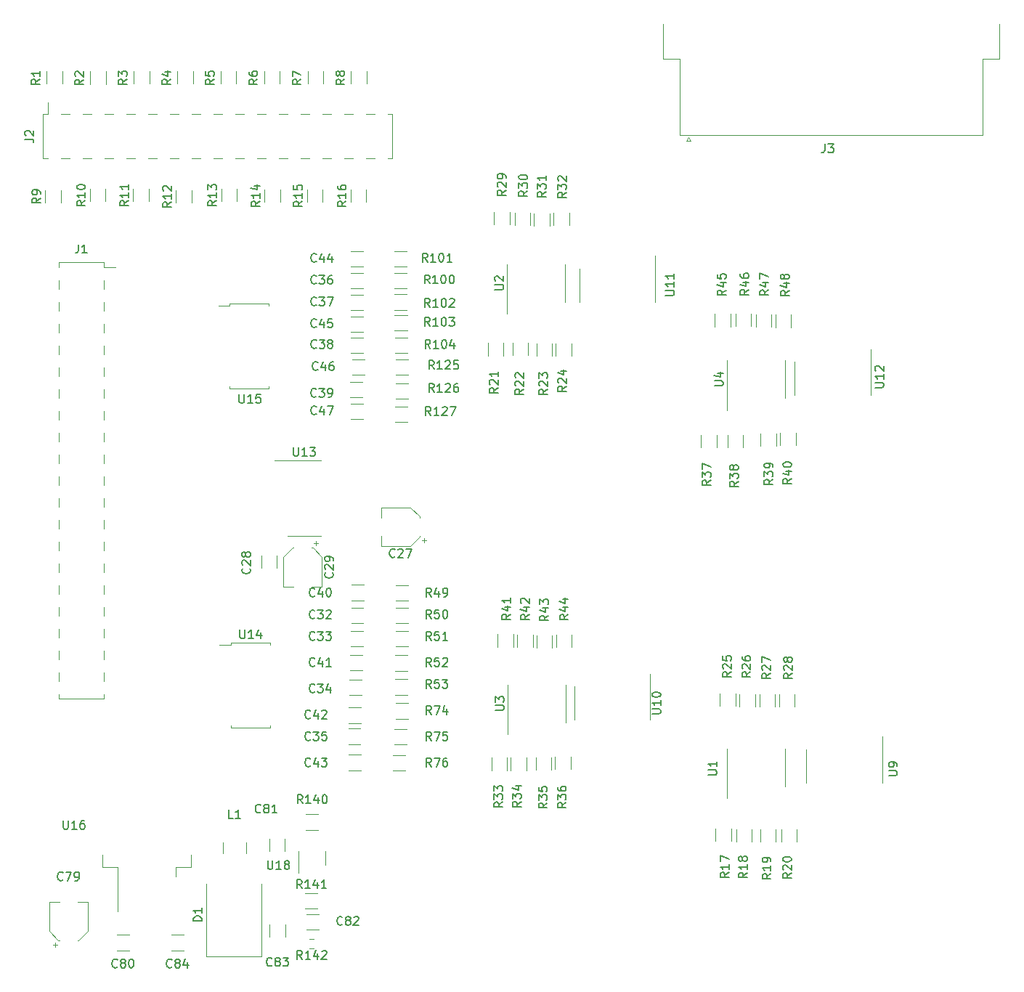
<source format=gbr>
%TF.GenerationSoftware,KiCad,Pcbnew,(7.0.0)*%
%TF.CreationDate,2023-04-15T15:54:35-07:00*%
%TF.ProjectId,FaultSignalGenerator_Isaiah_16Channel,4661756c-7453-4696-976e-616c47656e65,rev?*%
%TF.SameCoordinates,Original*%
%TF.FileFunction,Legend,Top*%
%TF.FilePolarity,Positive*%
%FSLAX46Y46*%
G04 Gerber Fmt 4.6, Leading zero omitted, Abs format (unit mm)*
G04 Created by KiCad (PCBNEW (7.0.0)) date 2023-04-15 15:54:35*
%MOMM*%
%LPD*%
G01*
G04 APERTURE LIST*
%ADD10C,0.150000*%
%ADD11C,0.120000*%
G04 APERTURE END LIST*
D10*
%TO.C,L1*%
X76629006Y-120182823D02*
X76152816Y-120182823D01*
X76152816Y-120182823D02*
X76152816Y-119182823D01*
X77486149Y-120182823D02*
X76914721Y-120182823D01*
X77200435Y-120182823D02*
X77200435Y-119182823D01*
X77200435Y-119182823D02*
X77105197Y-119325681D01*
X77105197Y-119325681D02*
X77009959Y-119420919D01*
X77009959Y-119420919D02*
X76914721Y-119468538D01*
%TO.C,U10*%
X125472880Y-108001094D02*
X126282404Y-108001094D01*
X126282404Y-108001094D02*
X126377642Y-107953475D01*
X126377642Y-107953475D02*
X126425261Y-107905856D01*
X126425261Y-107905856D02*
X126472880Y-107810618D01*
X126472880Y-107810618D02*
X126472880Y-107620142D01*
X126472880Y-107620142D02*
X126425261Y-107524904D01*
X126425261Y-107524904D02*
X126377642Y-107477285D01*
X126377642Y-107477285D02*
X126282404Y-107429666D01*
X126282404Y-107429666D02*
X125472880Y-107429666D01*
X126472880Y-106429666D02*
X126472880Y-107001094D01*
X126472880Y-106715380D02*
X125472880Y-106715380D01*
X125472880Y-106715380D02*
X125615738Y-106810618D01*
X125615738Y-106810618D02*
X125710976Y-106905856D01*
X125710976Y-106905856D02*
X125758595Y-107001094D01*
X125472880Y-105810618D02*
X125472880Y-105715380D01*
X125472880Y-105715380D02*
X125520500Y-105620142D01*
X125520500Y-105620142D02*
X125568119Y-105572523D01*
X125568119Y-105572523D02*
X125663357Y-105524904D01*
X125663357Y-105524904D02*
X125853833Y-105477285D01*
X125853833Y-105477285D02*
X126091928Y-105477285D01*
X126091928Y-105477285D02*
X126282404Y-105524904D01*
X126282404Y-105524904D02*
X126377642Y-105572523D01*
X126377642Y-105572523D02*
X126425261Y-105620142D01*
X126425261Y-105620142D02*
X126472880Y-105715380D01*
X126472880Y-105715380D02*
X126472880Y-105810618D01*
X126472880Y-105810618D02*
X126425261Y-105905856D01*
X126425261Y-105905856D02*
X126377642Y-105953475D01*
X126377642Y-105953475D02*
X126282404Y-106001094D01*
X126282404Y-106001094D02*
X126091928Y-106048713D01*
X126091928Y-106048713D02*
X125853833Y-106048713D01*
X125853833Y-106048713D02*
X125663357Y-106001094D01*
X125663357Y-106001094D02*
X125568119Y-105953475D01*
X125568119Y-105953475D02*
X125520500Y-105905856D01*
X125520500Y-105905856D02*
X125472880Y-105810618D01*
%TO.C,R50*%
X99721916Y-96873192D02*
X99388583Y-96397002D01*
X99150488Y-96873192D02*
X99150488Y-95873192D01*
X99150488Y-95873192D02*
X99531440Y-95873192D01*
X99531440Y-95873192D02*
X99626678Y-95920812D01*
X99626678Y-95920812D02*
X99674297Y-95968431D01*
X99674297Y-95968431D02*
X99721916Y-96063669D01*
X99721916Y-96063669D02*
X99721916Y-96206526D01*
X99721916Y-96206526D02*
X99674297Y-96301764D01*
X99674297Y-96301764D02*
X99626678Y-96349383D01*
X99626678Y-96349383D02*
X99531440Y-96397002D01*
X99531440Y-96397002D02*
X99150488Y-96397002D01*
X100626678Y-95873192D02*
X100150488Y-95873192D01*
X100150488Y-95873192D02*
X100102869Y-96349383D01*
X100102869Y-96349383D02*
X100150488Y-96301764D01*
X100150488Y-96301764D02*
X100245726Y-96254145D01*
X100245726Y-96254145D02*
X100483821Y-96254145D01*
X100483821Y-96254145D02*
X100579059Y-96301764D01*
X100579059Y-96301764D02*
X100626678Y-96349383D01*
X100626678Y-96349383D02*
X100674297Y-96444621D01*
X100674297Y-96444621D02*
X100674297Y-96682716D01*
X100674297Y-96682716D02*
X100626678Y-96777954D01*
X100626678Y-96777954D02*
X100579059Y-96825573D01*
X100579059Y-96825573D02*
X100483821Y-96873192D01*
X100483821Y-96873192D02*
X100245726Y-96873192D01*
X100245726Y-96873192D02*
X100150488Y-96825573D01*
X100150488Y-96825573D02*
X100102869Y-96777954D01*
X101293345Y-95873192D02*
X101388583Y-95873192D01*
X101388583Y-95873192D02*
X101483821Y-95920812D01*
X101483821Y-95920812D02*
X101531440Y-95968431D01*
X101531440Y-95968431D02*
X101579059Y-96063669D01*
X101579059Y-96063669D02*
X101626678Y-96254145D01*
X101626678Y-96254145D02*
X101626678Y-96492240D01*
X101626678Y-96492240D02*
X101579059Y-96682716D01*
X101579059Y-96682716D02*
X101531440Y-96777954D01*
X101531440Y-96777954D02*
X101483821Y-96825573D01*
X101483821Y-96825573D02*
X101388583Y-96873192D01*
X101388583Y-96873192D02*
X101293345Y-96873192D01*
X101293345Y-96873192D02*
X101198107Y-96825573D01*
X101198107Y-96825573D02*
X101150488Y-96777954D01*
X101150488Y-96777954D02*
X101102869Y-96682716D01*
X101102869Y-96682716D02*
X101055250Y-96492240D01*
X101055250Y-96492240D02*
X101055250Y-96254145D01*
X101055250Y-96254145D02*
X101102869Y-96063669D01*
X101102869Y-96063669D02*
X101150488Y-95968431D01*
X101150488Y-95968431D02*
X101198107Y-95920812D01*
X101198107Y-95920812D02*
X101293345Y-95873192D01*
%TO.C,U14*%
X77423018Y-98201192D02*
X77423018Y-99010716D01*
X77423018Y-99010716D02*
X77470637Y-99105954D01*
X77470637Y-99105954D02*
X77518256Y-99153573D01*
X77518256Y-99153573D02*
X77613494Y-99201192D01*
X77613494Y-99201192D02*
X77803970Y-99201192D01*
X77803970Y-99201192D02*
X77899208Y-99153573D01*
X77899208Y-99153573D02*
X77946827Y-99105954D01*
X77946827Y-99105954D02*
X77994446Y-99010716D01*
X77994446Y-99010716D02*
X77994446Y-98201192D01*
X78994446Y-99201192D02*
X78423018Y-99201192D01*
X78708732Y-99201192D02*
X78708732Y-98201192D01*
X78708732Y-98201192D02*
X78613494Y-98344050D01*
X78613494Y-98344050D02*
X78518256Y-98439288D01*
X78518256Y-98439288D02*
X78423018Y-98486907D01*
X79851589Y-98534526D02*
X79851589Y-99201192D01*
X79613494Y-98153573D02*
X79375399Y-98867859D01*
X79375399Y-98867859D02*
X79994446Y-98867859D01*
%TO.C,R127*%
X99673952Y-73187380D02*
X99340619Y-72711190D01*
X99102524Y-73187380D02*
X99102524Y-72187380D01*
X99102524Y-72187380D02*
X99483476Y-72187380D01*
X99483476Y-72187380D02*
X99578714Y-72235000D01*
X99578714Y-72235000D02*
X99626333Y-72282619D01*
X99626333Y-72282619D02*
X99673952Y-72377857D01*
X99673952Y-72377857D02*
X99673952Y-72520714D01*
X99673952Y-72520714D02*
X99626333Y-72615952D01*
X99626333Y-72615952D02*
X99578714Y-72663571D01*
X99578714Y-72663571D02*
X99483476Y-72711190D01*
X99483476Y-72711190D02*
X99102524Y-72711190D01*
X100626333Y-73187380D02*
X100054905Y-73187380D01*
X100340619Y-73187380D02*
X100340619Y-72187380D01*
X100340619Y-72187380D02*
X100245381Y-72330238D01*
X100245381Y-72330238D02*
X100150143Y-72425476D01*
X100150143Y-72425476D02*
X100054905Y-72473095D01*
X101007286Y-72282619D02*
X101054905Y-72235000D01*
X101054905Y-72235000D02*
X101150143Y-72187380D01*
X101150143Y-72187380D02*
X101388238Y-72187380D01*
X101388238Y-72187380D02*
X101483476Y-72235000D01*
X101483476Y-72235000D02*
X101531095Y-72282619D01*
X101531095Y-72282619D02*
X101578714Y-72377857D01*
X101578714Y-72377857D02*
X101578714Y-72473095D01*
X101578714Y-72473095D02*
X101531095Y-72615952D01*
X101531095Y-72615952D02*
X100959667Y-73187380D01*
X100959667Y-73187380D02*
X101578714Y-73187380D01*
X101912048Y-72187380D02*
X102578714Y-72187380D01*
X102578714Y-72187380D02*
X102150143Y-73187380D01*
%TO.C,R103*%
X99570034Y-62776479D02*
X99236701Y-62300289D01*
X98998606Y-62776479D02*
X98998606Y-61776479D01*
X98998606Y-61776479D02*
X99379558Y-61776479D01*
X99379558Y-61776479D02*
X99474796Y-61824099D01*
X99474796Y-61824099D02*
X99522415Y-61871718D01*
X99522415Y-61871718D02*
X99570034Y-61966956D01*
X99570034Y-61966956D02*
X99570034Y-62109813D01*
X99570034Y-62109813D02*
X99522415Y-62205051D01*
X99522415Y-62205051D02*
X99474796Y-62252670D01*
X99474796Y-62252670D02*
X99379558Y-62300289D01*
X99379558Y-62300289D02*
X98998606Y-62300289D01*
X100522415Y-62776479D02*
X99950987Y-62776479D01*
X100236701Y-62776479D02*
X100236701Y-61776479D01*
X100236701Y-61776479D02*
X100141463Y-61919337D01*
X100141463Y-61919337D02*
X100046225Y-62014575D01*
X100046225Y-62014575D02*
X99950987Y-62062194D01*
X101141463Y-61776479D02*
X101236701Y-61776479D01*
X101236701Y-61776479D02*
X101331939Y-61824099D01*
X101331939Y-61824099D02*
X101379558Y-61871718D01*
X101379558Y-61871718D02*
X101427177Y-61966956D01*
X101427177Y-61966956D02*
X101474796Y-62157432D01*
X101474796Y-62157432D02*
X101474796Y-62395527D01*
X101474796Y-62395527D02*
X101427177Y-62586003D01*
X101427177Y-62586003D02*
X101379558Y-62681241D01*
X101379558Y-62681241D02*
X101331939Y-62728860D01*
X101331939Y-62728860D02*
X101236701Y-62776479D01*
X101236701Y-62776479D02*
X101141463Y-62776479D01*
X101141463Y-62776479D02*
X101046225Y-62728860D01*
X101046225Y-62728860D02*
X100998606Y-62681241D01*
X100998606Y-62681241D02*
X100950987Y-62586003D01*
X100950987Y-62586003D02*
X100903368Y-62395527D01*
X100903368Y-62395527D02*
X100903368Y-62157432D01*
X100903368Y-62157432D02*
X100950987Y-61966956D01*
X100950987Y-61966956D02*
X100998606Y-61871718D01*
X100998606Y-61871718D02*
X101046225Y-61824099D01*
X101046225Y-61824099D02*
X101141463Y-61776479D01*
X101808130Y-61776479D02*
X102427177Y-61776479D01*
X102427177Y-61776479D02*
X102093844Y-62157432D01*
X102093844Y-62157432D02*
X102236701Y-62157432D01*
X102236701Y-62157432D02*
X102331939Y-62205051D01*
X102331939Y-62205051D02*
X102379558Y-62252670D01*
X102379558Y-62252670D02*
X102427177Y-62347908D01*
X102427177Y-62347908D02*
X102427177Y-62586003D01*
X102427177Y-62586003D02*
X102379558Y-62681241D01*
X102379558Y-62681241D02*
X102331939Y-62728860D01*
X102331939Y-62728860D02*
X102236701Y-62776479D01*
X102236701Y-62776479D02*
X101950987Y-62776479D01*
X101950987Y-62776479D02*
X101855749Y-62728860D01*
X101855749Y-62728860D02*
X101808130Y-62681241D01*
%TO.C,R11*%
X64438131Y-48182857D02*
X63961941Y-48516190D01*
X64438131Y-48754285D02*
X63438131Y-48754285D01*
X63438131Y-48754285D02*
X63438131Y-48373333D01*
X63438131Y-48373333D02*
X63485751Y-48278095D01*
X63485751Y-48278095D02*
X63533370Y-48230476D01*
X63533370Y-48230476D02*
X63628608Y-48182857D01*
X63628608Y-48182857D02*
X63771465Y-48182857D01*
X63771465Y-48182857D02*
X63866703Y-48230476D01*
X63866703Y-48230476D02*
X63914322Y-48278095D01*
X63914322Y-48278095D02*
X63961941Y-48373333D01*
X63961941Y-48373333D02*
X63961941Y-48754285D01*
X64438131Y-47230476D02*
X64438131Y-47801904D01*
X64438131Y-47516190D02*
X63438131Y-47516190D01*
X63438131Y-47516190D02*
X63580989Y-47611428D01*
X63580989Y-47611428D02*
X63676227Y-47706666D01*
X63676227Y-47706666D02*
X63723846Y-47801904D01*
X64438131Y-46278095D02*
X64438131Y-46849523D01*
X64438131Y-46563809D02*
X63438131Y-46563809D01*
X63438131Y-46563809D02*
X63580989Y-46659047D01*
X63580989Y-46659047D02*
X63676227Y-46754285D01*
X63676227Y-46754285D02*
X63723846Y-46849523D01*
%TO.C,R48*%
X141442880Y-58643357D02*
X140966690Y-58976690D01*
X141442880Y-59214785D02*
X140442880Y-59214785D01*
X140442880Y-59214785D02*
X140442880Y-58833833D01*
X140442880Y-58833833D02*
X140490500Y-58738595D01*
X140490500Y-58738595D02*
X140538119Y-58690976D01*
X140538119Y-58690976D02*
X140633357Y-58643357D01*
X140633357Y-58643357D02*
X140776214Y-58643357D01*
X140776214Y-58643357D02*
X140871452Y-58690976D01*
X140871452Y-58690976D02*
X140919071Y-58738595D01*
X140919071Y-58738595D02*
X140966690Y-58833833D01*
X140966690Y-58833833D02*
X140966690Y-59214785D01*
X140776214Y-57786214D02*
X141442880Y-57786214D01*
X140395261Y-58024309D02*
X141109547Y-58262404D01*
X141109547Y-58262404D02*
X141109547Y-57643357D01*
X140871452Y-57119547D02*
X140823833Y-57214785D01*
X140823833Y-57214785D02*
X140776214Y-57262404D01*
X140776214Y-57262404D02*
X140680976Y-57310023D01*
X140680976Y-57310023D02*
X140633357Y-57310023D01*
X140633357Y-57310023D02*
X140538119Y-57262404D01*
X140538119Y-57262404D02*
X140490500Y-57214785D01*
X140490500Y-57214785D02*
X140442880Y-57119547D01*
X140442880Y-57119547D02*
X140442880Y-56929071D01*
X140442880Y-56929071D02*
X140490500Y-56833833D01*
X140490500Y-56833833D02*
X140538119Y-56786214D01*
X140538119Y-56786214D02*
X140633357Y-56738595D01*
X140633357Y-56738595D02*
X140680976Y-56738595D01*
X140680976Y-56738595D02*
X140776214Y-56786214D01*
X140776214Y-56786214D02*
X140823833Y-56833833D01*
X140823833Y-56833833D02*
X140871452Y-56929071D01*
X140871452Y-56929071D02*
X140871452Y-57119547D01*
X140871452Y-57119547D02*
X140919071Y-57214785D01*
X140919071Y-57214785D02*
X140966690Y-57262404D01*
X140966690Y-57262404D02*
X141061928Y-57310023D01*
X141061928Y-57310023D02*
X141252404Y-57310023D01*
X141252404Y-57310023D02*
X141347642Y-57262404D01*
X141347642Y-57262404D02*
X141395261Y-57214785D01*
X141395261Y-57214785D02*
X141442880Y-57119547D01*
X141442880Y-57119547D02*
X141442880Y-56929071D01*
X141442880Y-56929071D02*
X141395261Y-56833833D01*
X141395261Y-56833833D02*
X141347642Y-56786214D01*
X141347642Y-56786214D02*
X141252404Y-56738595D01*
X141252404Y-56738595D02*
X141061928Y-56738595D01*
X141061928Y-56738595D02*
X140966690Y-56786214D01*
X140966690Y-56786214D02*
X140919071Y-56833833D01*
X140919071Y-56833833D02*
X140871452Y-56929071D01*
%TO.C,D1*%
X72977880Y-132143594D02*
X71977880Y-132143594D01*
X71977880Y-132143594D02*
X71977880Y-131905499D01*
X71977880Y-131905499D02*
X72025500Y-131762642D01*
X72025500Y-131762642D02*
X72120738Y-131667404D01*
X72120738Y-131667404D02*
X72215976Y-131619785D01*
X72215976Y-131619785D02*
X72406452Y-131572166D01*
X72406452Y-131572166D02*
X72549309Y-131572166D01*
X72549309Y-131572166D02*
X72739785Y-131619785D01*
X72739785Y-131619785D02*
X72835023Y-131667404D01*
X72835023Y-131667404D02*
X72930261Y-131762642D01*
X72930261Y-131762642D02*
X72977880Y-131905499D01*
X72977880Y-131905499D02*
X72977880Y-132143594D01*
X72977880Y-130619785D02*
X72977880Y-131191213D01*
X72977880Y-130905499D02*
X71977880Y-130905499D01*
X71977880Y-130905499D02*
X72120738Y-131000737D01*
X72120738Y-131000737D02*
X72215976Y-131095975D01*
X72215976Y-131095975D02*
X72263595Y-131191213D01*
%TO.C,U11*%
X127032880Y-59201094D02*
X127842404Y-59201094D01*
X127842404Y-59201094D02*
X127937642Y-59153475D01*
X127937642Y-59153475D02*
X127985261Y-59105856D01*
X127985261Y-59105856D02*
X128032880Y-59010618D01*
X128032880Y-59010618D02*
X128032880Y-58820142D01*
X128032880Y-58820142D02*
X127985261Y-58724904D01*
X127985261Y-58724904D02*
X127937642Y-58677285D01*
X127937642Y-58677285D02*
X127842404Y-58629666D01*
X127842404Y-58629666D02*
X127032880Y-58629666D01*
X128032880Y-57629666D02*
X128032880Y-58201094D01*
X128032880Y-57915380D02*
X127032880Y-57915380D01*
X127032880Y-57915380D02*
X127175738Y-58010618D01*
X127175738Y-58010618D02*
X127270976Y-58105856D01*
X127270976Y-58105856D02*
X127318595Y-58201094D01*
X128032880Y-56677285D02*
X128032880Y-57248713D01*
X128032880Y-56962999D02*
X127032880Y-56962999D01*
X127032880Y-56962999D02*
X127175738Y-57058237D01*
X127175738Y-57058237D02*
X127270976Y-57153475D01*
X127270976Y-57153475D02*
X127318595Y-57248713D01*
%TO.C,R52*%
X99721916Y-102461192D02*
X99388583Y-101985002D01*
X99150488Y-102461192D02*
X99150488Y-101461192D01*
X99150488Y-101461192D02*
X99531440Y-101461192D01*
X99531440Y-101461192D02*
X99626678Y-101508812D01*
X99626678Y-101508812D02*
X99674297Y-101556431D01*
X99674297Y-101556431D02*
X99721916Y-101651669D01*
X99721916Y-101651669D02*
X99721916Y-101794526D01*
X99721916Y-101794526D02*
X99674297Y-101889764D01*
X99674297Y-101889764D02*
X99626678Y-101937383D01*
X99626678Y-101937383D02*
X99531440Y-101985002D01*
X99531440Y-101985002D02*
X99150488Y-101985002D01*
X100626678Y-101461192D02*
X100150488Y-101461192D01*
X100150488Y-101461192D02*
X100102869Y-101937383D01*
X100102869Y-101937383D02*
X100150488Y-101889764D01*
X100150488Y-101889764D02*
X100245726Y-101842145D01*
X100245726Y-101842145D02*
X100483821Y-101842145D01*
X100483821Y-101842145D02*
X100579059Y-101889764D01*
X100579059Y-101889764D02*
X100626678Y-101937383D01*
X100626678Y-101937383D02*
X100674297Y-102032621D01*
X100674297Y-102032621D02*
X100674297Y-102270716D01*
X100674297Y-102270716D02*
X100626678Y-102365954D01*
X100626678Y-102365954D02*
X100579059Y-102413573D01*
X100579059Y-102413573D02*
X100483821Y-102461192D01*
X100483821Y-102461192D02*
X100245726Y-102461192D01*
X100245726Y-102461192D02*
X100150488Y-102413573D01*
X100150488Y-102413573D02*
X100102869Y-102365954D01*
X101055250Y-101556431D02*
X101102869Y-101508812D01*
X101102869Y-101508812D02*
X101198107Y-101461192D01*
X101198107Y-101461192D02*
X101436202Y-101461192D01*
X101436202Y-101461192D02*
X101531440Y-101508812D01*
X101531440Y-101508812D02*
X101579059Y-101556431D01*
X101579059Y-101556431D02*
X101626678Y-101651669D01*
X101626678Y-101651669D02*
X101626678Y-101746907D01*
X101626678Y-101746907D02*
X101579059Y-101889764D01*
X101579059Y-101889764D02*
X101007631Y-102461192D01*
X101007631Y-102461192D02*
X101626678Y-102461192D01*
%TO.C,R44*%
X115692880Y-96443357D02*
X115216690Y-96776690D01*
X115692880Y-97014785D02*
X114692880Y-97014785D01*
X114692880Y-97014785D02*
X114692880Y-96633833D01*
X114692880Y-96633833D02*
X114740500Y-96538595D01*
X114740500Y-96538595D02*
X114788119Y-96490976D01*
X114788119Y-96490976D02*
X114883357Y-96443357D01*
X114883357Y-96443357D02*
X115026214Y-96443357D01*
X115026214Y-96443357D02*
X115121452Y-96490976D01*
X115121452Y-96490976D02*
X115169071Y-96538595D01*
X115169071Y-96538595D02*
X115216690Y-96633833D01*
X115216690Y-96633833D02*
X115216690Y-97014785D01*
X115026214Y-95586214D02*
X115692880Y-95586214D01*
X114645261Y-95824309D02*
X115359547Y-96062404D01*
X115359547Y-96062404D02*
X115359547Y-95443357D01*
X115026214Y-94633833D02*
X115692880Y-94633833D01*
X114645261Y-94871928D02*
X115359547Y-95110023D01*
X115359547Y-95110023D02*
X115359547Y-94490976D01*
%TO.C,R74*%
X99721916Y-108049192D02*
X99388583Y-107573002D01*
X99150488Y-108049192D02*
X99150488Y-107049192D01*
X99150488Y-107049192D02*
X99531440Y-107049192D01*
X99531440Y-107049192D02*
X99626678Y-107096812D01*
X99626678Y-107096812D02*
X99674297Y-107144431D01*
X99674297Y-107144431D02*
X99721916Y-107239669D01*
X99721916Y-107239669D02*
X99721916Y-107382526D01*
X99721916Y-107382526D02*
X99674297Y-107477764D01*
X99674297Y-107477764D02*
X99626678Y-107525383D01*
X99626678Y-107525383D02*
X99531440Y-107573002D01*
X99531440Y-107573002D02*
X99150488Y-107573002D01*
X100055250Y-107049192D02*
X100721916Y-107049192D01*
X100721916Y-107049192D02*
X100293345Y-108049192D01*
X101531440Y-107382526D02*
X101531440Y-108049192D01*
X101293345Y-107001573D02*
X101055250Y-107715859D01*
X101055250Y-107715859D02*
X101674297Y-107715859D01*
%TO.C,R104*%
X99612452Y-65382372D02*
X99279119Y-64906182D01*
X99041024Y-65382372D02*
X99041024Y-64382372D01*
X99041024Y-64382372D02*
X99421976Y-64382372D01*
X99421976Y-64382372D02*
X99517214Y-64429992D01*
X99517214Y-64429992D02*
X99564833Y-64477611D01*
X99564833Y-64477611D02*
X99612452Y-64572849D01*
X99612452Y-64572849D02*
X99612452Y-64715706D01*
X99612452Y-64715706D02*
X99564833Y-64810944D01*
X99564833Y-64810944D02*
X99517214Y-64858563D01*
X99517214Y-64858563D02*
X99421976Y-64906182D01*
X99421976Y-64906182D02*
X99041024Y-64906182D01*
X100564833Y-65382372D02*
X99993405Y-65382372D01*
X100279119Y-65382372D02*
X100279119Y-64382372D01*
X100279119Y-64382372D02*
X100183881Y-64525230D01*
X100183881Y-64525230D02*
X100088643Y-64620468D01*
X100088643Y-64620468D02*
X99993405Y-64668087D01*
X101183881Y-64382372D02*
X101279119Y-64382372D01*
X101279119Y-64382372D02*
X101374357Y-64429992D01*
X101374357Y-64429992D02*
X101421976Y-64477611D01*
X101421976Y-64477611D02*
X101469595Y-64572849D01*
X101469595Y-64572849D02*
X101517214Y-64763325D01*
X101517214Y-64763325D02*
X101517214Y-65001420D01*
X101517214Y-65001420D02*
X101469595Y-65191896D01*
X101469595Y-65191896D02*
X101421976Y-65287134D01*
X101421976Y-65287134D02*
X101374357Y-65334753D01*
X101374357Y-65334753D02*
X101279119Y-65382372D01*
X101279119Y-65382372D02*
X101183881Y-65382372D01*
X101183881Y-65382372D02*
X101088643Y-65334753D01*
X101088643Y-65334753D02*
X101041024Y-65287134D01*
X101041024Y-65287134D02*
X100993405Y-65191896D01*
X100993405Y-65191896D02*
X100945786Y-65001420D01*
X100945786Y-65001420D02*
X100945786Y-64763325D01*
X100945786Y-64763325D02*
X100993405Y-64572849D01*
X100993405Y-64572849D02*
X101041024Y-64477611D01*
X101041024Y-64477611D02*
X101088643Y-64429992D01*
X101088643Y-64429992D02*
X101183881Y-64382372D01*
X102374357Y-64715706D02*
X102374357Y-65382372D01*
X102136262Y-64334753D02*
X101898167Y-65049039D01*
X101898167Y-65049039D02*
X102517214Y-65049039D01*
%TO.C,C45*%
X86326028Y-62859064D02*
X86278409Y-62906683D01*
X86278409Y-62906683D02*
X86135552Y-62954302D01*
X86135552Y-62954302D02*
X86040314Y-62954302D01*
X86040314Y-62954302D02*
X85897457Y-62906683D01*
X85897457Y-62906683D02*
X85802219Y-62811445D01*
X85802219Y-62811445D02*
X85754600Y-62716207D01*
X85754600Y-62716207D02*
X85706981Y-62525731D01*
X85706981Y-62525731D02*
X85706981Y-62382874D01*
X85706981Y-62382874D02*
X85754600Y-62192398D01*
X85754600Y-62192398D02*
X85802219Y-62097160D01*
X85802219Y-62097160D02*
X85897457Y-62001922D01*
X85897457Y-62001922D02*
X86040314Y-61954302D01*
X86040314Y-61954302D02*
X86135552Y-61954302D01*
X86135552Y-61954302D02*
X86278409Y-62001922D01*
X86278409Y-62001922D02*
X86326028Y-62049541D01*
X87183171Y-62287636D02*
X87183171Y-62954302D01*
X86945076Y-61906683D02*
X86706981Y-62620969D01*
X86706981Y-62620969D02*
X87326028Y-62620969D01*
X88183171Y-61954302D02*
X87706981Y-61954302D01*
X87706981Y-61954302D02*
X87659362Y-62430493D01*
X87659362Y-62430493D02*
X87706981Y-62382874D01*
X87706981Y-62382874D02*
X87802219Y-62335255D01*
X87802219Y-62335255D02*
X88040314Y-62335255D01*
X88040314Y-62335255D02*
X88135552Y-62382874D01*
X88135552Y-62382874D02*
X88183171Y-62430493D01*
X88183171Y-62430493D02*
X88230790Y-62525731D01*
X88230790Y-62525731D02*
X88230790Y-62763826D01*
X88230790Y-62763826D02*
X88183171Y-62859064D01*
X88183171Y-62859064D02*
X88135552Y-62906683D01*
X88135552Y-62906683D02*
X88040314Y-62954302D01*
X88040314Y-62954302D02*
X87802219Y-62954302D01*
X87802219Y-62954302D02*
X87706981Y-62906683D01*
X87706981Y-62906683D02*
X87659362Y-62859064D01*
%TO.C,C80*%
X63132642Y-137502642D02*
X63085023Y-137550261D01*
X63085023Y-137550261D02*
X62942166Y-137597880D01*
X62942166Y-137597880D02*
X62846928Y-137597880D01*
X62846928Y-137597880D02*
X62704071Y-137550261D01*
X62704071Y-137550261D02*
X62608833Y-137455023D01*
X62608833Y-137455023D02*
X62561214Y-137359785D01*
X62561214Y-137359785D02*
X62513595Y-137169309D01*
X62513595Y-137169309D02*
X62513595Y-137026452D01*
X62513595Y-137026452D02*
X62561214Y-136835976D01*
X62561214Y-136835976D02*
X62608833Y-136740738D01*
X62608833Y-136740738D02*
X62704071Y-136645500D01*
X62704071Y-136645500D02*
X62846928Y-136597880D01*
X62846928Y-136597880D02*
X62942166Y-136597880D01*
X62942166Y-136597880D02*
X63085023Y-136645500D01*
X63085023Y-136645500D02*
X63132642Y-136693119D01*
X63704071Y-137026452D02*
X63608833Y-136978833D01*
X63608833Y-136978833D02*
X63561214Y-136931214D01*
X63561214Y-136931214D02*
X63513595Y-136835976D01*
X63513595Y-136835976D02*
X63513595Y-136788357D01*
X63513595Y-136788357D02*
X63561214Y-136693119D01*
X63561214Y-136693119D02*
X63608833Y-136645500D01*
X63608833Y-136645500D02*
X63704071Y-136597880D01*
X63704071Y-136597880D02*
X63894547Y-136597880D01*
X63894547Y-136597880D02*
X63989785Y-136645500D01*
X63989785Y-136645500D02*
X64037404Y-136693119D01*
X64037404Y-136693119D02*
X64085023Y-136788357D01*
X64085023Y-136788357D02*
X64085023Y-136835976D01*
X64085023Y-136835976D02*
X64037404Y-136931214D01*
X64037404Y-136931214D02*
X63989785Y-136978833D01*
X63989785Y-136978833D02*
X63894547Y-137026452D01*
X63894547Y-137026452D02*
X63704071Y-137026452D01*
X63704071Y-137026452D02*
X63608833Y-137074071D01*
X63608833Y-137074071D02*
X63561214Y-137121690D01*
X63561214Y-137121690D02*
X63513595Y-137216928D01*
X63513595Y-137216928D02*
X63513595Y-137407404D01*
X63513595Y-137407404D02*
X63561214Y-137502642D01*
X63561214Y-137502642D02*
X63608833Y-137550261D01*
X63608833Y-137550261D02*
X63704071Y-137597880D01*
X63704071Y-137597880D02*
X63894547Y-137597880D01*
X63894547Y-137597880D02*
X63989785Y-137550261D01*
X63989785Y-137550261D02*
X64037404Y-137502642D01*
X64037404Y-137502642D02*
X64085023Y-137407404D01*
X64085023Y-137407404D02*
X64085023Y-137216928D01*
X64085023Y-137216928D02*
X64037404Y-137121690D01*
X64037404Y-137121690D02*
X63989785Y-137074071D01*
X63989785Y-137074071D02*
X63894547Y-137026452D01*
X64704071Y-136597880D02*
X64799309Y-136597880D01*
X64799309Y-136597880D02*
X64894547Y-136645500D01*
X64894547Y-136645500D02*
X64942166Y-136693119D01*
X64942166Y-136693119D02*
X64989785Y-136788357D01*
X64989785Y-136788357D02*
X65037404Y-136978833D01*
X65037404Y-136978833D02*
X65037404Y-137216928D01*
X65037404Y-137216928D02*
X64989785Y-137407404D01*
X64989785Y-137407404D02*
X64942166Y-137502642D01*
X64942166Y-137502642D02*
X64894547Y-137550261D01*
X64894547Y-137550261D02*
X64799309Y-137597880D01*
X64799309Y-137597880D02*
X64704071Y-137597880D01*
X64704071Y-137597880D02*
X64608833Y-137550261D01*
X64608833Y-137550261D02*
X64561214Y-137502642D01*
X64561214Y-137502642D02*
X64513595Y-137407404D01*
X64513595Y-137407404D02*
X64465976Y-137216928D01*
X64465976Y-137216928D02*
X64465976Y-136978833D01*
X64465976Y-136978833D02*
X64513595Y-136788357D01*
X64513595Y-136788357D02*
X64561214Y-136693119D01*
X64561214Y-136693119D02*
X64608833Y-136645500D01*
X64608833Y-136645500D02*
X64704071Y-136597880D01*
%TO.C,R24*%
X115482880Y-69805857D02*
X115006690Y-70139190D01*
X115482880Y-70377285D02*
X114482880Y-70377285D01*
X114482880Y-70377285D02*
X114482880Y-69996333D01*
X114482880Y-69996333D02*
X114530500Y-69901095D01*
X114530500Y-69901095D02*
X114578119Y-69853476D01*
X114578119Y-69853476D02*
X114673357Y-69805857D01*
X114673357Y-69805857D02*
X114816214Y-69805857D01*
X114816214Y-69805857D02*
X114911452Y-69853476D01*
X114911452Y-69853476D02*
X114959071Y-69901095D01*
X114959071Y-69901095D02*
X115006690Y-69996333D01*
X115006690Y-69996333D02*
X115006690Y-70377285D01*
X114578119Y-69424904D02*
X114530500Y-69377285D01*
X114530500Y-69377285D02*
X114482880Y-69282047D01*
X114482880Y-69282047D02*
X114482880Y-69043952D01*
X114482880Y-69043952D02*
X114530500Y-68948714D01*
X114530500Y-68948714D02*
X114578119Y-68901095D01*
X114578119Y-68901095D02*
X114673357Y-68853476D01*
X114673357Y-68853476D02*
X114768595Y-68853476D01*
X114768595Y-68853476D02*
X114911452Y-68901095D01*
X114911452Y-68901095D02*
X115482880Y-69472523D01*
X115482880Y-69472523D02*
X115482880Y-68853476D01*
X114816214Y-67996333D02*
X115482880Y-67996333D01*
X114435261Y-68234428D02*
X115149547Y-68472523D01*
X115149547Y-68472523D02*
X115149547Y-67853476D01*
%TO.C,C27*%
X95482642Y-89660142D02*
X95435023Y-89707761D01*
X95435023Y-89707761D02*
X95292166Y-89755380D01*
X95292166Y-89755380D02*
X95196928Y-89755380D01*
X95196928Y-89755380D02*
X95054071Y-89707761D01*
X95054071Y-89707761D02*
X94958833Y-89612523D01*
X94958833Y-89612523D02*
X94911214Y-89517285D01*
X94911214Y-89517285D02*
X94863595Y-89326809D01*
X94863595Y-89326809D02*
X94863595Y-89183952D01*
X94863595Y-89183952D02*
X94911214Y-88993476D01*
X94911214Y-88993476D02*
X94958833Y-88898238D01*
X94958833Y-88898238D02*
X95054071Y-88803000D01*
X95054071Y-88803000D02*
X95196928Y-88755380D01*
X95196928Y-88755380D02*
X95292166Y-88755380D01*
X95292166Y-88755380D02*
X95435023Y-88803000D01*
X95435023Y-88803000D02*
X95482642Y-88850619D01*
X95863595Y-88850619D02*
X95911214Y-88803000D01*
X95911214Y-88803000D02*
X96006452Y-88755380D01*
X96006452Y-88755380D02*
X96244547Y-88755380D01*
X96244547Y-88755380D02*
X96339785Y-88803000D01*
X96339785Y-88803000D02*
X96387404Y-88850619D01*
X96387404Y-88850619D02*
X96435023Y-88945857D01*
X96435023Y-88945857D02*
X96435023Y-89041095D01*
X96435023Y-89041095D02*
X96387404Y-89183952D01*
X96387404Y-89183952D02*
X95815976Y-89755380D01*
X95815976Y-89755380D02*
X96435023Y-89755380D01*
X96768357Y-88755380D02*
X97435023Y-88755380D01*
X97435023Y-88755380D02*
X97006452Y-89755380D01*
%TO.C,R14*%
X79738131Y-48232857D02*
X79261941Y-48566190D01*
X79738131Y-48804285D02*
X78738131Y-48804285D01*
X78738131Y-48804285D02*
X78738131Y-48423333D01*
X78738131Y-48423333D02*
X78785751Y-48328095D01*
X78785751Y-48328095D02*
X78833370Y-48280476D01*
X78833370Y-48280476D02*
X78928608Y-48232857D01*
X78928608Y-48232857D02*
X79071465Y-48232857D01*
X79071465Y-48232857D02*
X79166703Y-48280476D01*
X79166703Y-48280476D02*
X79214322Y-48328095D01*
X79214322Y-48328095D02*
X79261941Y-48423333D01*
X79261941Y-48423333D02*
X79261941Y-48804285D01*
X79738131Y-47280476D02*
X79738131Y-47851904D01*
X79738131Y-47566190D02*
X78738131Y-47566190D01*
X78738131Y-47566190D02*
X78880989Y-47661428D01*
X78880989Y-47661428D02*
X78976227Y-47756666D01*
X78976227Y-47756666D02*
X79023846Y-47851904D01*
X79071465Y-46423333D02*
X79738131Y-46423333D01*
X78690512Y-46661428D02*
X79404798Y-46899523D01*
X79404798Y-46899523D02*
X79404798Y-46280476D01*
%TO.C,J3*%
X145616666Y-41567380D02*
X145616666Y-42281666D01*
X145616666Y-42281666D02*
X145569047Y-42424523D01*
X145569047Y-42424523D02*
X145473809Y-42519761D01*
X145473809Y-42519761D02*
X145330952Y-42567380D01*
X145330952Y-42567380D02*
X145235714Y-42567380D01*
X145997619Y-41567380D02*
X146616666Y-41567380D01*
X146616666Y-41567380D02*
X146283333Y-41948333D01*
X146283333Y-41948333D02*
X146426190Y-41948333D01*
X146426190Y-41948333D02*
X146521428Y-41995952D01*
X146521428Y-41995952D02*
X146569047Y-42043571D01*
X146569047Y-42043571D02*
X146616666Y-42138809D01*
X146616666Y-42138809D02*
X146616666Y-42376904D01*
X146616666Y-42376904D02*
X146569047Y-42472142D01*
X146569047Y-42472142D02*
X146521428Y-42519761D01*
X146521428Y-42519761D02*
X146426190Y-42567380D01*
X146426190Y-42567380D02*
X146140476Y-42567380D01*
X146140476Y-42567380D02*
X146045238Y-42519761D01*
X146045238Y-42519761D02*
X145997619Y-42472142D01*
%TO.C,R40*%
X141731585Y-80566305D02*
X141255395Y-80899638D01*
X141731585Y-81137733D02*
X140731585Y-81137733D01*
X140731585Y-81137733D02*
X140731585Y-80756781D01*
X140731585Y-80756781D02*
X140779205Y-80661543D01*
X140779205Y-80661543D02*
X140826824Y-80613924D01*
X140826824Y-80613924D02*
X140922062Y-80566305D01*
X140922062Y-80566305D02*
X141064919Y-80566305D01*
X141064919Y-80566305D02*
X141160157Y-80613924D01*
X141160157Y-80613924D02*
X141207776Y-80661543D01*
X141207776Y-80661543D02*
X141255395Y-80756781D01*
X141255395Y-80756781D02*
X141255395Y-81137733D01*
X141064919Y-79709162D02*
X141731585Y-79709162D01*
X140683966Y-79947257D02*
X141398252Y-80185352D01*
X141398252Y-80185352D02*
X141398252Y-79566305D01*
X140731585Y-78994876D02*
X140731585Y-78899638D01*
X140731585Y-78899638D02*
X140779205Y-78804400D01*
X140779205Y-78804400D02*
X140826824Y-78756781D01*
X140826824Y-78756781D02*
X140922062Y-78709162D01*
X140922062Y-78709162D02*
X141112538Y-78661543D01*
X141112538Y-78661543D02*
X141350633Y-78661543D01*
X141350633Y-78661543D02*
X141541109Y-78709162D01*
X141541109Y-78709162D02*
X141636347Y-78756781D01*
X141636347Y-78756781D02*
X141683966Y-78804400D01*
X141683966Y-78804400D02*
X141731585Y-78899638D01*
X141731585Y-78899638D02*
X141731585Y-78994876D01*
X141731585Y-78994876D02*
X141683966Y-79090114D01*
X141683966Y-79090114D02*
X141636347Y-79137733D01*
X141636347Y-79137733D02*
X141541109Y-79185352D01*
X141541109Y-79185352D02*
X141350633Y-79232971D01*
X141350633Y-79232971D02*
X141112538Y-79232971D01*
X141112538Y-79232971D02*
X140922062Y-79185352D01*
X140922062Y-79185352D02*
X140826824Y-79137733D01*
X140826824Y-79137733D02*
X140779205Y-79090114D01*
X140779205Y-79090114D02*
X140731585Y-78994876D01*
%TO.C,R76*%
X99721916Y-114145192D02*
X99388583Y-113669002D01*
X99150488Y-114145192D02*
X99150488Y-113145192D01*
X99150488Y-113145192D02*
X99531440Y-113145192D01*
X99531440Y-113145192D02*
X99626678Y-113192812D01*
X99626678Y-113192812D02*
X99674297Y-113240431D01*
X99674297Y-113240431D02*
X99721916Y-113335669D01*
X99721916Y-113335669D02*
X99721916Y-113478526D01*
X99721916Y-113478526D02*
X99674297Y-113573764D01*
X99674297Y-113573764D02*
X99626678Y-113621383D01*
X99626678Y-113621383D02*
X99531440Y-113669002D01*
X99531440Y-113669002D02*
X99150488Y-113669002D01*
X100055250Y-113145192D02*
X100721916Y-113145192D01*
X100721916Y-113145192D02*
X100293345Y-114145192D01*
X101531440Y-113145192D02*
X101340964Y-113145192D01*
X101340964Y-113145192D02*
X101245726Y-113192812D01*
X101245726Y-113192812D02*
X101198107Y-113240431D01*
X101198107Y-113240431D02*
X101102869Y-113383288D01*
X101102869Y-113383288D02*
X101055250Y-113573764D01*
X101055250Y-113573764D02*
X101055250Y-113954716D01*
X101055250Y-113954716D02*
X101102869Y-114049954D01*
X101102869Y-114049954D02*
X101150488Y-114097573D01*
X101150488Y-114097573D02*
X101245726Y-114145192D01*
X101245726Y-114145192D02*
X101436202Y-114145192D01*
X101436202Y-114145192D02*
X101531440Y-114097573D01*
X101531440Y-114097573D02*
X101579059Y-114049954D01*
X101579059Y-114049954D02*
X101626678Y-113954716D01*
X101626678Y-113954716D02*
X101626678Y-113716621D01*
X101626678Y-113716621D02*
X101579059Y-113621383D01*
X101579059Y-113621383D02*
X101531440Y-113573764D01*
X101531440Y-113573764D02*
X101436202Y-113526145D01*
X101436202Y-113526145D02*
X101245726Y-113526145D01*
X101245726Y-113526145D02*
X101150488Y-113573764D01*
X101150488Y-113573764D02*
X101102869Y-113621383D01*
X101102869Y-113621383D02*
X101055250Y-113716621D01*
%TO.C,R33*%
X108055665Y-118283322D02*
X107579475Y-118616655D01*
X108055665Y-118854750D02*
X107055665Y-118854750D01*
X107055665Y-118854750D02*
X107055665Y-118473798D01*
X107055665Y-118473798D02*
X107103285Y-118378560D01*
X107103285Y-118378560D02*
X107150904Y-118330941D01*
X107150904Y-118330941D02*
X107246142Y-118283322D01*
X107246142Y-118283322D02*
X107388999Y-118283322D01*
X107388999Y-118283322D02*
X107484237Y-118330941D01*
X107484237Y-118330941D02*
X107531856Y-118378560D01*
X107531856Y-118378560D02*
X107579475Y-118473798D01*
X107579475Y-118473798D02*
X107579475Y-118854750D01*
X107055665Y-117949988D02*
X107055665Y-117330941D01*
X107055665Y-117330941D02*
X107436618Y-117664274D01*
X107436618Y-117664274D02*
X107436618Y-117521417D01*
X107436618Y-117521417D02*
X107484237Y-117426179D01*
X107484237Y-117426179D02*
X107531856Y-117378560D01*
X107531856Y-117378560D02*
X107627094Y-117330941D01*
X107627094Y-117330941D02*
X107865189Y-117330941D01*
X107865189Y-117330941D02*
X107960427Y-117378560D01*
X107960427Y-117378560D02*
X108008046Y-117426179D01*
X108008046Y-117426179D02*
X108055665Y-117521417D01*
X108055665Y-117521417D02*
X108055665Y-117807131D01*
X108055665Y-117807131D02*
X108008046Y-117902369D01*
X108008046Y-117902369D02*
X107960427Y-117949988D01*
X107055665Y-116997607D02*
X107055665Y-116378560D01*
X107055665Y-116378560D02*
X107436618Y-116711893D01*
X107436618Y-116711893D02*
X107436618Y-116569036D01*
X107436618Y-116569036D02*
X107484237Y-116473798D01*
X107484237Y-116473798D02*
X107531856Y-116426179D01*
X107531856Y-116426179D02*
X107627094Y-116378560D01*
X107627094Y-116378560D02*
X107865189Y-116378560D01*
X107865189Y-116378560D02*
X107960427Y-116426179D01*
X107960427Y-116426179D02*
X108008046Y-116473798D01*
X108008046Y-116473798D02*
X108055665Y-116569036D01*
X108055665Y-116569036D02*
X108055665Y-116854750D01*
X108055665Y-116854750D02*
X108008046Y-116949988D01*
X108008046Y-116949988D02*
X107960427Y-116997607D01*
%TO.C,R53*%
X99721916Y-105001192D02*
X99388583Y-104525002D01*
X99150488Y-105001192D02*
X99150488Y-104001192D01*
X99150488Y-104001192D02*
X99531440Y-104001192D01*
X99531440Y-104001192D02*
X99626678Y-104048812D01*
X99626678Y-104048812D02*
X99674297Y-104096431D01*
X99674297Y-104096431D02*
X99721916Y-104191669D01*
X99721916Y-104191669D02*
X99721916Y-104334526D01*
X99721916Y-104334526D02*
X99674297Y-104429764D01*
X99674297Y-104429764D02*
X99626678Y-104477383D01*
X99626678Y-104477383D02*
X99531440Y-104525002D01*
X99531440Y-104525002D02*
X99150488Y-104525002D01*
X100626678Y-104001192D02*
X100150488Y-104001192D01*
X100150488Y-104001192D02*
X100102869Y-104477383D01*
X100102869Y-104477383D02*
X100150488Y-104429764D01*
X100150488Y-104429764D02*
X100245726Y-104382145D01*
X100245726Y-104382145D02*
X100483821Y-104382145D01*
X100483821Y-104382145D02*
X100579059Y-104429764D01*
X100579059Y-104429764D02*
X100626678Y-104477383D01*
X100626678Y-104477383D02*
X100674297Y-104572621D01*
X100674297Y-104572621D02*
X100674297Y-104810716D01*
X100674297Y-104810716D02*
X100626678Y-104905954D01*
X100626678Y-104905954D02*
X100579059Y-104953573D01*
X100579059Y-104953573D02*
X100483821Y-105001192D01*
X100483821Y-105001192D02*
X100245726Y-105001192D01*
X100245726Y-105001192D02*
X100150488Y-104953573D01*
X100150488Y-104953573D02*
X100102869Y-104905954D01*
X101007631Y-104001192D02*
X101626678Y-104001192D01*
X101626678Y-104001192D02*
X101293345Y-104382145D01*
X101293345Y-104382145D02*
X101436202Y-104382145D01*
X101436202Y-104382145D02*
X101531440Y-104429764D01*
X101531440Y-104429764D02*
X101579059Y-104477383D01*
X101579059Y-104477383D02*
X101626678Y-104572621D01*
X101626678Y-104572621D02*
X101626678Y-104810716D01*
X101626678Y-104810716D02*
X101579059Y-104905954D01*
X101579059Y-104905954D02*
X101531440Y-104953573D01*
X101531440Y-104953573D02*
X101436202Y-105001192D01*
X101436202Y-105001192D02*
X101150488Y-105001192D01*
X101150488Y-105001192D02*
X101055250Y-104953573D01*
X101055250Y-104953573D02*
X101007631Y-104905954D01*
%TO.C,R41*%
X108972880Y-96380857D02*
X108496690Y-96714190D01*
X108972880Y-96952285D02*
X107972880Y-96952285D01*
X107972880Y-96952285D02*
X107972880Y-96571333D01*
X107972880Y-96571333D02*
X108020500Y-96476095D01*
X108020500Y-96476095D02*
X108068119Y-96428476D01*
X108068119Y-96428476D02*
X108163357Y-96380857D01*
X108163357Y-96380857D02*
X108306214Y-96380857D01*
X108306214Y-96380857D02*
X108401452Y-96428476D01*
X108401452Y-96428476D02*
X108449071Y-96476095D01*
X108449071Y-96476095D02*
X108496690Y-96571333D01*
X108496690Y-96571333D02*
X108496690Y-96952285D01*
X108306214Y-95523714D02*
X108972880Y-95523714D01*
X107925261Y-95761809D02*
X108639547Y-95999904D01*
X108639547Y-95999904D02*
X108639547Y-95380857D01*
X108972880Y-94476095D02*
X108972880Y-95047523D01*
X108972880Y-94761809D02*
X107972880Y-94761809D01*
X107972880Y-94761809D02*
X108115738Y-94857047D01*
X108115738Y-94857047D02*
X108210976Y-94952285D01*
X108210976Y-94952285D02*
X108258595Y-95047523D01*
%TO.C,R6*%
X79458131Y-34006666D02*
X78981941Y-34339999D01*
X79458131Y-34578094D02*
X78458131Y-34578094D01*
X78458131Y-34578094D02*
X78458131Y-34197142D01*
X78458131Y-34197142D02*
X78505751Y-34101904D01*
X78505751Y-34101904D02*
X78553370Y-34054285D01*
X78553370Y-34054285D02*
X78648608Y-34006666D01*
X78648608Y-34006666D02*
X78791465Y-34006666D01*
X78791465Y-34006666D02*
X78886703Y-34054285D01*
X78886703Y-34054285D02*
X78934322Y-34101904D01*
X78934322Y-34101904D02*
X78981941Y-34197142D01*
X78981941Y-34197142D02*
X78981941Y-34578094D01*
X78458131Y-33149523D02*
X78458131Y-33339999D01*
X78458131Y-33339999D02*
X78505751Y-33435237D01*
X78505751Y-33435237D02*
X78553370Y-33482856D01*
X78553370Y-33482856D02*
X78696227Y-33578094D01*
X78696227Y-33578094D02*
X78886703Y-33625713D01*
X78886703Y-33625713D02*
X79267655Y-33625713D01*
X79267655Y-33625713D02*
X79362893Y-33578094D01*
X79362893Y-33578094D02*
X79410512Y-33530475D01*
X79410512Y-33530475D02*
X79458131Y-33435237D01*
X79458131Y-33435237D02*
X79458131Y-33244761D01*
X79458131Y-33244761D02*
X79410512Y-33149523D01*
X79410512Y-33149523D02*
X79362893Y-33101904D01*
X79362893Y-33101904D02*
X79267655Y-33054285D01*
X79267655Y-33054285D02*
X79029560Y-33054285D01*
X79029560Y-33054285D02*
X78934322Y-33101904D01*
X78934322Y-33101904D02*
X78886703Y-33149523D01*
X78886703Y-33149523D02*
X78839084Y-33244761D01*
X78839084Y-33244761D02*
X78839084Y-33435237D01*
X78839084Y-33435237D02*
X78886703Y-33530475D01*
X78886703Y-33530475D02*
X78934322Y-33578094D01*
X78934322Y-33578094D02*
X79029560Y-33625713D01*
%TO.C,R9*%
X54188131Y-47856666D02*
X53711941Y-48189999D01*
X54188131Y-48428094D02*
X53188131Y-48428094D01*
X53188131Y-48428094D02*
X53188131Y-48047142D01*
X53188131Y-48047142D02*
X53235751Y-47951904D01*
X53235751Y-47951904D02*
X53283370Y-47904285D01*
X53283370Y-47904285D02*
X53378608Y-47856666D01*
X53378608Y-47856666D02*
X53521465Y-47856666D01*
X53521465Y-47856666D02*
X53616703Y-47904285D01*
X53616703Y-47904285D02*
X53664322Y-47951904D01*
X53664322Y-47951904D02*
X53711941Y-48047142D01*
X53711941Y-48047142D02*
X53711941Y-48428094D01*
X54188131Y-47380475D02*
X54188131Y-47189999D01*
X54188131Y-47189999D02*
X54140512Y-47094761D01*
X54140512Y-47094761D02*
X54092893Y-47047142D01*
X54092893Y-47047142D02*
X53950036Y-46951904D01*
X53950036Y-46951904D02*
X53759560Y-46904285D01*
X53759560Y-46904285D02*
X53378608Y-46904285D01*
X53378608Y-46904285D02*
X53283370Y-46951904D01*
X53283370Y-46951904D02*
X53235751Y-46999523D01*
X53235751Y-46999523D02*
X53188131Y-47094761D01*
X53188131Y-47094761D02*
X53188131Y-47285237D01*
X53188131Y-47285237D02*
X53235751Y-47380475D01*
X53235751Y-47380475D02*
X53283370Y-47428094D01*
X53283370Y-47428094D02*
X53378608Y-47475713D01*
X53378608Y-47475713D02*
X53616703Y-47475713D01*
X53616703Y-47475713D02*
X53711941Y-47428094D01*
X53711941Y-47428094D02*
X53759560Y-47380475D01*
X53759560Y-47380475D02*
X53807179Y-47285237D01*
X53807179Y-47285237D02*
X53807179Y-47094761D01*
X53807179Y-47094761D02*
X53759560Y-46999523D01*
X53759560Y-46999523D02*
X53711941Y-46951904D01*
X53711941Y-46951904D02*
X53616703Y-46904285D01*
%TO.C,R42*%
X111132880Y-96430857D02*
X110656690Y-96764190D01*
X111132880Y-97002285D02*
X110132880Y-97002285D01*
X110132880Y-97002285D02*
X110132880Y-96621333D01*
X110132880Y-96621333D02*
X110180500Y-96526095D01*
X110180500Y-96526095D02*
X110228119Y-96478476D01*
X110228119Y-96478476D02*
X110323357Y-96430857D01*
X110323357Y-96430857D02*
X110466214Y-96430857D01*
X110466214Y-96430857D02*
X110561452Y-96478476D01*
X110561452Y-96478476D02*
X110609071Y-96526095D01*
X110609071Y-96526095D02*
X110656690Y-96621333D01*
X110656690Y-96621333D02*
X110656690Y-97002285D01*
X110466214Y-95573714D02*
X111132880Y-95573714D01*
X110085261Y-95811809D02*
X110799547Y-96049904D01*
X110799547Y-96049904D02*
X110799547Y-95430857D01*
X110228119Y-95097523D02*
X110180500Y-95049904D01*
X110180500Y-95049904D02*
X110132880Y-94954666D01*
X110132880Y-94954666D02*
X110132880Y-94716571D01*
X110132880Y-94716571D02*
X110180500Y-94621333D01*
X110180500Y-94621333D02*
X110228119Y-94573714D01*
X110228119Y-94573714D02*
X110323357Y-94526095D01*
X110323357Y-94526095D02*
X110418595Y-94526095D01*
X110418595Y-94526095D02*
X110561452Y-94573714D01*
X110561452Y-94573714D02*
X111132880Y-95145142D01*
X111132880Y-95145142D02*
X111132880Y-94526095D01*
%TO.C,U1*%
X132012880Y-115124904D02*
X132822404Y-115124904D01*
X132822404Y-115124904D02*
X132917642Y-115077285D01*
X132917642Y-115077285D02*
X132965261Y-115029666D01*
X132965261Y-115029666D02*
X133012880Y-114934428D01*
X133012880Y-114934428D02*
X133012880Y-114743952D01*
X133012880Y-114743952D02*
X132965261Y-114648714D01*
X132965261Y-114648714D02*
X132917642Y-114601095D01*
X132917642Y-114601095D02*
X132822404Y-114553476D01*
X132822404Y-114553476D02*
X132012880Y-114553476D01*
X133012880Y-113553476D02*
X133012880Y-114124904D01*
X133012880Y-113839190D02*
X132012880Y-113839190D01*
X132012880Y-113839190D02*
X132155738Y-113934428D01*
X132155738Y-113934428D02*
X132250976Y-114029666D01*
X132250976Y-114029666D02*
X132298595Y-114124904D01*
%TO.C,R102*%
X99566697Y-60576994D02*
X99233364Y-60100804D01*
X98995269Y-60576994D02*
X98995269Y-59576994D01*
X98995269Y-59576994D02*
X99376221Y-59576994D01*
X99376221Y-59576994D02*
X99471459Y-59624614D01*
X99471459Y-59624614D02*
X99519078Y-59672233D01*
X99519078Y-59672233D02*
X99566697Y-59767471D01*
X99566697Y-59767471D02*
X99566697Y-59910328D01*
X99566697Y-59910328D02*
X99519078Y-60005566D01*
X99519078Y-60005566D02*
X99471459Y-60053185D01*
X99471459Y-60053185D02*
X99376221Y-60100804D01*
X99376221Y-60100804D02*
X98995269Y-60100804D01*
X100519078Y-60576994D02*
X99947650Y-60576994D01*
X100233364Y-60576994D02*
X100233364Y-59576994D01*
X100233364Y-59576994D02*
X100138126Y-59719852D01*
X100138126Y-59719852D02*
X100042888Y-59815090D01*
X100042888Y-59815090D02*
X99947650Y-59862709D01*
X101138126Y-59576994D02*
X101233364Y-59576994D01*
X101233364Y-59576994D02*
X101328602Y-59624614D01*
X101328602Y-59624614D02*
X101376221Y-59672233D01*
X101376221Y-59672233D02*
X101423840Y-59767471D01*
X101423840Y-59767471D02*
X101471459Y-59957947D01*
X101471459Y-59957947D02*
X101471459Y-60196042D01*
X101471459Y-60196042D02*
X101423840Y-60386518D01*
X101423840Y-60386518D02*
X101376221Y-60481756D01*
X101376221Y-60481756D02*
X101328602Y-60529375D01*
X101328602Y-60529375D02*
X101233364Y-60576994D01*
X101233364Y-60576994D02*
X101138126Y-60576994D01*
X101138126Y-60576994D02*
X101042888Y-60529375D01*
X101042888Y-60529375D02*
X100995269Y-60481756D01*
X100995269Y-60481756D02*
X100947650Y-60386518D01*
X100947650Y-60386518D02*
X100900031Y-60196042D01*
X100900031Y-60196042D02*
X100900031Y-59957947D01*
X100900031Y-59957947D02*
X100947650Y-59767471D01*
X100947650Y-59767471D02*
X100995269Y-59672233D01*
X100995269Y-59672233D02*
X101042888Y-59624614D01*
X101042888Y-59624614D02*
X101138126Y-59576994D01*
X101852412Y-59672233D02*
X101900031Y-59624614D01*
X101900031Y-59624614D02*
X101995269Y-59576994D01*
X101995269Y-59576994D02*
X102233364Y-59576994D01*
X102233364Y-59576994D02*
X102328602Y-59624614D01*
X102328602Y-59624614D02*
X102376221Y-59672233D01*
X102376221Y-59672233D02*
X102423840Y-59767471D01*
X102423840Y-59767471D02*
X102423840Y-59862709D01*
X102423840Y-59862709D02*
X102376221Y-60005566D01*
X102376221Y-60005566D02*
X101804793Y-60576994D01*
X101804793Y-60576994D02*
X102423840Y-60576994D01*
%TO.C,R46*%
X136742880Y-58543357D02*
X136266690Y-58876690D01*
X136742880Y-59114785D02*
X135742880Y-59114785D01*
X135742880Y-59114785D02*
X135742880Y-58733833D01*
X135742880Y-58733833D02*
X135790500Y-58638595D01*
X135790500Y-58638595D02*
X135838119Y-58590976D01*
X135838119Y-58590976D02*
X135933357Y-58543357D01*
X135933357Y-58543357D02*
X136076214Y-58543357D01*
X136076214Y-58543357D02*
X136171452Y-58590976D01*
X136171452Y-58590976D02*
X136219071Y-58638595D01*
X136219071Y-58638595D02*
X136266690Y-58733833D01*
X136266690Y-58733833D02*
X136266690Y-59114785D01*
X136076214Y-57686214D02*
X136742880Y-57686214D01*
X135695261Y-57924309D02*
X136409547Y-58162404D01*
X136409547Y-58162404D02*
X136409547Y-57543357D01*
X135742880Y-56733833D02*
X135742880Y-56924309D01*
X135742880Y-56924309D02*
X135790500Y-57019547D01*
X135790500Y-57019547D02*
X135838119Y-57067166D01*
X135838119Y-57067166D02*
X135980976Y-57162404D01*
X135980976Y-57162404D02*
X136171452Y-57210023D01*
X136171452Y-57210023D02*
X136552404Y-57210023D01*
X136552404Y-57210023D02*
X136647642Y-57162404D01*
X136647642Y-57162404D02*
X136695261Y-57114785D01*
X136695261Y-57114785D02*
X136742880Y-57019547D01*
X136742880Y-57019547D02*
X136742880Y-56829071D01*
X136742880Y-56829071D02*
X136695261Y-56733833D01*
X136695261Y-56733833D02*
X136647642Y-56686214D01*
X136647642Y-56686214D02*
X136552404Y-56638595D01*
X136552404Y-56638595D02*
X136314309Y-56638595D01*
X136314309Y-56638595D02*
X136219071Y-56686214D01*
X136219071Y-56686214D02*
X136171452Y-56733833D01*
X136171452Y-56733833D02*
X136123833Y-56829071D01*
X136123833Y-56829071D02*
X136123833Y-57019547D01*
X136123833Y-57019547D02*
X136171452Y-57114785D01*
X136171452Y-57114785D02*
X136219071Y-57162404D01*
X136219071Y-57162404D02*
X136314309Y-57210023D01*
%TO.C,R27*%
X139276880Y-103284357D02*
X138800690Y-103617690D01*
X139276880Y-103855785D02*
X138276880Y-103855785D01*
X138276880Y-103855785D02*
X138276880Y-103474833D01*
X138276880Y-103474833D02*
X138324500Y-103379595D01*
X138324500Y-103379595D02*
X138372119Y-103331976D01*
X138372119Y-103331976D02*
X138467357Y-103284357D01*
X138467357Y-103284357D02*
X138610214Y-103284357D01*
X138610214Y-103284357D02*
X138705452Y-103331976D01*
X138705452Y-103331976D02*
X138753071Y-103379595D01*
X138753071Y-103379595D02*
X138800690Y-103474833D01*
X138800690Y-103474833D02*
X138800690Y-103855785D01*
X138372119Y-102903404D02*
X138324500Y-102855785D01*
X138324500Y-102855785D02*
X138276880Y-102760547D01*
X138276880Y-102760547D02*
X138276880Y-102522452D01*
X138276880Y-102522452D02*
X138324500Y-102427214D01*
X138324500Y-102427214D02*
X138372119Y-102379595D01*
X138372119Y-102379595D02*
X138467357Y-102331976D01*
X138467357Y-102331976D02*
X138562595Y-102331976D01*
X138562595Y-102331976D02*
X138705452Y-102379595D01*
X138705452Y-102379595D02*
X139276880Y-102951023D01*
X139276880Y-102951023D02*
X139276880Y-102331976D01*
X138276880Y-101998642D02*
X138276880Y-101331976D01*
X138276880Y-101331976D02*
X139276880Y-101760547D01*
%TO.C,R4*%
X69358131Y-34006666D02*
X68881941Y-34339999D01*
X69358131Y-34578094D02*
X68358131Y-34578094D01*
X68358131Y-34578094D02*
X68358131Y-34197142D01*
X68358131Y-34197142D02*
X68405751Y-34101904D01*
X68405751Y-34101904D02*
X68453370Y-34054285D01*
X68453370Y-34054285D02*
X68548608Y-34006666D01*
X68548608Y-34006666D02*
X68691465Y-34006666D01*
X68691465Y-34006666D02*
X68786703Y-34054285D01*
X68786703Y-34054285D02*
X68834322Y-34101904D01*
X68834322Y-34101904D02*
X68881941Y-34197142D01*
X68881941Y-34197142D02*
X68881941Y-34578094D01*
X68691465Y-33149523D02*
X69358131Y-33149523D01*
X68310512Y-33387618D02*
X69024798Y-33625713D01*
X69024798Y-33625713D02*
X69024798Y-33006666D01*
%TO.C,R17*%
X134425620Y-126491147D02*
X133949430Y-126824480D01*
X134425620Y-127062575D02*
X133425620Y-127062575D01*
X133425620Y-127062575D02*
X133425620Y-126681623D01*
X133425620Y-126681623D02*
X133473240Y-126586385D01*
X133473240Y-126586385D02*
X133520859Y-126538766D01*
X133520859Y-126538766D02*
X133616097Y-126491147D01*
X133616097Y-126491147D02*
X133758954Y-126491147D01*
X133758954Y-126491147D02*
X133854192Y-126538766D01*
X133854192Y-126538766D02*
X133901811Y-126586385D01*
X133901811Y-126586385D02*
X133949430Y-126681623D01*
X133949430Y-126681623D02*
X133949430Y-127062575D01*
X134425620Y-125538766D02*
X134425620Y-126110194D01*
X134425620Y-125824480D02*
X133425620Y-125824480D01*
X133425620Y-125824480D02*
X133568478Y-125919718D01*
X133568478Y-125919718D02*
X133663716Y-126014956D01*
X133663716Y-126014956D02*
X133711335Y-126110194D01*
X133425620Y-125205432D02*
X133425620Y-124538766D01*
X133425620Y-124538766D02*
X134425620Y-124967337D01*
%TO.C,R21*%
X107489938Y-69988955D02*
X107013748Y-70322288D01*
X107489938Y-70560383D02*
X106489938Y-70560383D01*
X106489938Y-70560383D02*
X106489938Y-70179431D01*
X106489938Y-70179431D02*
X106537558Y-70084193D01*
X106537558Y-70084193D02*
X106585177Y-70036574D01*
X106585177Y-70036574D02*
X106680415Y-69988955D01*
X106680415Y-69988955D02*
X106823272Y-69988955D01*
X106823272Y-69988955D02*
X106918510Y-70036574D01*
X106918510Y-70036574D02*
X106966129Y-70084193D01*
X106966129Y-70084193D02*
X107013748Y-70179431D01*
X107013748Y-70179431D02*
X107013748Y-70560383D01*
X106585177Y-69608002D02*
X106537558Y-69560383D01*
X106537558Y-69560383D02*
X106489938Y-69465145D01*
X106489938Y-69465145D02*
X106489938Y-69227050D01*
X106489938Y-69227050D02*
X106537558Y-69131812D01*
X106537558Y-69131812D02*
X106585177Y-69084193D01*
X106585177Y-69084193D02*
X106680415Y-69036574D01*
X106680415Y-69036574D02*
X106775653Y-69036574D01*
X106775653Y-69036574D02*
X106918510Y-69084193D01*
X106918510Y-69084193D02*
X107489938Y-69655621D01*
X107489938Y-69655621D02*
X107489938Y-69036574D01*
X107489938Y-68084193D02*
X107489938Y-68655621D01*
X107489938Y-68369907D02*
X106489938Y-68369907D01*
X106489938Y-68369907D02*
X106632796Y-68465145D01*
X106632796Y-68465145D02*
X106728034Y-68560383D01*
X106728034Y-68560383D02*
X106775653Y-68655621D01*
%TO.C,R43*%
X113392880Y-96530857D02*
X112916690Y-96864190D01*
X113392880Y-97102285D02*
X112392880Y-97102285D01*
X112392880Y-97102285D02*
X112392880Y-96721333D01*
X112392880Y-96721333D02*
X112440500Y-96626095D01*
X112440500Y-96626095D02*
X112488119Y-96578476D01*
X112488119Y-96578476D02*
X112583357Y-96530857D01*
X112583357Y-96530857D02*
X112726214Y-96530857D01*
X112726214Y-96530857D02*
X112821452Y-96578476D01*
X112821452Y-96578476D02*
X112869071Y-96626095D01*
X112869071Y-96626095D02*
X112916690Y-96721333D01*
X112916690Y-96721333D02*
X112916690Y-97102285D01*
X112726214Y-95673714D02*
X113392880Y-95673714D01*
X112345261Y-95911809D02*
X113059547Y-96149904D01*
X113059547Y-96149904D02*
X113059547Y-95530857D01*
X112392880Y-95245142D02*
X112392880Y-94626095D01*
X112392880Y-94626095D02*
X112773833Y-94959428D01*
X112773833Y-94959428D02*
X112773833Y-94816571D01*
X112773833Y-94816571D02*
X112821452Y-94721333D01*
X112821452Y-94721333D02*
X112869071Y-94673714D01*
X112869071Y-94673714D02*
X112964309Y-94626095D01*
X112964309Y-94626095D02*
X113202404Y-94626095D01*
X113202404Y-94626095D02*
X113297642Y-94673714D01*
X113297642Y-94673714D02*
X113345261Y-94721333D01*
X113345261Y-94721333D02*
X113392880Y-94816571D01*
X113392880Y-94816571D02*
X113392880Y-95102285D01*
X113392880Y-95102285D02*
X113345261Y-95197523D01*
X113345261Y-95197523D02*
X113297642Y-95245142D01*
%TO.C,C35*%
X85638255Y-111001954D02*
X85590636Y-111049573D01*
X85590636Y-111049573D02*
X85447779Y-111097192D01*
X85447779Y-111097192D02*
X85352541Y-111097192D01*
X85352541Y-111097192D02*
X85209684Y-111049573D01*
X85209684Y-111049573D02*
X85114446Y-110954335D01*
X85114446Y-110954335D02*
X85066827Y-110859097D01*
X85066827Y-110859097D02*
X85019208Y-110668621D01*
X85019208Y-110668621D02*
X85019208Y-110525764D01*
X85019208Y-110525764D02*
X85066827Y-110335288D01*
X85066827Y-110335288D02*
X85114446Y-110240050D01*
X85114446Y-110240050D02*
X85209684Y-110144812D01*
X85209684Y-110144812D02*
X85352541Y-110097192D01*
X85352541Y-110097192D02*
X85447779Y-110097192D01*
X85447779Y-110097192D02*
X85590636Y-110144812D01*
X85590636Y-110144812D02*
X85638255Y-110192431D01*
X85971589Y-110097192D02*
X86590636Y-110097192D01*
X86590636Y-110097192D02*
X86257303Y-110478145D01*
X86257303Y-110478145D02*
X86400160Y-110478145D01*
X86400160Y-110478145D02*
X86495398Y-110525764D01*
X86495398Y-110525764D02*
X86543017Y-110573383D01*
X86543017Y-110573383D02*
X86590636Y-110668621D01*
X86590636Y-110668621D02*
X86590636Y-110906716D01*
X86590636Y-110906716D02*
X86543017Y-111001954D01*
X86543017Y-111001954D02*
X86495398Y-111049573D01*
X86495398Y-111049573D02*
X86400160Y-111097192D01*
X86400160Y-111097192D02*
X86114446Y-111097192D01*
X86114446Y-111097192D02*
X86019208Y-111049573D01*
X86019208Y-111049573D02*
X85971589Y-111001954D01*
X87495398Y-110097192D02*
X87019208Y-110097192D01*
X87019208Y-110097192D02*
X86971589Y-110573383D01*
X86971589Y-110573383D02*
X87019208Y-110525764D01*
X87019208Y-110525764D02*
X87114446Y-110478145D01*
X87114446Y-110478145D02*
X87352541Y-110478145D01*
X87352541Y-110478145D02*
X87447779Y-110525764D01*
X87447779Y-110525764D02*
X87495398Y-110573383D01*
X87495398Y-110573383D02*
X87543017Y-110668621D01*
X87543017Y-110668621D02*
X87543017Y-110906716D01*
X87543017Y-110906716D02*
X87495398Y-111001954D01*
X87495398Y-111001954D02*
X87447779Y-111049573D01*
X87447779Y-111049573D02*
X87352541Y-111097192D01*
X87352541Y-111097192D02*
X87114446Y-111097192D01*
X87114446Y-111097192D02*
X87019208Y-111049573D01*
X87019208Y-111049573D02*
X86971589Y-111001954D01*
%TO.C,C81*%
X79832771Y-119452139D02*
X79785152Y-119499758D01*
X79785152Y-119499758D02*
X79642295Y-119547377D01*
X79642295Y-119547377D02*
X79547057Y-119547377D01*
X79547057Y-119547377D02*
X79404200Y-119499758D01*
X79404200Y-119499758D02*
X79308962Y-119404520D01*
X79308962Y-119404520D02*
X79261343Y-119309282D01*
X79261343Y-119309282D02*
X79213724Y-119118806D01*
X79213724Y-119118806D02*
X79213724Y-118975949D01*
X79213724Y-118975949D02*
X79261343Y-118785473D01*
X79261343Y-118785473D02*
X79308962Y-118690235D01*
X79308962Y-118690235D02*
X79404200Y-118594997D01*
X79404200Y-118594997D02*
X79547057Y-118547377D01*
X79547057Y-118547377D02*
X79642295Y-118547377D01*
X79642295Y-118547377D02*
X79785152Y-118594997D01*
X79785152Y-118594997D02*
X79832771Y-118642616D01*
X80404200Y-118975949D02*
X80308962Y-118928330D01*
X80308962Y-118928330D02*
X80261343Y-118880711D01*
X80261343Y-118880711D02*
X80213724Y-118785473D01*
X80213724Y-118785473D02*
X80213724Y-118737854D01*
X80213724Y-118737854D02*
X80261343Y-118642616D01*
X80261343Y-118642616D02*
X80308962Y-118594997D01*
X80308962Y-118594997D02*
X80404200Y-118547377D01*
X80404200Y-118547377D02*
X80594676Y-118547377D01*
X80594676Y-118547377D02*
X80689914Y-118594997D01*
X80689914Y-118594997D02*
X80737533Y-118642616D01*
X80737533Y-118642616D02*
X80785152Y-118737854D01*
X80785152Y-118737854D02*
X80785152Y-118785473D01*
X80785152Y-118785473D02*
X80737533Y-118880711D01*
X80737533Y-118880711D02*
X80689914Y-118928330D01*
X80689914Y-118928330D02*
X80594676Y-118975949D01*
X80594676Y-118975949D02*
X80404200Y-118975949D01*
X80404200Y-118975949D02*
X80308962Y-119023568D01*
X80308962Y-119023568D02*
X80261343Y-119071187D01*
X80261343Y-119071187D02*
X80213724Y-119166425D01*
X80213724Y-119166425D02*
X80213724Y-119356901D01*
X80213724Y-119356901D02*
X80261343Y-119452139D01*
X80261343Y-119452139D02*
X80308962Y-119499758D01*
X80308962Y-119499758D02*
X80404200Y-119547377D01*
X80404200Y-119547377D02*
X80594676Y-119547377D01*
X80594676Y-119547377D02*
X80689914Y-119499758D01*
X80689914Y-119499758D02*
X80737533Y-119452139D01*
X80737533Y-119452139D02*
X80785152Y-119356901D01*
X80785152Y-119356901D02*
X80785152Y-119166425D01*
X80785152Y-119166425D02*
X80737533Y-119071187D01*
X80737533Y-119071187D02*
X80689914Y-119023568D01*
X80689914Y-119023568D02*
X80594676Y-118975949D01*
X81737533Y-119547377D02*
X81166105Y-119547377D01*
X81451819Y-119547377D02*
X81451819Y-118547377D01*
X81451819Y-118547377D02*
X81356581Y-118690235D01*
X81356581Y-118690235D02*
X81261343Y-118785473D01*
X81261343Y-118785473D02*
X81166105Y-118833092D01*
%TO.C,R13*%
X74688131Y-48182857D02*
X74211941Y-48516190D01*
X74688131Y-48754285D02*
X73688131Y-48754285D01*
X73688131Y-48754285D02*
X73688131Y-48373333D01*
X73688131Y-48373333D02*
X73735751Y-48278095D01*
X73735751Y-48278095D02*
X73783370Y-48230476D01*
X73783370Y-48230476D02*
X73878608Y-48182857D01*
X73878608Y-48182857D02*
X74021465Y-48182857D01*
X74021465Y-48182857D02*
X74116703Y-48230476D01*
X74116703Y-48230476D02*
X74164322Y-48278095D01*
X74164322Y-48278095D02*
X74211941Y-48373333D01*
X74211941Y-48373333D02*
X74211941Y-48754285D01*
X74688131Y-47230476D02*
X74688131Y-47801904D01*
X74688131Y-47516190D02*
X73688131Y-47516190D01*
X73688131Y-47516190D02*
X73830989Y-47611428D01*
X73830989Y-47611428D02*
X73926227Y-47706666D01*
X73926227Y-47706666D02*
X73973846Y-47801904D01*
X73688131Y-46897142D02*
X73688131Y-46278095D01*
X73688131Y-46278095D02*
X74069084Y-46611428D01*
X74069084Y-46611428D02*
X74069084Y-46468571D01*
X74069084Y-46468571D02*
X74116703Y-46373333D01*
X74116703Y-46373333D02*
X74164322Y-46325714D01*
X74164322Y-46325714D02*
X74259560Y-46278095D01*
X74259560Y-46278095D02*
X74497655Y-46278095D01*
X74497655Y-46278095D02*
X74592893Y-46325714D01*
X74592893Y-46325714D02*
X74640512Y-46373333D01*
X74640512Y-46373333D02*
X74688131Y-46468571D01*
X74688131Y-46468571D02*
X74688131Y-46754285D01*
X74688131Y-46754285D02*
X74640512Y-46849523D01*
X74640512Y-46849523D02*
X74592893Y-46897142D01*
%TO.C,R51*%
X99721916Y-99413192D02*
X99388583Y-98937002D01*
X99150488Y-99413192D02*
X99150488Y-98413192D01*
X99150488Y-98413192D02*
X99531440Y-98413192D01*
X99531440Y-98413192D02*
X99626678Y-98460812D01*
X99626678Y-98460812D02*
X99674297Y-98508431D01*
X99674297Y-98508431D02*
X99721916Y-98603669D01*
X99721916Y-98603669D02*
X99721916Y-98746526D01*
X99721916Y-98746526D02*
X99674297Y-98841764D01*
X99674297Y-98841764D02*
X99626678Y-98889383D01*
X99626678Y-98889383D02*
X99531440Y-98937002D01*
X99531440Y-98937002D02*
X99150488Y-98937002D01*
X100626678Y-98413192D02*
X100150488Y-98413192D01*
X100150488Y-98413192D02*
X100102869Y-98889383D01*
X100102869Y-98889383D02*
X100150488Y-98841764D01*
X100150488Y-98841764D02*
X100245726Y-98794145D01*
X100245726Y-98794145D02*
X100483821Y-98794145D01*
X100483821Y-98794145D02*
X100579059Y-98841764D01*
X100579059Y-98841764D02*
X100626678Y-98889383D01*
X100626678Y-98889383D02*
X100674297Y-98984621D01*
X100674297Y-98984621D02*
X100674297Y-99222716D01*
X100674297Y-99222716D02*
X100626678Y-99317954D01*
X100626678Y-99317954D02*
X100579059Y-99365573D01*
X100579059Y-99365573D02*
X100483821Y-99413192D01*
X100483821Y-99413192D02*
X100245726Y-99413192D01*
X100245726Y-99413192D02*
X100150488Y-99365573D01*
X100150488Y-99365573D02*
X100102869Y-99317954D01*
X101626678Y-99413192D02*
X101055250Y-99413192D01*
X101340964Y-99413192D02*
X101340964Y-98413192D01*
X101340964Y-98413192D02*
X101245726Y-98556050D01*
X101245726Y-98556050D02*
X101150488Y-98651288D01*
X101150488Y-98651288D02*
X101055250Y-98698907D01*
%TO.C,C32*%
X86146255Y-96805954D02*
X86098636Y-96853573D01*
X86098636Y-96853573D02*
X85955779Y-96901192D01*
X85955779Y-96901192D02*
X85860541Y-96901192D01*
X85860541Y-96901192D02*
X85717684Y-96853573D01*
X85717684Y-96853573D02*
X85622446Y-96758335D01*
X85622446Y-96758335D02*
X85574827Y-96663097D01*
X85574827Y-96663097D02*
X85527208Y-96472621D01*
X85527208Y-96472621D02*
X85527208Y-96329764D01*
X85527208Y-96329764D02*
X85574827Y-96139288D01*
X85574827Y-96139288D02*
X85622446Y-96044050D01*
X85622446Y-96044050D02*
X85717684Y-95948812D01*
X85717684Y-95948812D02*
X85860541Y-95901192D01*
X85860541Y-95901192D02*
X85955779Y-95901192D01*
X85955779Y-95901192D02*
X86098636Y-95948812D01*
X86098636Y-95948812D02*
X86146255Y-95996431D01*
X86479589Y-95901192D02*
X87098636Y-95901192D01*
X87098636Y-95901192D02*
X86765303Y-96282145D01*
X86765303Y-96282145D02*
X86908160Y-96282145D01*
X86908160Y-96282145D02*
X87003398Y-96329764D01*
X87003398Y-96329764D02*
X87051017Y-96377383D01*
X87051017Y-96377383D02*
X87098636Y-96472621D01*
X87098636Y-96472621D02*
X87098636Y-96710716D01*
X87098636Y-96710716D02*
X87051017Y-96805954D01*
X87051017Y-96805954D02*
X87003398Y-96853573D01*
X87003398Y-96853573D02*
X86908160Y-96901192D01*
X86908160Y-96901192D02*
X86622446Y-96901192D01*
X86622446Y-96901192D02*
X86527208Y-96853573D01*
X86527208Y-96853573D02*
X86479589Y-96805954D01*
X87479589Y-95996431D02*
X87527208Y-95948812D01*
X87527208Y-95948812D02*
X87622446Y-95901192D01*
X87622446Y-95901192D02*
X87860541Y-95901192D01*
X87860541Y-95901192D02*
X87955779Y-95948812D01*
X87955779Y-95948812D02*
X88003398Y-95996431D01*
X88003398Y-95996431D02*
X88051017Y-96091669D01*
X88051017Y-96091669D02*
X88051017Y-96186907D01*
X88051017Y-96186907D02*
X88003398Y-96329764D01*
X88003398Y-96329764D02*
X87431970Y-96901192D01*
X87431970Y-96901192D02*
X88051017Y-96901192D01*
%TO.C,R18*%
X136575620Y-126516147D02*
X136099430Y-126849480D01*
X136575620Y-127087575D02*
X135575620Y-127087575D01*
X135575620Y-127087575D02*
X135575620Y-126706623D01*
X135575620Y-126706623D02*
X135623240Y-126611385D01*
X135623240Y-126611385D02*
X135670859Y-126563766D01*
X135670859Y-126563766D02*
X135766097Y-126516147D01*
X135766097Y-126516147D02*
X135908954Y-126516147D01*
X135908954Y-126516147D02*
X136004192Y-126563766D01*
X136004192Y-126563766D02*
X136051811Y-126611385D01*
X136051811Y-126611385D02*
X136099430Y-126706623D01*
X136099430Y-126706623D02*
X136099430Y-127087575D01*
X136575620Y-125563766D02*
X136575620Y-126135194D01*
X136575620Y-125849480D02*
X135575620Y-125849480D01*
X135575620Y-125849480D02*
X135718478Y-125944718D01*
X135718478Y-125944718D02*
X135813716Y-126039956D01*
X135813716Y-126039956D02*
X135861335Y-126135194D01*
X136004192Y-124992337D02*
X135956573Y-125087575D01*
X135956573Y-125087575D02*
X135908954Y-125135194D01*
X135908954Y-125135194D02*
X135813716Y-125182813D01*
X135813716Y-125182813D02*
X135766097Y-125182813D01*
X135766097Y-125182813D02*
X135670859Y-125135194D01*
X135670859Y-125135194D02*
X135623240Y-125087575D01*
X135623240Y-125087575D02*
X135575620Y-124992337D01*
X135575620Y-124992337D02*
X135575620Y-124801861D01*
X135575620Y-124801861D02*
X135623240Y-124706623D01*
X135623240Y-124706623D02*
X135670859Y-124659004D01*
X135670859Y-124659004D02*
X135766097Y-124611385D01*
X135766097Y-124611385D02*
X135813716Y-124611385D01*
X135813716Y-124611385D02*
X135908954Y-124659004D01*
X135908954Y-124659004D02*
X135956573Y-124706623D01*
X135956573Y-124706623D02*
X136004192Y-124801861D01*
X136004192Y-124801861D02*
X136004192Y-124992337D01*
X136004192Y-124992337D02*
X136051811Y-125087575D01*
X136051811Y-125087575D02*
X136099430Y-125135194D01*
X136099430Y-125135194D02*
X136194668Y-125182813D01*
X136194668Y-125182813D02*
X136385144Y-125182813D01*
X136385144Y-125182813D02*
X136480382Y-125135194D01*
X136480382Y-125135194D02*
X136528001Y-125087575D01*
X136528001Y-125087575D02*
X136575620Y-124992337D01*
X136575620Y-124992337D02*
X136575620Y-124801861D01*
X136575620Y-124801861D02*
X136528001Y-124706623D01*
X136528001Y-124706623D02*
X136480382Y-124659004D01*
X136480382Y-124659004D02*
X136385144Y-124611385D01*
X136385144Y-124611385D02*
X136194668Y-124611385D01*
X136194668Y-124611385D02*
X136099430Y-124659004D01*
X136099430Y-124659004D02*
X136051811Y-124706623D01*
X136051811Y-124706623D02*
X136004192Y-124801861D01*
%TO.C,R3*%
X64258131Y-34006666D02*
X63781941Y-34339999D01*
X64258131Y-34578094D02*
X63258131Y-34578094D01*
X63258131Y-34578094D02*
X63258131Y-34197142D01*
X63258131Y-34197142D02*
X63305751Y-34101904D01*
X63305751Y-34101904D02*
X63353370Y-34054285D01*
X63353370Y-34054285D02*
X63448608Y-34006666D01*
X63448608Y-34006666D02*
X63591465Y-34006666D01*
X63591465Y-34006666D02*
X63686703Y-34054285D01*
X63686703Y-34054285D02*
X63734322Y-34101904D01*
X63734322Y-34101904D02*
X63781941Y-34197142D01*
X63781941Y-34197142D02*
X63781941Y-34578094D01*
X63258131Y-33673332D02*
X63258131Y-33054285D01*
X63258131Y-33054285D02*
X63639084Y-33387618D01*
X63639084Y-33387618D02*
X63639084Y-33244761D01*
X63639084Y-33244761D02*
X63686703Y-33149523D01*
X63686703Y-33149523D02*
X63734322Y-33101904D01*
X63734322Y-33101904D02*
X63829560Y-33054285D01*
X63829560Y-33054285D02*
X64067655Y-33054285D01*
X64067655Y-33054285D02*
X64162893Y-33101904D01*
X64162893Y-33101904D02*
X64210512Y-33149523D01*
X64210512Y-33149523D02*
X64258131Y-33244761D01*
X64258131Y-33244761D02*
X64258131Y-33530475D01*
X64258131Y-33530475D02*
X64210512Y-33625713D01*
X64210512Y-33625713D02*
X64162893Y-33673332D01*
%TO.C,C37*%
X86326028Y-60319064D02*
X86278409Y-60366683D01*
X86278409Y-60366683D02*
X86135552Y-60414302D01*
X86135552Y-60414302D02*
X86040314Y-60414302D01*
X86040314Y-60414302D02*
X85897457Y-60366683D01*
X85897457Y-60366683D02*
X85802219Y-60271445D01*
X85802219Y-60271445D02*
X85754600Y-60176207D01*
X85754600Y-60176207D02*
X85706981Y-59985731D01*
X85706981Y-59985731D02*
X85706981Y-59842874D01*
X85706981Y-59842874D02*
X85754600Y-59652398D01*
X85754600Y-59652398D02*
X85802219Y-59557160D01*
X85802219Y-59557160D02*
X85897457Y-59461922D01*
X85897457Y-59461922D02*
X86040314Y-59414302D01*
X86040314Y-59414302D02*
X86135552Y-59414302D01*
X86135552Y-59414302D02*
X86278409Y-59461922D01*
X86278409Y-59461922D02*
X86326028Y-59509541D01*
X86659362Y-59414302D02*
X87278409Y-59414302D01*
X87278409Y-59414302D02*
X86945076Y-59795255D01*
X86945076Y-59795255D02*
X87087933Y-59795255D01*
X87087933Y-59795255D02*
X87183171Y-59842874D01*
X87183171Y-59842874D02*
X87230790Y-59890493D01*
X87230790Y-59890493D02*
X87278409Y-59985731D01*
X87278409Y-59985731D02*
X87278409Y-60223826D01*
X87278409Y-60223826D02*
X87230790Y-60319064D01*
X87230790Y-60319064D02*
X87183171Y-60366683D01*
X87183171Y-60366683D02*
X87087933Y-60414302D01*
X87087933Y-60414302D02*
X86802219Y-60414302D01*
X86802219Y-60414302D02*
X86706981Y-60366683D01*
X86706981Y-60366683D02*
X86659362Y-60319064D01*
X87611743Y-59414302D02*
X88278409Y-59414302D01*
X88278409Y-59414302D02*
X87849838Y-60414302D01*
%TO.C,C28*%
X78547642Y-91030857D02*
X78595261Y-91078476D01*
X78595261Y-91078476D02*
X78642880Y-91221333D01*
X78642880Y-91221333D02*
X78642880Y-91316571D01*
X78642880Y-91316571D02*
X78595261Y-91459428D01*
X78595261Y-91459428D02*
X78500023Y-91554666D01*
X78500023Y-91554666D02*
X78404785Y-91602285D01*
X78404785Y-91602285D02*
X78214309Y-91649904D01*
X78214309Y-91649904D02*
X78071452Y-91649904D01*
X78071452Y-91649904D02*
X77880976Y-91602285D01*
X77880976Y-91602285D02*
X77785738Y-91554666D01*
X77785738Y-91554666D02*
X77690500Y-91459428D01*
X77690500Y-91459428D02*
X77642880Y-91316571D01*
X77642880Y-91316571D02*
X77642880Y-91221333D01*
X77642880Y-91221333D02*
X77690500Y-91078476D01*
X77690500Y-91078476D02*
X77738119Y-91030857D01*
X77738119Y-90649904D02*
X77690500Y-90602285D01*
X77690500Y-90602285D02*
X77642880Y-90507047D01*
X77642880Y-90507047D02*
X77642880Y-90268952D01*
X77642880Y-90268952D02*
X77690500Y-90173714D01*
X77690500Y-90173714D02*
X77738119Y-90126095D01*
X77738119Y-90126095D02*
X77833357Y-90078476D01*
X77833357Y-90078476D02*
X77928595Y-90078476D01*
X77928595Y-90078476D02*
X78071452Y-90126095D01*
X78071452Y-90126095D02*
X78642880Y-90697523D01*
X78642880Y-90697523D02*
X78642880Y-90078476D01*
X78071452Y-89507047D02*
X78023833Y-89602285D01*
X78023833Y-89602285D02*
X77976214Y-89649904D01*
X77976214Y-89649904D02*
X77880976Y-89697523D01*
X77880976Y-89697523D02*
X77833357Y-89697523D01*
X77833357Y-89697523D02*
X77738119Y-89649904D01*
X77738119Y-89649904D02*
X77690500Y-89602285D01*
X77690500Y-89602285D02*
X77642880Y-89507047D01*
X77642880Y-89507047D02*
X77642880Y-89316571D01*
X77642880Y-89316571D02*
X77690500Y-89221333D01*
X77690500Y-89221333D02*
X77738119Y-89173714D01*
X77738119Y-89173714D02*
X77833357Y-89126095D01*
X77833357Y-89126095D02*
X77880976Y-89126095D01*
X77880976Y-89126095D02*
X77976214Y-89173714D01*
X77976214Y-89173714D02*
X78023833Y-89221333D01*
X78023833Y-89221333D02*
X78071452Y-89316571D01*
X78071452Y-89316571D02*
X78071452Y-89507047D01*
X78071452Y-89507047D02*
X78119071Y-89602285D01*
X78119071Y-89602285D02*
X78166690Y-89649904D01*
X78166690Y-89649904D02*
X78261928Y-89697523D01*
X78261928Y-89697523D02*
X78452404Y-89697523D01*
X78452404Y-89697523D02*
X78547642Y-89649904D01*
X78547642Y-89649904D02*
X78595261Y-89602285D01*
X78595261Y-89602285D02*
X78642880Y-89507047D01*
X78642880Y-89507047D02*
X78642880Y-89316571D01*
X78642880Y-89316571D02*
X78595261Y-89221333D01*
X78595261Y-89221333D02*
X78547642Y-89173714D01*
X78547642Y-89173714D02*
X78452404Y-89126095D01*
X78452404Y-89126095D02*
X78261928Y-89126095D01*
X78261928Y-89126095D02*
X78166690Y-89173714D01*
X78166690Y-89173714D02*
X78119071Y-89221333D01*
X78119071Y-89221333D02*
X78071452Y-89316571D01*
%TO.C,C79*%
X56782642Y-127342642D02*
X56735023Y-127390261D01*
X56735023Y-127390261D02*
X56592166Y-127437880D01*
X56592166Y-127437880D02*
X56496928Y-127437880D01*
X56496928Y-127437880D02*
X56354071Y-127390261D01*
X56354071Y-127390261D02*
X56258833Y-127295023D01*
X56258833Y-127295023D02*
X56211214Y-127199785D01*
X56211214Y-127199785D02*
X56163595Y-127009309D01*
X56163595Y-127009309D02*
X56163595Y-126866452D01*
X56163595Y-126866452D02*
X56211214Y-126675976D01*
X56211214Y-126675976D02*
X56258833Y-126580738D01*
X56258833Y-126580738D02*
X56354071Y-126485500D01*
X56354071Y-126485500D02*
X56496928Y-126437880D01*
X56496928Y-126437880D02*
X56592166Y-126437880D01*
X56592166Y-126437880D02*
X56735023Y-126485500D01*
X56735023Y-126485500D02*
X56782642Y-126533119D01*
X57115976Y-126437880D02*
X57782642Y-126437880D01*
X57782642Y-126437880D02*
X57354071Y-127437880D01*
X58211214Y-127437880D02*
X58401690Y-127437880D01*
X58401690Y-127437880D02*
X58496928Y-127390261D01*
X58496928Y-127390261D02*
X58544547Y-127342642D01*
X58544547Y-127342642D02*
X58639785Y-127199785D01*
X58639785Y-127199785D02*
X58687404Y-127009309D01*
X58687404Y-127009309D02*
X58687404Y-126628357D01*
X58687404Y-126628357D02*
X58639785Y-126533119D01*
X58639785Y-126533119D02*
X58592166Y-126485500D01*
X58592166Y-126485500D02*
X58496928Y-126437880D01*
X58496928Y-126437880D02*
X58306452Y-126437880D01*
X58306452Y-126437880D02*
X58211214Y-126485500D01*
X58211214Y-126485500D02*
X58163595Y-126533119D01*
X58163595Y-126533119D02*
X58115976Y-126628357D01*
X58115976Y-126628357D02*
X58115976Y-126866452D01*
X58115976Y-126866452D02*
X58163595Y-126961690D01*
X58163595Y-126961690D02*
X58211214Y-127009309D01*
X58211214Y-127009309D02*
X58306452Y-127056928D01*
X58306452Y-127056928D02*
X58496928Y-127056928D01*
X58496928Y-127056928D02*
X58592166Y-127009309D01*
X58592166Y-127009309D02*
X58639785Y-126961690D01*
X58639785Y-126961690D02*
X58687404Y-126866452D01*
%TO.C,U9*%
X153042880Y-115199904D02*
X153852404Y-115199904D01*
X153852404Y-115199904D02*
X153947642Y-115152285D01*
X153947642Y-115152285D02*
X153995261Y-115104666D01*
X153995261Y-115104666D02*
X154042880Y-115009428D01*
X154042880Y-115009428D02*
X154042880Y-114818952D01*
X154042880Y-114818952D02*
X153995261Y-114723714D01*
X153995261Y-114723714D02*
X153947642Y-114676095D01*
X153947642Y-114676095D02*
X153852404Y-114628476D01*
X153852404Y-114628476D02*
X153042880Y-114628476D01*
X154042880Y-114104666D02*
X154042880Y-113914190D01*
X154042880Y-113914190D02*
X153995261Y-113818952D01*
X153995261Y-113818952D02*
X153947642Y-113771333D01*
X153947642Y-113771333D02*
X153804785Y-113676095D01*
X153804785Y-113676095D02*
X153614309Y-113628476D01*
X153614309Y-113628476D02*
X153233357Y-113628476D01*
X153233357Y-113628476D02*
X153138119Y-113676095D01*
X153138119Y-113676095D02*
X153090500Y-113723714D01*
X153090500Y-113723714D02*
X153042880Y-113818952D01*
X153042880Y-113818952D02*
X153042880Y-114009428D01*
X153042880Y-114009428D02*
X153090500Y-114104666D01*
X153090500Y-114104666D02*
X153138119Y-114152285D01*
X153138119Y-114152285D02*
X153233357Y-114199904D01*
X153233357Y-114199904D02*
X153471452Y-114199904D01*
X153471452Y-114199904D02*
X153566690Y-114152285D01*
X153566690Y-114152285D02*
X153614309Y-114104666D01*
X153614309Y-114104666D02*
X153661928Y-114009428D01*
X153661928Y-114009428D02*
X153661928Y-113818952D01*
X153661928Y-113818952D02*
X153614309Y-113723714D01*
X153614309Y-113723714D02*
X153566690Y-113676095D01*
X153566690Y-113676095D02*
X153471452Y-113628476D01*
%TO.C,R140*%
X84715676Y-118439806D02*
X84382343Y-117963616D01*
X84144248Y-118439806D02*
X84144248Y-117439806D01*
X84144248Y-117439806D02*
X84525200Y-117439806D01*
X84525200Y-117439806D02*
X84620438Y-117487426D01*
X84620438Y-117487426D02*
X84668057Y-117535045D01*
X84668057Y-117535045D02*
X84715676Y-117630283D01*
X84715676Y-117630283D02*
X84715676Y-117773140D01*
X84715676Y-117773140D02*
X84668057Y-117868378D01*
X84668057Y-117868378D02*
X84620438Y-117915997D01*
X84620438Y-117915997D02*
X84525200Y-117963616D01*
X84525200Y-117963616D02*
X84144248Y-117963616D01*
X85668057Y-118439806D02*
X85096629Y-118439806D01*
X85382343Y-118439806D02*
X85382343Y-117439806D01*
X85382343Y-117439806D02*
X85287105Y-117582664D01*
X85287105Y-117582664D02*
X85191867Y-117677902D01*
X85191867Y-117677902D02*
X85096629Y-117725521D01*
X86525200Y-117773140D02*
X86525200Y-118439806D01*
X86287105Y-117392187D02*
X86049010Y-118106473D01*
X86049010Y-118106473D02*
X86668057Y-118106473D01*
X87239486Y-117439806D02*
X87334724Y-117439806D01*
X87334724Y-117439806D02*
X87429962Y-117487426D01*
X87429962Y-117487426D02*
X87477581Y-117535045D01*
X87477581Y-117535045D02*
X87525200Y-117630283D01*
X87525200Y-117630283D02*
X87572819Y-117820759D01*
X87572819Y-117820759D02*
X87572819Y-118058854D01*
X87572819Y-118058854D02*
X87525200Y-118249330D01*
X87525200Y-118249330D02*
X87477581Y-118344568D01*
X87477581Y-118344568D02*
X87429962Y-118392187D01*
X87429962Y-118392187D02*
X87334724Y-118439806D01*
X87334724Y-118439806D02*
X87239486Y-118439806D01*
X87239486Y-118439806D02*
X87144248Y-118392187D01*
X87144248Y-118392187D02*
X87096629Y-118344568D01*
X87096629Y-118344568D02*
X87049010Y-118249330D01*
X87049010Y-118249330D02*
X87001391Y-118058854D01*
X87001391Y-118058854D02*
X87001391Y-117820759D01*
X87001391Y-117820759D02*
X87049010Y-117630283D01*
X87049010Y-117630283D02*
X87096629Y-117535045D01*
X87096629Y-117535045D02*
X87144248Y-117487426D01*
X87144248Y-117487426D02*
X87239486Y-117439806D01*
%TO.C,C40*%
X86146255Y-94237954D02*
X86098636Y-94285573D01*
X86098636Y-94285573D02*
X85955779Y-94333192D01*
X85955779Y-94333192D02*
X85860541Y-94333192D01*
X85860541Y-94333192D02*
X85717684Y-94285573D01*
X85717684Y-94285573D02*
X85622446Y-94190335D01*
X85622446Y-94190335D02*
X85574827Y-94095097D01*
X85574827Y-94095097D02*
X85527208Y-93904621D01*
X85527208Y-93904621D02*
X85527208Y-93761764D01*
X85527208Y-93761764D02*
X85574827Y-93571288D01*
X85574827Y-93571288D02*
X85622446Y-93476050D01*
X85622446Y-93476050D02*
X85717684Y-93380812D01*
X85717684Y-93380812D02*
X85860541Y-93333192D01*
X85860541Y-93333192D02*
X85955779Y-93333192D01*
X85955779Y-93333192D02*
X86098636Y-93380812D01*
X86098636Y-93380812D02*
X86146255Y-93428431D01*
X87003398Y-93666526D02*
X87003398Y-94333192D01*
X86765303Y-93285573D02*
X86527208Y-93999859D01*
X86527208Y-93999859D02*
X87146255Y-93999859D01*
X87717684Y-93333192D02*
X87812922Y-93333192D01*
X87812922Y-93333192D02*
X87908160Y-93380812D01*
X87908160Y-93380812D02*
X87955779Y-93428431D01*
X87955779Y-93428431D02*
X88003398Y-93523669D01*
X88003398Y-93523669D02*
X88051017Y-93714145D01*
X88051017Y-93714145D02*
X88051017Y-93952240D01*
X88051017Y-93952240D02*
X88003398Y-94142716D01*
X88003398Y-94142716D02*
X87955779Y-94237954D01*
X87955779Y-94237954D02*
X87908160Y-94285573D01*
X87908160Y-94285573D02*
X87812922Y-94333192D01*
X87812922Y-94333192D02*
X87717684Y-94333192D01*
X87717684Y-94333192D02*
X87622446Y-94285573D01*
X87622446Y-94285573D02*
X87574827Y-94237954D01*
X87574827Y-94237954D02*
X87527208Y-94142716D01*
X87527208Y-94142716D02*
X87479589Y-93952240D01*
X87479589Y-93952240D02*
X87479589Y-93714145D01*
X87479589Y-93714145D02*
X87527208Y-93523669D01*
X87527208Y-93523669D02*
X87574827Y-93428431D01*
X87574827Y-93428431D02*
X87622446Y-93380812D01*
X87622446Y-93380812D02*
X87717684Y-93333192D01*
%TO.C,R19*%
X139312880Y-126643357D02*
X138836690Y-126976690D01*
X139312880Y-127214785D02*
X138312880Y-127214785D01*
X138312880Y-127214785D02*
X138312880Y-126833833D01*
X138312880Y-126833833D02*
X138360500Y-126738595D01*
X138360500Y-126738595D02*
X138408119Y-126690976D01*
X138408119Y-126690976D02*
X138503357Y-126643357D01*
X138503357Y-126643357D02*
X138646214Y-126643357D01*
X138646214Y-126643357D02*
X138741452Y-126690976D01*
X138741452Y-126690976D02*
X138789071Y-126738595D01*
X138789071Y-126738595D02*
X138836690Y-126833833D01*
X138836690Y-126833833D02*
X138836690Y-127214785D01*
X139312880Y-125690976D02*
X139312880Y-126262404D01*
X139312880Y-125976690D02*
X138312880Y-125976690D01*
X138312880Y-125976690D02*
X138455738Y-126071928D01*
X138455738Y-126071928D02*
X138550976Y-126167166D01*
X138550976Y-126167166D02*
X138598595Y-126262404D01*
X139312880Y-125214785D02*
X139312880Y-125024309D01*
X139312880Y-125024309D02*
X139265261Y-124929071D01*
X139265261Y-124929071D02*
X139217642Y-124881452D01*
X139217642Y-124881452D02*
X139074785Y-124786214D01*
X139074785Y-124786214D02*
X138884309Y-124738595D01*
X138884309Y-124738595D02*
X138503357Y-124738595D01*
X138503357Y-124738595D02*
X138408119Y-124786214D01*
X138408119Y-124786214D02*
X138360500Y-124833833D01*
X138360500Y-124833833D02*
X138312880Y-124929071D01*
X138312880Y-124929071D02*
X138312880Y-125119547D01*
X138312880Y-125119547D02*
X138360500Y-125214785D01*
X138360500Y-125214785D02*
X138408119Y-125262404D01*
X138408119Y-125262404D02*
X138503357Y-125310023D01*
X138503357Y-125310023D02*
X138741452Y-125310023D01*
X138741452Y-125310023D02*
X138836690Y-125262404D01*
X138836690Y-125262404D02*
X138884309Y-125214785D01*
X138884309Y-125214785D02*
X138931928Y-125119547D01*
X138931928Y-125119547D02*
X138931928Y-124929071D01*
X138931928Y-124929071D02*
X138884309Y-124833833D01*
X138884309Y-124833833D02*
X138836690Y-124786214D01*
X138836690Y-124786214D02*
X138741452Y-124738595D01*
%TO.C,R47*%
X139042880Y-58593357D02*
X138566690Y-58926690D01*
X139042880Y-59164785D02*
X138042880Y-59164785D01*
X138042880Y-59164785D02*
X138042880Y-58783833D01*
X138042880Y-58783833D02*
X138090500Y-58688595D01*
X138090500Y-58688595D02*
X138138119Y-58640976D01*
X138138119Y-58640976D02*
X138233357Y-58593357D01*
X138233357Y-58593357D02*
X138376214Y-58593357D01*
X138376214Y-58593357D02*
X138471452Y-58640976D01*
X138471452Y-58640976D02*
X138519071Y-58688595D01*
X138519071Y-58688595D02*
X138566690Y-58783833D01*
X138566690Y-58783833D02*
X138566690Y-59164785D01*
X138376214Y-57736214D02*
X139042880Y-57736214D01*
X137995261Y-57974309D02*
X138709547Y-58212404D01*
X138709547Y-58212404D02*
X138709547Y-57593357D01*
X138042880Y-57307642D02*
X138042880Y-56640976D01*
X138042880Y-56640976D02*
X139042880Y-57069547D01*
%TO.C,R125*%
X100039882Y-67805777D02*
X99706549Y-67329587D01*
X99468454Y-67805777D02*
X99468454Y-66805777D01*
X99468454Y-66805777D02*
X99849406Y-66805777D01*
X99849406Y-66805777D02*
X99944644Y-66853397D01*
X99944644Y-66853397D02*
X99992263Y-66901016D01*
X99992263Y-66901016D02*
X100039882Y-66996254D01*
X100039882Y-66996254D02*
X100039882Y-67139111D01*
X100039882Y-67139111D02*
X99992263Y-67234349D01*
X99992263Y-67234349D02*
X99944644Y-67281968D01*
X99944644Y-67281968D02*
X99849406Y-67329587D01*
X99849406Y-67329587D02*
X99468454Y-67329587D01*
X100992263Y-67805777D02*
X100420835Y-67805777D01*
X100706549Y-67805777D02*
X100706549Y-66805777D01*
X100706549Y-66805777D02*
X100611311Y-66948635D01*
X100611311Y-66948635D02*
X100516073Y-67043873D01*
X100516073Y-67043873D02*
X100420835Y-67091492D01*
X101373216Y-66901016D02*
X101420835Y-66853397D01*
X101420835Y-66853397D02*
X101516073Y-66805777D01*
X101516073Y-66805777D02*
X101754168Y-66805777D01*
X101754168Y-66805777D02*
X101849406Y-66853397D01*
X101849406Y-66853397D02*
X101897025Y-66901016D01*
X101897025Y-66901016D02*
X101944644Y-66996254D01*
X101944644Y-66996254D02*
X101944644Y-67091492D01*
X101944644Y-67091492D02*
X101897025Y-67234349D01*
X101897025Y-67234349D02*
X101325597Y-67805777D01*
X101325597Y-67805777D02*
X101944644Y-67805777D01*
X102849406Y-66805777D02*
X102373216Y-66805777D01*
X102373216Y-66805777D02*
X102325597Y-67281968D01*
X102325597Y-67281968D02*
X102373216Y-67234349D01*
X102373216Y-67234349D02*
X102468454Y-67186730D01*
X102468454Y-67186730D02*
X102706549Y-67186730D01*
X102706549Y-67186730D02*
X102801787Y-67234349D01*
X102801787Y-67234349D02*
X102849406Y-67281968D01*
X102849406Y-67281968D02*
X102897025Y-67377206D01*
X102897025Y-67377206D02*
X102897025Y-67615301D01*
X102897025Y-67615301D02*
X102849406Y-67710539D01*
X102849406Y-67710539D02*
X102801787Y-67758158D01*
X102801787Y-67758158D02*
X102706549Y-67805777D01*
X102706549Y-67805777D02*
X102468454Y-67805777D01*
X102468454Y-67805777D02*
X102373216Y-67758158D01*
X102373216Y-67758158D02*
X102325597Y-67710539D01*
%TO.C,R49*%
X99721916Y-94333192D02*
X99388583Y-93857002D01*
X99150488Y-94333192D02*
X99150488Y-93333192D01*
X99150488Y-93333192D02*
X99531440Y-93333192D01*
X99531440Y-93333192D02*
X99626678Y-93380812D01*
X99626678Y-93380812D02*
X99674297Y-93428431D01*
X99674297Y-93428431D02*
X99721916Y-93523669D01*
X99721916Y-93523669D02*
X99721916Y-93666526D01*
X99721916Y-93666526D02*
X99674297Y-93761764D01*
X99674297Y-93761764D02*
X99626678Y-93809383D01*
X99626678Y-93809383D02*
X99531440Y-93857002D01*
X99531440Y-93857002D02*
X99150488Y-93857002D01*
X100579059Y-93666526D02*
X100579059Y-94333192D01*
X100340964Y-93285573D02*
X100102869Y-93999859D01*
X100102869Y-93999859D02*
X100721916Y-93999859D01*
X101150488Y-94333192D02*
X101340964Y-94333192D01*
X101340964Y-94333192D02*
X101436202Y-94285573D01*
X101436202Y-94285573D02*
X101483821Y-94237954D01*
X101483821Y-94237954D02*
X101579059Y-94095097D01*
X101579059Y-94095097D02*
X101626678Y-93904621D01*
X101626678Y-93904621D02*
X101626678Y-93523669D01*
X101626678Y-93523669D02*
X101579059Y-93428431D01*
X101579059Y-93428431D02*
X101531440Y-93380812D01*
X101531440Y-93380812D02*
X101436202Y-93333192D01*
X101436202Y-93333192D02*
X101245726Y-93333192D01*
X101245726Y-93333192D02*
X101150488Y-93380812D01*
X101150488Y-93380812D02*
X101102869Y-93428431D01*
X101102869Y-93428431D02*
X101055250Y-93523669D01*
X101055250Y-93523669D02*
X101055250Y-93761764D01*
X101055250Y-93761764D02*
X101102869Y-93857002D01*
X101102869Y-93857002D02*
X101150488Y-93904621D01*
X101150488Y-93904621D02*
X101245726Y-93952240D01*
X101245726Y-93952240D02*
X101436202Y-93952240D01*
X101436202Y-93952240D02*
X101531440Y-93904621D01*
X101531440Y-93904621D02*
X101579059Y-93857002D01*
X101579059Y-93857002D02*
X101626678Y-93761764D01*
%TO.C,U4*%
X132742880Y-69749904D02*
X133552404Y-69749904D01*
X133552404Y-69749904D02*
X133647642Y-69702285D01*
X133647642Y-69702285D02*
X133695261Y-69654666D01*
X133695261Y-69654666D02*
X133742880Y-69559428D01*
X133742880Y-69559428D02*
X133742880Y-69368952D01*
X133742880Y-69368952D02*
X133695261Y-69273714D01*
X133695261Y-69273714D02*
X133647642Y-69226095D01*
X133647642Y-69226095D02*
X133552404Y-69178476D01*
X133552404Y-69178476D02*
X132742880Y-69178476D01*
X133076214Y-68273714D02*
X133742880Y-68273714D01*
X132695261Y-68511809D02*
X133409547Y-68749904D01*
X133409547Y-68749904D02*
X133409547Y-68130857D01*
%TO.C,U16*%
X56822405Y-120432880D02*
X56822405Y-121242404D01*
X56822405Y-121242404D02*
X56870024Y-121337642D01*
X56870024Y-121337642D02*
X56917643Y-121385261D01*
X56917643Y-121385261D02*
X57012881Y-121432880D01*
X57012881Y-121432880D02*
X57203357Y-121432880D01*
X57203357Y-121432880D02*
X57298595Y-121385261D01*
X57298595Y-121385261D02*
X57346214Y-121337642D01*
X57346214Y-121337642D02*
X57393833Y-121242404D01*
X57393833Y-121242404D02*
X57393833Y-120432880D01*
X58393833Y-121432880D02*
X57822405Y-121432880D01*
X58108119Y-121432880D02*
X58108119Y-120432880D01*
X58108119Y-120432880D02*
X58012881Y-120575738D01*
X58012881Y-120575738D02*
X57917643Y-120670976D01*
X57917643Y-120670976D02*
X57822405Y-120718595D01*
X59250976Y-120432880D02*
X59060500Y-120432880D01*
X59060500Y-120432880D02*
X58965262Y-120480500D01*
X58965262Y-120480500D02*
X58917643Y-120528119D01*
X58917643Y-120528119D02*
X58822405Y-120670976D01*
X58822405Y-120670976D02*
X58774786Y-120861452D01*
X58774786Y-120861452D02*
X58774786Y-121242404D01*
X58774786Y-121242404D02*
X58822405Y-121337642D01*
X58822405Y-121337642D02*
X58870024Y-121385261D01*
X58870024Y-121385261D02*
X58965262Y-121432880D01*
X58965262Y-121432880D02*
X59155738Y-121432880D01*
X59155738Y-121432880D02*
X59250976Y-121385261D01*
X59250976Y-121385261D02*
X59298595Y-121337642D01*
X59298595Y-121337642D02*
X59346214Y-121242404D01*
X59346214Y-121242404D02*
X59346214Y-121004309D01*
X59346214Y-121004309D02*
X59298595Y-120909071D01*
X59298595Y-120909071D02*
X59250976Y-120861452D01*
X59250976Y-120861452D02*
X59155738Y-120813833D01*
X59155738Y-120813833D02*
X58965262Y-120813833D01*
X58965262Y-120813833D02*
X58870024Y-120861452D01*
X58870024Y-120861452D02*
X58822405Y-120909071D01*
X58822405Y-120909071D02*
X58774786Y-121004309D01*
%TO.C,C83*%
X81147642Y-137325142D02*
X81100023Y-137372761D01*
X81100023Y-137372761D02*
X80957166Y-137420380D01*
X80957166Y-137420380D02*
X80861928Y-137420380D01*
X80861928Y-137420380D02*
X80719071Y-137372761D01*
X80719071Y-137372761D02*
X80623833Y-137277523D01*
X80623833Y-137277523D02*
X80576214Y-137182285D01*
X80576214Y-137182285D02*
X80528595Y-136991809D01*
X80528595Y-136991809D02*
X80528595Y-136848952D01*
X80528595Y-136848952D02*
X80576214Y-136658476D01*
X80576214Y-136658476D02*
X80623833Y-136563238D01*
X80623833Y-136563238D02*
X80719071Y-136468000D01*
X80719071Y-136468000D02*
X80861928Y-136420380D01*
X80861928Y-136420380D02*
X80957166Y-136420380D01*
X80957166Y-136420380D02*
X81100023Y-136468000D01*
X81100023Y-136468000D02*
X81147642Y-136515619D01*
X81719071Y-136848952D02*
X81623833Y-136801333D01*
X81623833Y-136801333D02*
X81576214Y-136753714D01*
X81576214Y-136753714D02*
X81528595Y-136658476D01*
X81528595Y-136658476D02*
X81528595Y-136610857D01*
X81528595Y-136610857D02*
X81576214Y-136515619D01*
X81576214Y-136515619D02*
X81623833Y-136468000D01*
X81623833Y-136468000D02*
X81719071Y-136420380D01*
X81719071Y-136420380D02*
X81909547Y-136420380D01*
X81909547Y-136420380D02*
X82004785Y-136468000D01*
X82004785Y-136468000D02*
X82052404Y-136515619D01*
X82052404Y-136515619D02*
X82100023Y-136610857D01*
X82100023Y-136610857D02*
X82100023Y-136658476D01*
X82100023Y-136658476D02*
X82052404Y-136753714D01*
X82052404Y-136753714D02*
X82004785Y-136801333D01*
X82004785Y-136801333D02*
X81909547Y-136848952D01*
X81909547Y-136848952D02*
X81719071Y-136848952D01*
X81719071Y-136848952D02*
X81623833Y-136896571D01*
X81623833Y-136896571D02*
X81576214Y-136944190D01*
X81576214Y-136944190D02*
X81528595Y-137039428D01*
X81528595Y-137039428D02*
X81528595Y-137229904D01*
X81528595Y-137229904D02*
X81576214Y-137325142D01*
X81576214Y-137325142D02*
X81623833Y-137372761D01*
X81623833Y-137372761D02*
X81719071Y-137420380D01*
X81719071Y-137420380D02*
X81909547Y-137420380D01*
X81909547Y-137420380D02*
X82004785Y-137372761D01*
X82004785Y-137372761D02*
X82052404Y-137325142D01*
X82052404Y-137325142D02*
X82100023Y-137229904D01*
X82100023Y-137229904D02*
X82100023Y-137039428D01*
X82100023Y-137039428D02*
X82052404Y-136944190D01*
X82052404Y-136944190D02*
X82004785Y-136896571D01*
X82004785Y-136896571D02*
X81909547Y-136848952D01*
X82433357Y-136420380D02*
X83052404Y-136420380D01*
X83052404Y-136420380D02*
X82719071Y-136801333D01*
X82719071Y-136801333D02*
X82861928Y-136801333D01*
X82861928Y-136801333D02*
X82957166Y-136848952D01*
X82957166Y-136848952D02*
X83004785Y-136896571D01*
X83004785Y-136896571D02*
X83052404Y-136991809D01*
X83052404Y-136991809D02*
X83052404Y-137229904D01*
X83052404Y-137229904D02*
X83004785Y-137325142D01*
X83004785Y-137325142D02*
X82957166Y-137372761D01*
X82957166Y-137372761D02*
X82861928Y-137420380D01*
X82861928Y-137420380D02*
X82576214Y-137420380D01*
X82576214Y-137420380D02*
X82480976Y-137372761D01*
X82480976Y-137372761D02*
X82433357Y-137325142D01*
%TO.C,U2*%
X107132880Y-58524904D02*
X107942404Y-58524904D01*
X107942404Y-58524904D02*
X108037642Y-58477285D01*
X108037642Y-58477285D02*
X108085261Y-58429666D01*
X108085261Y-58429666D02*
X108132880Y-58334428D01*
X108132880Y-58334428D02*
X108132880Y-58143952D01*
X108132880Y-58143952D02*
X108085261Y-58048714D01*
X108085261Y-58048714D02*
X108037642Y-58001095D01*
X108037642Y-58001095D02*
X107942404Y-57953476D01*
X107942404Y-57953476D02*
X107132880Y-57953476D01*
X107228119Y-57524904D02*
X107180500Y-57477285D01*
X107180500Y-57477285D02*
X107132880Y-57382047D01*
X107132880Y-57382047D02*
X107132880Y-57143952D01*
X107132880Y-57143952D02*
X107180500Y-57048714D01*
X107180500Y-57048714D02*
X107228119Y-57001095D01*
X107228119Y-57001095D02*
X107323357Y-56953476D01*
X107323357Y-56953476D02*
X107418595Y-56953476D01*
X107418595Y-56953476D02*
X107561452Y-57001095D01*
X107561452Y-57001095D02*
X108132880Y-57572523D01*
X108132880Y-57572523D02*
X108132880Y-56953476D01*
%TO.C,R23*%
X113282700Y-70149747D02*
X112806510Y-70483080D01*
X113282700Y-70721175D02*
X112282700Y-70721175D01*
X112282700Y-70721175D02*
X112282700Y-70340223D01*
X112282700Y-70340223D02*
X112330320Y-70244985D01*
X112330320Y-70244985D02*
X112377939Y-70197366D01*
X112377939Y-70197366D02*
X112473177Y-70149747D01*
X112473177Y-70149747D02*
X112616034Y-70149747D01*
X112616034Y-70149747D02*
X112711272Y-70197366D01*
X112711272Y-70197366D02*
X112758891Y-70244985D01*
X112758891Y-70244985D02*
X112806510Y-70340223D01*
X112806510Y-70340223D02*
X112806510Y-70721175D01*
X112377939Y-69768794D02*
X112330320Y-69721175D01*
X112330320Y-69721175D02*
X112282700Y-69625937D01*
X112282700Y-69625937D02*
X112282700Y-69387842D01*
X112282700Y-69387842D02*
X112330320Y-69292604D01*
X112330320Y-69292604D02*
X112377939Y-69244985D01*
X112377939Y-69244985D02*
X112473177Y-69197366D01*
X112473177Y-69197366D02*
X112568415Y-69197366D01*
X112568415Y-69197366D02*
X112711272Y-69244985D01*
X112711272Y-69244985D02*
X113282700Y-69816413D01*
X113282700Y-69816413D02*
X113282700Y-69197366D01*
X112282700Y-68864032D02*
X112282700Y-68244985D01*
X112282700Y-68244985D02*
X112663653Y-68578318D01*
X112663653Y-68578318D02*
X112663653Y-68435461D01*
X112663653Y-68435461D02*
X112711272Y-68340223D01*
X112711272Y-68340223D02*
X112758891Y-68292604D01*
X112758891Y-68292604D02*
X112854129Y-68244985D01*
X112854129Y-68244985D02*
X113092224Y-68244985D01*
X113092224Y-68244985D02*
X113187462Y-68292604D01*
X113187462Y-68292604D02*
X113235081Y-68340223D01*
X113235081Y-68340223D02*
X113282700Y-68435461D01*
X113282700Y-68435461D02*
X113282700Y-68721175D01*
X113282700Y-68721175D02*
X113235081Y-68816413D01*
X113235081Y-68816413D02*
X113187462Y-68864032D01*
%TO.C,R25*%
X134694880Y-103118357D02*
X134218690Y-103451690D01*
X134694880Y-103689785D02*
X133694880Y-103689785D01*
X133694880Y-103689785D02*
X133694880Y-103308833D01*
X133694880Y-103308833D02*
X133742500Y-103213595D01*
X133742500Y-103213595D02*
X133790119Y-103165976D01*
X133790119Y-103165976D02*
X133885357Y-103118357D01*
X133885357Y-103118357D02*
X134028214Y-103118357D01*
X134028214Y-103118357D02*
X134123452Y-103165976D01*
X134123452Y-103165976D02*
X134171071Y-103213595D01*
X134171071Y-103213595D02*
X134218690Y-103308833D01*
X134218690Y-103308833D02*
X134218690Y-103689785D01*
X133790119Y-102737404D02*
X133742500Y-102689785D01*
X133742500Y-102689785D02*
X133694880Y-102594547D01*
X133694880Y-102594547D02*
X133694880Y-102356452D01*
X133694880Y-102356452D02*
X133742500Y-102261214D01*
X133742500Y-102261214D02*
X133790119Y-102213595D01*
X133790119Y-102213595D02*
X133885357Y-102165976D01*
X133885357Y-102165976D02*
X133980595Y-102165976D01*
X133980595Y-102165976D02*
X134123452Y-102213595D01*
X134123452Y-102213595D02*
X134694880Y-102785023D01*
X134694880Y-102785023D02*
X134694880Y-102165976D01*
X133694880Y-101261214D02*
X133694880Y-101737404D01*
X133694880Y-101737404D02*
X134171071Y-101785023D01*
X134171071Y-101785023D02*
X134123452Y-101737404D01*
X134123452Y-101737404D02*
X134075833Y-101642166D01*
X134075833Y-101642166D02*
X134075833Y-101404071D01*
X134075833Y-101404071D02*
X134123452Y-101308833D01*
X134123452Y-101308833D02*
X134171071Y-101261214D01*
X134171071Y-101261214D02*
X134266309Y-101213595D01*
X134266309Y-101213595D02*
X134504404Y-101213595D01*
X134504404Y-101213595D02*
X134599642Y-101261214D01*
X134599642Y-101261214D02*
X134647261Y-101308833D01*
X134647261Y-101308833D02*
X134694880Y-101404071D01*
X134694880Y-101404071D02*
X134694880Y-101642166D01*
X134694880Y-101642166D02*
X134647261Y-101737404D01*
X134647261Y-101737404D02*
X134599642Y-101785023D01*
%TO.C,R34*%
X110205665Y-118233322D02*
X109729475Y-118566655D01*
X110205665Y-118804750D02*
X109205665Y-118804750D01*
X109205665Y-118804750D02*
X109205665Y-118423798D01*
X109205665Y-118423798D02*
X109253285Y-118328560D01*
X109253285Y-118328560D02*
X109300904Y-118280941D01*
X109300904Y-118280941D02*
X109396142Y-118233322D01*
X109396142Y-118233322D02*
X109538999Y-118233322D01*
X109538999Y-118233322D02*
X109634237Y-118280941D01*
X109634237Y-118280941D02*
X109681856Y-118328560D01*
X109681856Y-118328560D02*
X109729475Y-118423798D01*
X109729475Y-118423798D02*
X109729475Y-118804750D01*
X109205665Y-117899988D02*
X109205665Y-117280941D01*
X109205665Y-117280941D02*
X109586618Y-117614274D01*
X109586618Y-117614274D02*
X109586618Y-117471417D01*
X109586618Y-117471417D02*
X109634237Y-117376179D01*
X109634237Y-117376179D02*
X109681856Y-117328560D01*
X109681856Y-117328560D02*
X109777094Y-117280941D01*
X109777094Y-117280941D02*
X110015189Y-117280941D01*
X110015189Y-117280941D02*
X110110427Y-117328560D01*
X110110427Y-117328560D02*
X110158046Y-117376179D01*
X110158046Y-117376179D02*
X110205665Y-117471417D01*
X110205665Y-117471417D02*
X110205665Y-117757131D01*
X110205665Y-117757131D02*
X110158046Y-117852369D01*
X110158046Y-117852369D02*
X110110427Y-117899988D01*
X109538999Y-116423798D02*
X110205665Y-116423798D01*
X109158046Y-116661893D02*
X109872332Y-116899988D01*
X109872332Y-116899988D02*
X109872332Y-116280941D01*
%TO.C,R31*%
X113082880Y-47143357D02*
X112606690Y-47476690D01*
X113082880Y-47714785D02*
X112082880Y-47714785D01*
X112082880Y-47714785D02*
X112082880Y-47333833D01*
X112082880Y-47333833D02*
X112130500Y-47238595D01*
X112130500Y-47238595D02*
X112178119Y-47190976D01*
X112178119Y-47190976D02*
X112273357Y-47143357D01*
X112273357Y-47143357D02*
X112416214Y-47143357D01*
X112416214Y-47143357D02*
X112511452Y-47190976D01*
X112511452Y-47190976D02*
X112559071Y-47238595D01*
X112559071Y-47238595D02*
X112606690Y-47333833D01*
X112606690Y-47333833D02*
X112606690Y-47714785D01*
X112082880Y-46810023D02*
X112082880Y-46190976D01*
X112082880Y-46190976D02*
X112463833Y-46524309D01*
X112463833Y-46524309D02*
X112463833Y-46381452D01*
X112463833Y-46381452D02*
X112511452Y-46286214D01*
X112511452Y-46286214D02*
X112559071Y-46238595D01*
X112559071Y-46238595D02*
X112654309Y-46190976D01*
X112654309Y-46190976D02*
X112892404Y-46190976D01*
X112892404Y-46190976D02*
X112987642Y-46238595D01*
X112987642Y-46238595D02*
X113035261Y-46286214D01*
X113035261Y-46286214D02*
X113082880Y-46381452D01*
X113082880Y-46381452D02*
X113082880Y-46667166D01*
X113082880Y-46667166D02*
X113035261Y-46762404D01*
X113035261Y-46762404D02*
X112987642Y-46810023D01*
X113082880Y-45238595D02*
X113082880Y-45810023D01*
X113082880Y-45524309D02*
X112082880Y-45524309D01*
X112082880Y-45524309D02*
X112225738Y-45619547D01*
X112225738Y-45619547D02*
X112320976Y-45714785D01*
X112320976Y-45714785D02*
X112368595Y-45810023D01*
%TO.C,C84*%
X69482642Y-137502642D02*
X69435023Y-137550261D01*
X69435023Y-137550261D02*
X69292166Y-137597880D01*
X69292166Y-137597880D02*
X69196928Y-137597880D01*
X69196928Y-137597880D02*
X69054071Y-137550261D01*
X69054071Y-137550261D02*
X68958833Y-137455023D01*
X68958833Y-137455023D02*
X68911214Y-137359785D01*
X68911214Y-137359785D02*
X68863595Y-137169309D01*
X68863595Y-137169309D02*
X68863595Y-137026452D01*
X68863595Y-137026452D02*
X68911214Y-136835976D01*
X68911214Y-136835976D02*
X68958833Y-136740738D01*
X68958833Y-136740738D02*
X69054071Y-136645500D01*
X69054071Y-136645500D02*
X69196928Y-136597880D01*
X69196928Y-136597880D02*
X69292166Y-136597880D01*
X69292166Y-136597880D02*
X69435023Y-136645500D01*
X69435023Y-136645500D02*
X69482642Y-136693119D01*
X70054071Y-137026452D02*
X69958833Y-136978833D01*
X69958833Y-136978833D02*
X69911214Y-136931214D01*
X69911214Y-136931214D02*
X69863595Y-136835976D01*
X69863595Y-136835976D02*
X69863595Y-136788357D01*
X69863595Y-136788357D02*
X69911214Y-136693119D01*
X69911214Y-136693119D02*
X69958833Y-136645500D01*
X69958833Y-136645500D02*
X70054071Y-136597880D01*
X70054071Y-136597880D02*
X70244547Y-136597880D01*
X70244547Y-136597880D02*
X70339785Y-136645500D01*
X70339785Y-136645500D02*
X70387404Y-136693119D01*
X70387404Y-136693119D02*
X70435023Y-136788357D01*
X70435023Y-136788357D02*
X70435023Y-136835976D01*
X70435023Y-136835976D02*
X70387404Y-136931214D01*
X70387404Y-136931214D02*
X70339785Y-136978833D01*
X70339785Y-136978833D02*
X70244547Y-137026452D01*
X70244547Y-137026452D02*
X70054071Y-137026452D01*
X70054071Y-137026452D02*
X69958833Y-137074071D01*
X69958833Y-137074071D02*
X69911214Y-137121690D01*
X69911214Y-137121690D02*
X69863595Y-137216928D01*
X69863595Y-137216928D02*
X69863595Y-137407404D01*
X69863595Y-137407404D02*
X69911214Y-137502642D01*
X69911214Y-137502642D02*
X69958833Y-137550261D01*
X69958833Y-137550261D02*
X70054071Y-137597880D01*
X70054071Y-137597880D02*
X70244547Y-137597880D01*
X70244547Y-137597880D02*
X70339785Y-137550261D01*
X70339785Y-137550261D02*
X70387404Y-137502642D01*
X70387404Y-137502642D02*
X70435023Y-137407404D01*
X70435023Y-137407404D02*
X70435023Y-137216928D01*
X70435023Y-137216928D02*
X70387404Y-137121690D01*
X70387404Y-137121690D02*
X70339785Y-137074071D01*
X70339785Y-137074071D02*
X70244547Y-137026452D01*
X71292166Y-136931214D02*
X71292166Y-137597880D01*
X71054071Y-136550261D02*
X70815976Y-137264547D01*
X70815976Y-137264547D02*
X71435023Y-137264547D01*
%TO.C,C47*%
X86326028Y-73019064D02*
X86278409Y-73066683D01*
X86278409Y-73066683D02*
X86135552Y-73114302D01*
X86135552Y-73114302D02*
X86040314Y-73114302D01*
X86040314Y-73114302D02*
X85897457Y-73066683D01*
X85897457Y-73066683D02*
X85802219Y-72971445D01*
X85802219Y-72971445D02*
X85754600Y-72876207D01*
X85754600Y-72876207D02*
X85706981Y-72685731D01*
X85706981Y-72685731D02*
X85706981Y-72542874D01*
X85706981Y-72542874D02*
X85754600Y-72352398D01*
X85754600Y-72352398D02*
X85802219Y-72257160D01*
X85802219Y-72257160D02*
X85897457Y-72161922D01*
X85897457Y-72161922D02*
X86040314Y-72114302D01*
X86040314Y-72114302D02*
X86135552Y-72114302D01*
X86135552Y-72114302D02*
X86278409Y-72161922D01*
X86278409Y-72161922D02*
X86326028Y-72209541D01*
X87183171Y-72447636D02*
X87183171Y-73114302D01*
X86945076Y-72066683D02*
X86706981Y-72780969D01*
X86706981Y-72780969D02*
X87326028Y-72780969D01*
X87611743Y-72114302D02*
X88278409Y-72114302D01*
X88278409Y-72114302D02*
X87849838Y-73114302D01*
%TO.C,C34*%
X86146255Y-105413954D02*
X86098636Y-105461573D01*
X86098636Y-105461573D02*
X85955779Y-105509192D01*
X85955779Y-105509192D02*
X85860541Y-105509192D01*
X85860541Y-105509192D02*
X85717684Y-105461573D01*
X85717684Y-105461573D02*
X85622446Y-105366335D01*
X85622446Y-105366335D02*
X85574827Y-105271097D01*
X85574827Y-105271097D02*
X85527208Y-105080621D01*
X85527208Y-105080621D02*
X85527208Y-104937764D01*
X85527208Y-104937764D02*
X85574827Y-104747288D01*
X85574827Y-104747288D02*
X85622446Y-104652050D01*
X85622446Y-104652050D02*
X85717684Y-104556812D01*
X85717684Y-104556812D02*
X85860541Y-104509192D01*
X85860541Y-104509192D02*
X85955779Y-104509192D01*
X85955779Y-104509192D02*
X86098636Y-104556812D01*
X86098636Y-104556812D02*
X86146255Y-104604431D01*
X86479589Y-104509192D02*
X87098636Y-104509192D01*
X87098636Y-104509192D02*
X86765303Y-104890145D01*
X86765303Y-104890145D02*
X86908160Y-104890145D01*
X86908160Y-104890145D02*
X87003398Y-104937764D01*
X87003398Y-104937764D02*
X87051017Y-104985383D01*
X87051017Y-104985383D02*
X87098636Y-105080621D01*
X87098636Y-105080621D02*
X87098636Y-105318716D01*
X87098636Y-105318716D02*
X87051017Y-105413954D01*
X87051017Y-105413954D02*
X87003398Y-105461573D01*
X87003398Y-105461573D02*
X86908160Y-105509192D01*
X86908160Y-105509192D02*
X86622446Y-105509192D01*
X86622446Y-105509192D02*
X86527208Y-105461573D01*
X86527208Y-105461573D02*
X86479589Y-105413954D01*
X87955779Y-104842526D02*
X87955779Y-105509192D01*
X87717684Y-104461573D02*
X87479589Y-105175859D01*
X87479589Y-105175859D02*
X88098636Y-105175859D01*
%TO.C,R141*%
X84643937Y-128342334D02*
X84310604Y-127866144D01*
X84072509Y-128342334D02*
X84072509Y-127342334D01*
X84072509Y-127342334D02*
X84453461Y-127342334D01*
X84453461Y-127342334D02*
X84548699Y-127389954D01*
X84548699Y-127389954D02*
X84596318Y-127437573D01*
X84596318Y-127437573D02*
X84643937Y-127532811D01*
X84643937Y-127532811D02*
X84643937Y-127675668D01*
X84643937Y-127675668D02*
X84596318Y-127770906D01*
X84596318Y-127770906D02*
X84548699Y-127818525D01*
X84548699Y-127818525D02*
X84453461Y-127866144D01*
X84453461Y-127866144D02*
X84072509Y-127866144D01*
X85596318Y-128342334D02*
X85024890Y-128342334D01*
X85310604Y-128342334D02*
X85310604Y-127342334D01*
X85310604Y-127342334D02*
X85215366Y-127485192D01*
X85215366Y-127485192D02*
X85120128Y-127580430D01*
X85120128Y-127580430D02*
X85024890Y-127628049D01*
X86453461Y-127675668D02*
X86453461Y-128342334D01*
X86215366Y-127294715D02*
X85977271Y-128009001D01*
X85977271Y-128009001D02*
X86596318Y-128009001D01*
X87501080Y-128342334D02*
X86929652Y-128342334D01*
X87215366Y-128342334D02*
X87215366Y-127342334D01*
X87215366Y-127342334D02*
X87120128Y-127485192D01*
X87120128Y-127485192D02*
X87024890Y-127580430D01*
X87024890Y-127580430D02*
X86929652Y-127628049D01*
%TO.C,C43*%
X85638255Y-114049954D02*
X85590636Y-114097573D01*
X85590636Y-114097573D02*
X85447779Y-114145192D01*
X85447779Y-114145192D02*
X85352541Y-114145192D01*
X85352541Y-114145192D02*
X85209684Y-114097573D01*
X85209684Y-114097573D02*
X85114446Y-114002335D01*
X85114446Y-114002335D02*
X85066827Y-113907097D01*
X85066827Y-113907097D02*
X85019208Y-113716621D01*
X85019208Y-113716621D02*
X85019208Y-113573764D01*
X85019208Y-113573764D02*
X85066827Y-113383288D01*
X85066827Y-113383288D02*
X85114446Y-113288050D01*
X85114446Y-113288050D02*
X85209684Y-113192812D01*
X85209684Y-113192812D02*
X85352541Y-113145192D01*
X85352541Y-113145192D02*
X85447779Y-113145192D01*
X85447779Y-113145192D02*
X85590636Y-113192812D01*
X85590636Y-113192812D02*
X85638255Y-113240431D01*
X86495398Y-113478526D02*
X86495398Y-114145192D01*
X86257303Y-113097573D02*
X86019208Y-113811859D01*
X86019208Y-113811859D02*
X86638255Y-113811859D01*
X86923970Y-113145192D02*
X87543017Y-113145192D01*
X87543017Y-113145192D02*
X87209684Y-113526145D01*
X87209684Y-113526145D02*
X87352541Y-113526145D01*
X87352541Y-113526145D02*
X87447779Y-113573764D01*
X87447779Y-113573764D02*
X87495398Y-113621383D01*
X87495398Y-113621383D02*
X87543017Y-113716621D01*
X87543017Y-113716621D02*
X87543017Y-113954716D01*
X87543017Y-113954716D02*
X87495398Y-114049954D01*
X87495398Y-114049954D02*
X87447779Y-114097573D01*
X87447779Y-114097573D02*
X87352541Y-114145192D01*
X87352541Y-114145192D02*
X87066827Y-114145192D01*
X87066827Y-114145192D02*
X86971589Y-114097573D01*
X86971589Y-114097573D02*
X86923970Y-114049954D01*
%TO.C,U18*%
X80654129Y-125100955D02*
X80654129Y-125910479D01*
X80654129Y-125910479D02*
X80701748Y-126005717D01*
X80701748Y-126005717D02*
X80749367Y-126053336D01*
X80749367Y-126053336D02*
X80844605Y-126100955D01*
X80844605Y-126100955D02*
X81035081Y-126100955D01*
X81035081Y-126100955D02*
X81130319Y-126053336D01*
X81130319Y-126053336D02*
X81177938Y-126005717D01*
X81177938Y-126005717D02*
X81225557Y-125910479D01*
X81225557Y-125910479D02*
X81225557Y-125100955D01*
X82225557Y-126100955D02*
X81654129Y-126100955D01*
X81939843Y-126100955D02*
X81939843Y-125100955D01*
X81939843Y-125100955D02*
X81844605Y-125243813D01*
X81844605Y-125243813D02*
X81749367Y-125339051D01*
X81749367Y-125339051D02*
X81654129Y-125386670D01*
X82796986Y-125529527D02*
X82701748Y-125481908D01*
X82701748Y-125481908D02*
X82654129Y-125434289D01*
X82654129Y-125434289D02*
X82606510Y-125339051D01*
X82606510Y-125339051D02*
X82606510Y-125291432D01*
X82606510Y-125291432D02*
X82654129Y-125196194D01*
X82654129Y-125196194D02*
X82701748Y-125148575D01*
X82701748Y-125148575D02*
X82796986Y-125100955D01*
X82796986Y-125100955D02*
X82987462Y-125100955D01*
X82987462Y-125100955D02*
X83082700Y-125148575D01*
X83082700Y-125148575D02*
X83130319Y-125196194D01*
X83130319Y-125196194D02*
X83177938Y-125291432D01*
X83177938Y-125291432D02*
X83177938Y-125339051D01*
X83177938Y-125339051D02*
X83130319Y-125434289D01*
X83130319Y-125434289D02*
X83082700Y-125481908D01*
X83082700Y-125481908D02*
X82987462Y-125529527D01*
X82987462Y-125529527D02*
X82796986Y-125529527D01*
X82796986Y-125529527D02*
X82701748Y-125577146D01*
X82701748Y-125577146D02*
X82654129Y-125624765D01*
X82654129Y-125624765D02*
X82606510Y-125720003D01*
X82606510Y-125720003D02*
X82606510Y-125910479D01*
X82606510Y-125910479D02*
X82654129Y-126005717D01*
X82654129Y-126005717D02*
X82701748Y-126053336D01*
X82701748Y-126053336D02*
X82796986Y-126100955D01*
X82796986Y-126100955D02*
X82987462Y-126100955D01*
X82987462Y-126100955D02*
X83082700Y-126053336D01*
X83082700Y-126053336D02*
X83130319Y-126005717D01*
X83130319Y-126005717D02*
X83177938Y-125910479D01*
X83177938Y-125910479D02*
X83177938Y-125720003D01*
X83177938Y-125720003D02*
X83130319Y-125624765D01*
X83130319Y-125624765D02*
X83082700Y-125577146D01*
X83082700Y-125577146D02*
X82987462Y-125529527D01*
%TO.C,R26*%
X136944880Y-103130857D02*
X136468690Y-103464190D01*
X136944880Y-103702285D02*
X135944880Y-103702285D01*
X135944880Y-103702285D02*
X135944880Y-103321333D01*
X135944880Y-103321333D02*
X135992500Y-103226095D01*
X135992500Y-103226095D02*
X136040119Y-103178476D01*
X136040119Y-103178476D02*
X136135357Y-103130857D01*
X136135357Y-103130857D02*
X136278214Y-103130857D01*
X136278214Y-103130857D02*
X136373452Y-103178476D01*
X136373452Y-103178476D02*
X136421071Y-103226095D01*
X136421071Y-103226095D02*
X136468690Y-103321333D01*
X136468690Y-103321333D02*
X136468690Y-103702285D01*
X136040119Y-102749904D02*
X135992500Y-102702285D01*
X135992500Y-102702285D02*
X135944880Y-102607047D01*
X135944880Y-102607047D02*
X135944880Y-102368952D01*
X135944880Y-102368952D02*
X135992500Y-102273714D01*
X135992500Y-102273714D02*
X136040119Y-102226095D01*
X136040119Y-102226095D02*
X136135357Y-102178476D01*
X136135357Y-102178476D02*
X136230595Y-102178476D01*
X136230595Y-102178476D02*
X136373452Y-102226095D01*
X136373452Y-102226095D02*
X136944880Y-102797523D01*
X136944880Y-102797523D02*
X136944880Y-102178476D01*
X135944880Y-101321333D02*
X135944880Y-101511809D01*
X135944880Y-101511809D02*
X135992500Y-101607047D01*
X135992500Y-101607047D02*
X136040119Y-101654666D01*
X136040119Y-101654666D02*
X136182976Y-101749904D01*
X136182976Y-101749904D02*
X136373452Y-101797523D01*
X136373452Y-101797523D02*
X136754404Y-101797523D01*
X136754404Y-101797523D02*
X136849642Y-101749904D01*
X136849642Y-101749904D02*
X136897261Y-101702285D01*
X136897261Y-101702285D02*
X136944880Y-101607047D01*
X136944880Y-101607047D02*
X136944880Y-101416571D01*
X136944880Y-101416571D02*
X136897261Y-101321333D01*
X136897261Y-101321333D02*
X136849642Y-101273714D01*
X136849642Y-101273714D02*
X136754404Y-101226095D01*
X136754404Y-101226095D02*
X136516309Y-101226095D01*
X136516309Y-101226095D02*
X136421071Y-101273714D01*
X136421071Y-101273714D02*
X136373452Y-101321333D01*
X136373452Y-101321333D02*
X136325833Y-101416571D01*
X136325833Y-101416571D02*
X136325833Y-101607047D01*
X136325833Y-101607047D02*
X136373452Y-101702285D01*
X136373452Y-101702285D02*
X136421071Y-101749904D01*
X136421071Y-101749904D02*
X136516309Y-101797523D01*
%TO.C,R12*%
X69438131Y-48332857D02*
X68961941Y-48666190D01*
X69438131Y-48904285D02*
X68438131Y-48904285D01*
X68438131Y-48904285D02*
X68438131Y-48523333D01*
X68438131Y-48523333D02*
X68485751Y-48428095D01*
X68485751Y-48428095D02*
X68533370Y-48380476D01*
X68533370Y-48380476D02*
X68628608Y-48332857D01*
X68628608Y-48332857D02*
X68771465Y-48332857D01*
X68771465Y-48332857D02*
X68866703Y-48380476D01*
X68866703Y-48380476D02*
X68914322Y-48428095D01*
X68914322Y-48428095D02*
X68961941Y-48523333D01*
X68961941Y-48523333D02*
X68961941Y-48904285D01*
X69438131Y-47380476D02*
X69438131Y-47951904D01*
X69438131Y-47666190D02*
X68438131Y-47666190D01*
X68438131Y-47666190D02*
X68580989Y-47761428D01*
X68580989Y-47761428D02*
X68676227Y-47856666D01*
X68676227Y-47856666D02*
X68723846Y-47951904D01*
X68533370Y-46999523D02*
X68485751Y-46951904D01*
X68485751Y-46951904D02*
X68438131Y-46856666D01*
X68438131Y-46856666D02*
X68438131Y-46618571D01*
X68438131Y-46618571D02*
X68485751Y-46523333D01*
X68485751Y-46523333D02*
X68533370Y-46475714D01*
X68533370Y-46475714D02*
X68628608Y-46428095D01*
X68628608Y-46428095D02*
X68723846Y-46428095D01*
X68723846Y-46428095D02*
X68866703Y-46475714D01*
X68866703Y-46475714D02*
X69438131Y-47047142D01*
X69438131Y-47047142D02*
X69438131Y-46428095D01*
%TO.C,C42*%
X85638255Y-108461954D02*
X85590636Y-108509573D01*
X85590636Y-108509573D02*
X85447779Y-108557192D01*
X85447779Y-108557192D02*
X85352541Y-108557192D01*
X85352541Y-108557192D02*
X85209684Y-108509573D01*
X85209684Y-108509573D02*
X85114446Y-108414335D01*
X85114446Y-108414335D02*
X85066827Y-108319097D01*
X85066827Y-108319097D02*
X85019208Y-108128621D01*
X85019208Y-108128621D02*
X85019208Y-107985764D01*
X85019208Y-107985764D02*
X85066827Y-107795288D01*
X85066827Y-107795288D02*
X85114446Y-107700050D01*
X85114446Y-107700050D02*
X85209684Y-107604812D01*
X85209684Y-107604812D02*
X85352541Y-107557192D01*
X85352541Y-107557192D02*
X85447779Y-107557192D01*
X85447779Y-107557192D02*
X85590636Y-107604812D01*
X85590636Y-107604812D02*
X85638255Y-107652431D01*
X86495398Y-107890526D02*
X86495398Y-108557192D01*
X86257303Y-107509573D02*
X86019208Y-108223859D01*
X86019208Y-108223859D02*
X86638255Y-108223859D01*
X86971589Y-107652431D02*
X87019208Y-107604812D01*
X87019208Y-107604812D02*
X87114446Y-107557192D01*
X87114446Y-107557192D02*
X87352541Y-107557192D01*
X87352541Y-107557192D02*
X87447779Y-107604812D01*
X87447779Y-107604812D02*
X87495398Y-107652431D01*
X87495398Y-107652431D02*
X87543017Y-107747669D01*
X87543017Y-107747669D02*
X87543017Y-107842907D01*
X87543017Y-107842907D02*
X87495398Y-107985764D01*
X87495398Y-107985764D02*
X86923970Y-108557192D01*
X86923970Y-108557192D02*
X87543017Y-108557192D01*
%TO.C,R39*%
X139552042Y-80669246D02*
X139075852Y-81002579D01*
X139552042Y-81240674D02*
X138552042Y-81240674D01*
X138552042Y-81240674D02*
X138552042Y-80859722D01*
X138552042Y-80859722D02*
X138599662Y-80764484D01*
X138599662Y-80764484D02*
X138647281Y-80716865D01*
X138647281Y-80716865D02*
X138742519Y-80669246D01*
X138742519Y-80669246D02*
X138885376Y-80669246D01*
X138885376Y-80669246D02*
X138980614Y-80716865D01*
X138980614Y-80716865D02*
X139028233Y-80764484D01*
X139028233Y-80764484D02*
X139075852Y-80859722D01*
X139075852Y-80859722D02*
X139075852Y-81240674D01*
X138552042Y-80335912D02*
X138552042Y-79716865D01*
X138552042Y-79716865D02*
X138932995Y-80050198D01*
X138932995Y-80050198D02*
X138932995Y-79907341D01*
X138932995Y-79907341D02*
X138980614Y-79812103D01*
X138980614Y-79812103D02*
X139028233Y-79764484D01*
X139028233Y-79764484D02*
X139123471Y-79716865D01*
X139123471Y-79716865D02*
X139361566Y-79716865D01*
X139361566Y-79716865D02*
X139456804Y-79764484D01*
X139456804Y-79764484D02*
X139504423Y-79812103D01*
X139504423Y-79812103D02*
X139552042Y-79907341D01*
X139552042Y-79907341D02*
X139552042Y-80193055D01*
X139552042Y-80193055D02*
X139504423Y-80288293D01*
X139504423Y-80288293D02*
X139456804Y-80335912D01*
X139552042Y-79240674D02*
X139552042Y-79050198D01*
X139552042Y-79050198D02*
X139504423Y-78954960D01*
X139504423Y-78954960D02*
X139456804Y-78907341D01*
X139456804Y-78907341D02*
X139313947Y-78812103D01*
X139313947Y-78812103D02*
X139123471Y-78764484D01*
X139123471Y-78764484D02*
X138742519Y-78764484D01*
X138742519Y-78764484D02*
X138647281Y-78812103D01*
X138647281Y-78812103D02*
X138599662Y-78859722D01*
X138599662Y-78859722D02*
X138552042Y-78954960D01*
X138552042Y-78954960D02*
X138552042Y-79145436D01*
X138552042Y-79145436D02*
X138599662Y-79240674D01*
X138599662Y-79240674D02*
X138647281Y-79288293D01*
X138647281Y-79288293D02*
X138742519Y-79335912D01*
X138742519Y-79335912D02*
X138980614Y-79335912D01*
X138980614Y-79335912D02*
X139075852Y-79288293D01*
X139075852Y-79288293D02*
X139123471Y-79240674D01*
X139123471Y-79240674D02*
X139171090Y-79145436D01*
X139171090Y-79145436D02*
X139171090Y-78954960D01*
X139171090Y-78954960D02*
X139123471Y-78859722D01*
X139123471Y-78859722D02*
X139075852Y-78812103D01*
X139075852Y-78812103D02*
X138980614Y-78764484D01*
%TO.C,C82*%
X89352642Y-132537642D02*
X89305023Y-132585261D01*
X89305023Y-132585261D02*
X89162166Y-132632880D01*
X89162166Y-132632880D02*
X89066928Y-132632880D01*
X89066928Y-132632880D02*
X88924071Y-132585261D01*
X88924071Y-132585261D02*
X88828833Y-132490023D01*
X88828833Y-132490023D02*
X88781214Y-132394785D01*
X88781214Y-132394785D02*
X88733595Y-132204309D01*
X88733595Y-132204309D02*
X88733595Y-132061452D01*
X88733595Y-132061452D02*
X88781214Y-131870976D01*
X88781214Y-131870976D02*
X88828833Y-131775738D01*
X88828833Y-131775738D02*
X88924071Y-131680500D01*
X88924071Y-131680500D02*
X89066928Y-131632880D01*
X89066928Y-131632880D02*
X89162166Y-131632880D01*
X89162166Y-131632880D02*
X89305023Y-131680500D01*
X89305023Y-131680500D02*
X89352642Y-131728119D01*
X89924071Y-132061452D02*
X89828833Y-132013833D01*
X89828833Y-132013833D02*
X89781214Y-131966214D01*
X89781214Y-131966214D02*
X89733595Y-131870976D01*
X89733595Y-131870976D02*
X89733595Y-131823357D01*
X89733595Y-131823357D02*
X89781214Y-131728119D01*
X89781214Y-131728119D02*
X89828833Y-131680500D01*
X89828833Y-131680500D02*
X89924071Y-131632880D01*
X89924071Y-131632880D02*
X90114547Y-131632880D01*
X90114547Y-131632880D02*
X90209785Y-131680500D01*
X90209785Y-131680500D02*
X90257404Y-131728119D01*
X90257404Y-131728119D02*
X90305023Y-131823357D01*
X90305023Y-131823357D02*
X90305023Y-131870976D01*
X90305023Y-131870976D02*
X90257404Y-131966214D01*
X90257404Y-131966214D02*
X90209785Y-132013833D01*
X90209785Y-132013833D02*
X90114547Y-132061452D01*
X90114547Y-132061452D02*
X89924071Y-132061452D01*
X89924071Y-132061452D02*
X89828833Y-132109071D01*
X89828833Y-132109071D02*
X89781214Y-132156690D01*
X89781214Y-132156690D02*
X89733595Y-132251928D01*
X89733595Y-132251928D02*
X89733595Y-132442404D01*
X89733595Y-132442404D02*
X89781214Y-132537642D01*
X89781214Y-132537642D02*
X89828833Y-132585261D01*
X89828833Y-132585261D02*
X89924071Y-132632880D01*
X89924071Y-132632880D02*
X90114547Y-132632880D01*
X90114547Y-132632880D02*
X90209785Y-132585261D01*
X90209785Y-132585261D02*
X90257404Y-132537642D01*
X90257404Y-132537642D02*
X90305023Y-132442404D01*
X90305023Y-132442404D02*
X90305023Y-132251928D01*
X90305023Y-132251928D02*
X90257404Y-132156690D01*
X90257404Y-132156690D02*
X90209785Y-132109071D01*
X90209785Y-132109071D02*
X90114547Y-132061452D01*
X90685976Y-131728119D02*
X90733595Y-131680500D01*
X90733595Y-131680500D02*
X90828833Y-131632880D01*
X90828833Y-131632880D02*
X91066928Y-131632880D01*
X91066928Y-131632880D02*
X91162166Y-131680500D01*
X91162166Y-131680500D02*
X91209785Y-131728119D01*
X91209785Y-131728119D02*
X91257404Y-131823357D01*
X91257404Y-131823357D02*
X91257404Y-131918595D01*
X91257404Y-131918595D02*
X91209785Y-132061452D01*
X91209785Y-132061452D02*
X90638357Y-132632880D01*
X90638357Y-132632880D02*
X91257404Y-132632880D01*
%TO.C,C29*%
X88197642Y-91530857D02*
X88245261Y-91578476D01*
X88245261Y-91578476D02*
X88292880Y-91721333D01*
X88292880Y-91721333D02*
X88292880Y-91816571D01*
X88292880Y-91816571D02*
X88245261Y-91959428D01*
X88245261Y-91959428D02*
X88150023Y-92054666D01*
X88150023Y-92054666D02*
X88054785Y-92102285D01*
X88054785Y-92102285D02*
X87864309Y-92149904D01*
X87864309Y-92149904D02*
X87721452Y-92149904D01*
X87721452Y-92149904D02*
X87530976Y-92102285D01*
X87530976Y-92102285D02*
X87435738Y-92054666D01*
X87435738Y-92054666D02*
X87340500Y-91959428D01*
X87340500Y-91959428D02*
X87292880Y-91816571D01*
X87292880Y-91816571D02*
X87292880Y-91721333D01*
X87292880Y-91721333D02*
X87340500Y-91578476D01*
X87340500Y-91578476D02*
X87388119Y-91530857D01*
X87388119Y-91149904D02*
X87340500Y-91102285D01*
X87340500Y-91102285D02*
X87292880Y-91007047D01*
X87292880Y-91007047D02*
X87292880Y-90768952D01*
X87292880Y-90768952D02*
X87340500Y-90673714D01*
X87340500Y-90673714D02*
X87388119Y-90626095D01*
X87388119Y-90626095D02*
X87483357Y-90578476D01*
X87483357Y-90578476D02*
X87578595Y-90578476D01*
X87578595Y-90578476D02*
X87721452Y-90626095D01*
X87721452Y-90626095D02*
X88292880Y-91197523D01*
X88292880Y-91197523D02*
X88292880Y-90578476D01*
X88292880Y-90102285D02*
X88292880Y-89911809D01*
X88292880Y-89911809D02*
X88245261Y-89816571D01*
X88245261Y-89816571D02*
X88197642Y-89768952D01*
X88197642Y-89768952D02*
X88054785Y-89673714D01*
X88054785Y-89673714D02*
X87864309Y-89626095D01*
X87864309Y-89626095D02*
X87483357Y-89626095D01*
X87483357Y-89626095D02*
X87388119Y-89673714D01*
X87388119Y-89673714D02*
X87340500Y-89721333D01*
X87340500Y-89721333D02*
X87292880Y-89816571D01*
X87292880Y-89816571D02*
X87292880Y-90007047D01*
X87292880Y-90007047D02*
X87340500Y-90102285D01*
X87340500Y-90102285D02*
X87388119Y-90149904D01*
X87388119Y-90149904D02*
X87483357Y-90197523D01*
X87483357Y-90197523D02*
X87721452Y-90197523D01*
X87721452Y-90197523D02*
X87816690Y-90149904D01*
X87816690Y-90149904D02*
X87864309Y-90102285D01*
X87864309Y-90102285D02*
X87911928Y-90007047D01*
X87911928Y-90007047D02*
X87911928Y-89816571D01*
X87911928Y-89816571D02*
X87864309Y-89721333D01*
X87864309Y-89721333D02*
X87816690Y-89673714D01*
X87816690Y-89673714D02*
X87721452Y-89626095D01*
%TO.C,R126*%
X100047283Y-70489044D02*
X99713950Y-70012854D01*
X99475855Y-70489044D02*
X99475855Y-69489044D01*
X99475855Y-69489044D02*
X99856807Y-69489044D01*
X99856807Y-69489044D02*
X99952045Y-69536664D01*
X99952045Y-69536664D02*
X99999664Y-69584283D01*
X99999664Y-69584283D02*
X100047283Y-69679521D01*
X100047283Y-69679521D02*
X100047283Y-69822378D01*
X100047283Y-69822378D02*
X99999664Y-69917616D01*
X99999664Y-69917616D02*
X99952045Y-69965235D01*
X99952045Y-69965235D02*
X99856807Y-70012854D01*
X99856807Y-70012854D02*
X99475855Y-70012854D01*
X100999664Y-70489044D02*
X100428236Y-70489044D01*
X100713950Y-70489044D02*
X100713950Y-69489044D01*
X100713950Y-69489044D02*
X100618712Y-69631902D01*
X100618712Y-69631902D02*
X100523474Y-69727140D01*
X100523474Y-69727140D02*
X100428236Y-69774759D01*
X101380617Y-69584283D02*
X101428236Y-69536664D01*
X101428236Y-69536664D02*
X101523474Y-69489044D01*
X101523474Y-69489044D02*
X101761569Y-69489044D01*
X101761569Y-69489044D02*
X101856807Y-69536664D01*
X101856807Y-69536664D02*
X101904426Y-69584283D01*
X101904426Y-69584283D02*
X101952045Y-69679521D01*
X101952045Y-69679521D02*
X101952045Y-69774759D01*
X101952045Y-69774759D02*
X101904426Y-69917616D01*
X101904426Y-69917616D02*
X101332998Y-70489044D01*
X101332998Y-70489044D02*
X101952045Y-70489044D01*
X102809188Y-69489044D02*
X102618712Y-69489044D01*
X102618712Y-69489044D02*
X102523474Y-69536664D01*
X102523474Y-69536664D02*
X102475855Y-69584283D01*
X102475855Y-69584283D02*
X102380617Y-69727140D01*
X102380617Y-69727140D02*
X102332998Y-69917616D01*
X102332998Y-69917616D02*
X102332998Y-70298568D01*
X102332998Y-70298568D02*
X102380617Y-70393806D01*
X102380617Y-70393806D02*
X102428236Y-70441425D01*
X102428236Y-70441425D02*
X102523474Y-70489044D01*
X102523474Y-70489044D02*
X102713950Y-70489044D01*
X102713950Y-70489044D02*
X102809188Y-70441425D01*
X102809188Y-70441425D02*
X102856807Y-70393806D01*
X102856807Y-70393806D02*
X102904426Y-70298568D01*
X102904426Y-70298568D02*
X102904426Y-70060473D01*
X102904426Y-70060473D02*
X102856807Y-69965235D01*
X102856807Y-69965235D02*
X102809188Y-69917616D01*
X102809188Y-69917616D02*
X102713950Y-69869997D01*
X102713950Y-69869997D02*
X102523474Y-69869997D01*
X102523474Y-69869997D02*
X102428236Y-69917616D01*
X102428236Y-69917616D02*
X102380617Y-69965235D01*
X102380617Y-69965235D02*
X102332998Y-70060473D01*
%TO.C,R142*%
X84673952Y-136602880D02*
X84340619Y-136126690D01*
X84102524Y-136602880D02*
X84102524Y-135602880D01*
X84102524Y-135602880D02*
X84483476Y-135602880D01*
X84483476Y-135602880D02*
X84578714Y-135650500D01*
X84578714Y-135650500D02*
X84626333Y-135698119D01*
X84626333Y-135698119D02*
X84673952Y-135793357D01*
X84673952Y-135793357D02*
X84673952Y-135936214D01*
X84673952Y-135936214D02*
X84626333Y-136031452D01*
X84626333Y-136031452D02*
X84578714Y-136079071D01*
X84578714Y-136079071D02*
X84483476Y-136126690D01*
X84483476Y-136126690D02*
X84102524Y-136126690D01*
X85626333Y-136602880D02*
X85054905Y-136602880D01*
X85340619Y-136602880D02*
X85340619Y-135602880D01*
X85340619Y-135602880D02*
X85245381Y-135745738D01*
X85245381Y-135745738D02*
X85150143Y-135840976D01*
X85150143Y-135840976D02*
X85054905Y-135888595D01*
X86483476Y-135936214D02*
X86483476Y-136602880D01*
X86245381Y-135555261D02*
X86007286Y-136269547D01*
X86007286Y-136269547D02*
X86626333Y-136269547D01*
X86959667Y-135698119D02*
X87007286Y-135650500D01*
X87007286Y-135650500D02*
X87102524Y-135602880D01*
X87102524Y-135602880D02*
X87340619Y-135602880D01*
X87340619Y-135602880D02*
X87435857Y-135650500D01*
X87435857Y-135650500D02*
X87483476Y-135698119D01*
X87483476Y-135698119D02*
X87531095Y-135793357D01*
X87531095Y-135793357D02*
X87531095Y-135888595D01*
X87531095Y-135888595D02*
X87483476Y-136031452D01*
X87483476Y-136031452D02*
X86912048Y-136602880D01*
X86912048Y-136602880D02*
X87531095Y-136602880D01*
%TO.C,R45*%
X134075299Y-58602219D02*
X133599109Y-58935552D01*
X134075299Y-59173647D02*
X133075299Y-59173647D01*
X133075299Y-59173647D02*
X133075299Y-58792695D01*
X133075299Y-58792695D02*
X133122919Y-58697457D01*
X133122919Y-58697457D02*
X133170538Y-58649838D01*
X133170538Y-58649838D02*
X133265776Y-58602219D01*
X133265776Y-58602219D02*
X133408633Y-58602219D01*
X133408633Y-58602219D02*
X133503871Y-58649838D01*
X133503871Y-58649838D02*
X133551490Y-58697457D01*
X133551490Y-58697457D02*
X133599109Y-58792695D01*
X133599109Y-58792695D02*
X133599109Y-59173647D01*
X133408633Y-57745076D02*
X134075299Y-57745076D01*
X133027680Y-57983171D02*
X133741966Y-58221266D01*
X133741966Y-58221266D02*
X133741966Y-57602219D01*
X133075299Y-56745076D02*
X133075299Y-57221266D01*
X133075299Y-57221266D02*
X133551490Y-57268885D01*
X133551490Y-57268885D02*
X133503871Y-57221266D01*
X133503871Y-57221266D02*
X133456252Y-57126028D01*
X133456252Y-57126028D02*
X133456252Y-56887933D01*
X133456252Y-56887933D02*
X133503871Y-56792695D01*
X133503871Y-56792695D02*
X133551490Y-56745076D01*
X133551490Y-56745076D02*
X133646728Y-56697457D01*
X133646728Y-56697457D02*
X133884823Y-56697457D01*
X133884823Y-56697457D02*
X133980061Y-56745076D01*
X133980061Y-56745076D02*
X134027680Y-56792695D01*
X134027680Y-56792695D02*
X134075299Y-56887933D01*
X134075299Y-56887933D02*
X134075299Y-57126028D01*
X134075299Y-57126028D02*
X134027680Y-57221266D01*
X134027680Y-57221266D02*
X133980061Y-57268885D01*
%TO.C,R7*%
X84538808Y-34028733D02*
X84062618Y-34362066D01*
X84538808Y-34600161D02*
X83538808Y-34600161D01*
X83538808Y-34600161D02*
X83538808Y-34219209D01*
X83538808Y-34219209D02*
X83586428Y-34123971D01*
X83586428Y-34123971D02*
X83634047Y-34076352D01*
X83634047Y-34076352D02*
X83729285Y-34028733D01*
X83729285Y-34028733D02*
X83872142Y-34028733D01*
X83872142Y-34028733D02*
X83967380Y-34076352D01*
X83967380Y-34076352D02*
X84014999Y-34123971D01*
X84014999Y-34123971D02*
X84062618Y-34219209D01*
X84062618Y-34219209D02*
X84062618Y-34600161D01*
X83538808Y-33695399D02*
X83538808Y-33028733D01*
X83538808Y-33028733D02*
X84538808Y-33457304D01*
%TO.C,R101*%
X99279613Y-55298302D02*
X98946280Y-54822112D01*
X98708185Y-55298302D02*
X98708185Y-54298302D01*
X98708185Y-54298302D02*
X99089137Y-54298302D01*
X99089137Y-54298302D02*
X99184375Y-54345922D01*
X99184375Y-54345922D02*
X99231994Y-54393541D01*
X99231994Y-54393541D02*
X99279613Y-54488779D01*
X99279613Y-54488779D02*
X99279613Y-54631636D01*
X99279613Y-54631636D02*
X99231994Y-54726874D01*
X99231994Y-54726874D02*
X99184375Y-54774493D01*
X99184375Y-54774493D02*
X99089137Y-54822112D01*
X99089137Y-54822112D02*
X98708185Y-54822112D01*
X100231994Y-55298302D02*
X99660566Y-55298302D01*
X99946280Y-55298302D02*
X99946280Y-54298302D01*
X99946280Y-54298302D02*
X99851042Y-54441160D01*
X99851042Y-54441160D02*
X99755804Y-54536398D01*
X99755804Y-54536398D02*
X99660566Y-54584017D01*
X100851042Y-54298302D02*
X100946280Y-54298302D01*
X100946280Y-54298302D02*
X101041518Y-54345922D01*
X101041518Y-54345922D02*
X101089137Y-54393541D01*
X101089137Y-54393541D02*
X101136756Y-54488779D01*
X101136756Y-54488779D02*
X101184375Y-54679255D01*
X101184375Y-54679255D02*
X101184375Y-54917350D01*
X101184375Y-54917350D02*
X101136756Y-55107826D01*
X101136756Y-55107826D02*
X101089137Y-55203064D01*
X101089137Y-55203064D02*
X101041518Y-55250683D01*
X101041518Y-55250683D02*
X100946280Y-55298302D01*
X100946280Y-55298302D02*
X100851042Y-55298302D01*
X100851042Y-55298302D02*
X100755804Y-55250683D01*
X100755804Y-55250683D02*
X100708185Y-55203064D01*
X100708185Y-55203064D02*
X100660566Y-55107826D01*
X100660566Y-55107826D02*
X100612947Y-54917350D01*
X100612947Y-54917350D02*
X100612947Y-54679255D01*
X100612947Y-54679255D02*
X100660566Y-54488779D01*
X100660566Y-54488779D02*
X100708185Y-54393541D01*
X100708185Y-54393541D02*
X100755804Y-54345922D01*
X100755804Y-54345922D02*
X100851042Y-54298302D01*
X102136756Y-55298302D02*
X101565328Y-55298302D01*
X101851042Y-55298302D02*
X101851042Y-54298302D01*
X101851042Y-54298302D02*
X101755804Y-54441160D01*
X101755804Y-54441160D02*
X101660566Y-54536398D01*
X101660566Y-54536398D02*
X101565328Y-54584017D01*
%TO.C,R5*%
X74408131Y-34006666D02*
X73931941Y-34339999D01*
X74408131Y-34578094D02*
X73408131Y-34578094D01*
X73408131Y-34578094D02*
X73408131Y-34197142D01*
X73408131Y-34197142D02*
X73455751Y-34101904D01*
X73455751Y-34101904D02*
X73503370Y-34054285D01*
X73503370Y-34054285D02*
X73598608Y-34006666D01*
X73598608Y-34006666D02*
X73741465Y-34006666D01*
X73741465Y-34006666D02*
X73836703Y-34054285D01*
X73836703Y-34054285D02*
X73884322Y-34101904D01*
X73884322Y-34101904D02*
X73931941Y-34197142D01*
X73931941Y-34197142D02*
X73931941Y-34578094D01*
X73408131Y-33101904D02*
X73408131Y-33578094D01*
X73408131Y-33578094D02*
X73884322Y-33625713D01*
X73884322Y-33625713D02*
X73836703Y-33578094D01*
X73836703Y-33578094D02*
X73789084Y-33482856D01*
X73789084Y-33482856D02*
X73789084Y-33244761D01*
X73789084Y-33244761D02*
X73836703Y-33149523D01*
X73836703Y-33149523D02*
X73884322Y-33101904D01*
X73884322Y-33101904D02*
X73979560Y-33054285D01*
X73979560Y-33054285D02*
X74217655Y-33054285D01*
X74217655Y-33054285D02*
X74312893Y-33101904D01*
X74312893Y-33101904D02*
X74360512Y-33149523D01*
X74360512Y-33149523D02*
X74408131Y-33244761D01*
X74408131Y-33244761D02*
X74408131Y-33482856D01*
X74408131Y-33482856D02*
X74360512Y-33578094D01*
X74360512Y-33578094D02*
X74312893Y-33625713D01*
%TO.C,R37*%
X132309780Y-80770206D02*
X131833590Y-81103539D01*
X132309780Y-81341634D02*
X131309780Y-81341634D01*
X131309780Y-81341634D02*
X131309780Y-80960682D01*
X131309780Y-80960682D02*
X131357400Y-80865444D01*
X131357400Y-80865444D02*
X131405019Y-80817825D01*
X131405019Y-80817825D02*
X131500257Y-80770206D01*
X131500257Y-80770206D02*
X131643114Y-80770206D01*
X131643114Y-80770206D02*
X131738352Y-80817825D01*
X131738352Y-80817825D02*
X131785971Y-80865444D01*
X131785971Y-80865444D02*
X131833590Y-80960682D01*
X131833590Y-80960682D02*
X131833590Y-81341634D01*
X131309780Y-80436872D02*
X131309780Y-79817825D01*
X131309780Y-79817825D02*
X131690733Y-80151158D01*
X131690733Y-80151158D02*
X131690733Y-80008301D01*
X131690733Y-80008301D02*
X131738352Y-79913063D01*
X131738352Y-79913063D02*
X131785971Y-79865444D01*
X131785971Y-79865444D02*
X131881209Y-79817825D01*
X131881209Y-79817825D02*
X132119304Y-79817825D01*
X132119304Y-79817825D02*
X132214542Y-79865444D01*
X132214542Y-79865444D02*
X132262161Y-79913063D01*
X132262161Y-79913063D02*
X132309780Y-80008301D01*
X132309780Y-80008301D02*
X132309780Y-80294015D01*
X132309780Y-80294015D02*
X132262161Y-80389253D01*
X132262161Y-80389253D02*
X132214542Y-80436872D01*
X131309780Y-79484491D02*
X131309780Y-78817825D01*
X131309780Y-78817825D02*
X132309780Y-79246396D01*
%TO.C,R16*%
X89788131Y-48232857D02*
X89311941Y-48566190D01*
X89788131Y-48804285D02*
X88788131Y-48804285D01*
X88788131Y-48804285D02*
X88788131Y-48423333D01*
X88788131Y-48423333D02*
X88835751Y-48328095D01*
X88835751Y-48328095D02*
X88883370Y-48280476D01*
X88883370Y-48280476D02*
X88978608Y-48232857D01*
X88978608Y-48232857D02*
X89121465Y-48232857D01*
X89121465Y-48232857D02*
X89216703Y-48280476D01*
X89216703Y-48280476D02*
X89264322Y-48328095D01*
X89264322Y-48328095D02*
X89311941Y-48423333D01*
X89311941Y-48423333D02*
X89311941Y-48804285D01*
X89788131Y-47280476D02*
X89788131Y-47851904D01*
X89788131Y-47566190D02*
X88788131Y-47566190D01*
X88788131Y-47566190D02*
X88930989Y-47661428D01*
X88930989Y-47661428D02*
X89026227Y-47756666D01*
X89026227Y-47756666D02*
X89073846Y-47851904D01*
X88788131Y-46423333D02*
X88788131Y-46613809D01*
X88788131Y-46613809D02*
X88835751Y-46709047D01*
X88835751Y-46709047D02*
X88883370Y-46756666D01*
X88883370Y-46756666D02*
X89026227Y-46851904D01*
X89026227Y-46851904D02*
X89216703Y-46899523D01*
X89216703Y-46899523D02*
X89597655Y-46899523D01*
X89597655Y-46899523D02*
X89692893Y-46851904D01*
X89692893Y-46851904D02*
X89740512Y-46804285D01*
X89740512Y-46804285D02*
X89788131Y-46709047D01*
X89788131Y-46709047D02*
X89788131Y-46518571D01*
X89788131Y-46518571D02*
X89740512Y-46423333D01*
X89740512Y-46423333D02*
X89692893Y-46375714D01*
X89692893Y-46375714D02*
X89597655Y-46328095D01*
X89597655Y-46328095D02*
X89359560Y-46328095D01*
X89359560Y-46328095D02*
X89264322Y-46375714D01*
X89264322Y-46375714D02*
X89216703Y-46423333D01*
X89216703Y-46423333D02*
X89169084Y-46518571D01*
X89169084Y-46518571D02*
X89169084Y-46709047D01*
X89169084Y-46709047D02*
X89216703Y-46804285D01*
X89216703Y-46804285D02*
X89264322Y-46851904D01*
X89264322Y-46851904D02*
X89359560Y-46899523D01*
%TO.C,U3*%
X107192880Y-107574904D02*
X108002404Y-107574904D01*
X108002404Y-107574904D02*
X108097642Y-107527285D01*
X108097642Y-107527285D02*
X108145261Y-107479666D01*
X108145261Y-107479666D02*
X108192880Y-107384428D01*
X108192880Y-107384428D02*
X108192880Y-107193952D01*
X108192880Y-107193952D02*
X108145261Y-107098714D01*
X108145261Y-107098714D02*
X108097642Y-107051095D01*
X108097642Y-107051095D02*
X108002404Y-107003476D01*
X108002404Y-107003476D02*
X107192880Y-107003476D01*
X107192880Y-106622523D02*
X107192880Y-106003476D01*
X107192880Y-106003476D02*
X107573833Y-106336809D01*
X107573833Y-106336809D02*
X107573833Y-106193952D01*
X107573833Y-106193952D02*
X107621452Y-106098714D01*
X107621452Y-106098714D02*
X107669071Y-106051095D01*
X107669071Y-106051095D02*
X107764309Y-106003476D01*
X107764309Y-106003476D02*
X108002404Y-106003476D01*
X108002404Y-106003476D02*
X108097642Y-106051095D01*
X108097642Y-106051095D02*
X108145261Y-106098714D01*
X108145261Y-106098714D02*
X108192880Y-106193952D01*
X108192880Y-106193952D02*
X108192880Y-106479666D01*
X108192880Y-106479666D02*
X108145261Y-106574904D01*
X108145261Y-106574904D02*
X108097642Y-106622523D01*
%TO.C,R100*%
X99533613Y-57826302D02*
X99200280Y-57350112D01*
X98962185Y-57826302D02*
X98962185Y-56826302D01*
X98962185Y-56826302D02*
X99343137Y-56826302D01*
X99343137Y-56826302D02*
X99438375Y-56873922D01*
X99438375Y-56873922D02*
X99485994Y-56921541D01*
X99485994Y-56921541D02*
X99533613Y-57016779D01*
X99533613Y-57016779D02*
X99533613Y-57159636D01*
X99533613Y-57159636D02*
X99485994Y-57254874D01*
X99485994Y-57254874D02*
X99438375Y-57302493D01*
X99438375Y-57302493D02*
X99343137Y-57350112D01*
X99343137Y-57350112D02*
X98962185Y-57350112D01*
X100485994Y-57826302D02*
X99914566Y-57826302D01*
X100200280Y-57826302D02*
X100200280Y-56826302D01*
X100200280Y-56826302D02*
X100105042Y-56969160D01*
X100105042Y-56969160D02*
X100009804Y-57064398D01*
X100009804Y-57064398D02*
X99914566Y-57112017D01*
X101105042Y-56826302D02*
X101200280Y-56826302D01*
X101200280Y-56826302D02*
X101295518Y-56873922D01*
X101295518Y-56873922D02*
X101343137Y-56921541D01*
X101343137Y-56921541D02*
X101390756Y-57016779D01*
X101390756Y-57016779D02*
X101438375Y-57207255D01*
X101438375Y-57207255D02*
X101438375Y-57445350D01*
X101438375Y-57445350D02*
X101390756Y-57635826D01*
X101390756Y-57635826D02*
X101343137Y-57731064D01*
X101343137Y-57731064D02*
X101295518Y-57778683D01*
X101295518Y-57778683D02*
X101200280Y-57826302D01*
X101200280Y-57826302D02*
X101105042Y-57826302D01*
X101105042Y-57826302D02*
X101009804Y-57778683D01*
X101009804Y-57778683D02*
X100962185Y-57731064D01*
X100962185Y-57731064D02*
X100914566Y-57635826D01*
X100914566Y-57635826D02*
X100866947Y-57445350D01*
X100866947Y-57445350D02*
X100866947Y-57207255D01*
X100866947Y-57207255D02*
X100914566Y-57016779D01*
X100914566Y-57016779D02*
X100962185Y-56921541D01*
X100962185Y-56921541D02*
X101009804Y-56873922D01*
X101009804Y-56873922D02*
X101105042Y-56826302D01*
X102057423Y-56826302D02*
X102152661Y-56826302D01*
X102152661Y-56826302D02*
X102247899Y-56873922D01*
X102247899Y-56873922D02*
X102295518Y-56921541D01*
X102295518Y-56921541D02*
X102343137Y-57016779D01*
X102343137Y-57016779D02*
X102390756Y-57207255D01*
X102390756Y-57207255D02*
X102390756Y-57445350D01*
X102390756Y-57445350D02*
X102343137Y-57635826D01*
X102343137Y-57635826D02*
X102295518Y-57731064D01*
X102295518Y-57731064D02*
X102247899Y-57778683D01*
X102247899Y-57778683D02*
X102152661Y-57826302D01*
X102152661Y-57826302D02*
X102057423Y-57826302D01*
X102057423Y-57826302D02*
X101962185Y-57778683D01*
X101962185Y-57778683D02*
X101914566Y-57731064D01*
X101914566Y-57731064D02*
X101866947Y-57635826D01*
X101866947Y-57635826D02*
X101819328Y-57445350D01*
X101819328Y-57445350D02*
X101819328Y-57207255D01*
X101819328Y-57207255D02*
X101866947Y-57016779D01*
X101866947Y-57016779D02*
X101914566Y-56921541D01*
X101914566Y-56921541D02*
X101962185Y-56873922D01*
X101962185Y-56873922D02*
X102057423Y-56826302D01*
%TO.C,R1*%
X54108131Y-34006666D02*
X53631941Y-34339999D01*
X54108131Y-34578094D02*
X53108131Y-34578094D01*
X53108131Y-34578094D02*
X53108131Y-34197142D01*
X53108131Y-34197142D02*
X53155751Y-34101904D01*
X53155751Y-34101904D02*
X53203370Y-34054285D01*
X53203370Y-34054285D02*
X53298608Y-34006666D01*
X53298608Y-34006666D02*
X53441465Y-34006666D01*
X53441465Y-34006666D02*
X53536703Y-34054285D01*
X53536703Y-34054285D02*
X53584322Y-34101904D01*
X53584322Y-34101904D02*
X53631941Y-34197142D01*
X53631941Y-34197142D02*
X53631941Y-34578094D01*
X54108131Y-33054285D02*
X54108131Y-33625713D01*
X54108131Y-33339999D02*
X53108131Y-33339999D01*
X53108131Y-33339999D02*
X53250989Y-33435237D01*
X53250989Y-33435237D02*
X53346227Y-33530475D01*
X53346227Y-33530475D02*
X53393846Y-33625713D01*
%TO.C,R28*%
X141816880Y-103284357D02*
X141340690Y-103617690D01*
X141816880Y-103855785D02*
X140816880Y-103855785D01*
X140816880Y-103855785D02*
X140816880Y-103474833D01*
X140816880Y-103474833D02*
X140864500Y-103379595D01*
X140864500Y-103379595D02*
X140912119Y-103331976D01*
X140912119Y-103331976D02*
X141007357Y-103284357D01*
X141007357Y-103284357D02*
X141150214Y-103284357D01*
X141150214Y-103284357D02*
X141245452Y-103331976D01*
X141245452Y-103331976D02*
X141293071Y-103379595D01*
X141293071Y-103379595D02*
X141340690Y-103474833D01*
X141340690Y-103474833D02*
X141340690Y-103855785D01*
X140912119Y-102903404D02*
X140864500Y-102855785D01*
X140864500Y-102855785D02*
X140816880Y-102760547D01*
X140816880Y-102760547D02*
X140816880Y-102522452D01*
X140816880Y-102522452D02*
X140864500Y-102427214D01*
X140864500Y-102427214D02*
X140912119Y-102379595D01*
X140912119Y-102379595D02*
X141007357Y-102331976D01*
X141007357Y-102331976D02*
X141102595Y-102331976D01*
X141102595Y-102331976D02*
X141245452Y-102379595D01*
X141245452Y-102379595D02*
X141816880Y-102951023D01*
X141816880Y-102951023D02*
X141816880Y-102331976D01*
X141245452Y-101760547D02*
X141197833Y-101855785D01*
X141197833Y-101855785D02*
X141150214Y-101903404D01*
X141150214Y-101903404D02*
X141054976Y-101951023D01*
X141054976Y-101951023D02*
X141007357Y-101951023D01*
X141007357Y-101951023D02*
X140912119Y-101903404D01*
X140912119Y-101903404D02*
X140864500Y-101855785D01*
X140864500Y-101855785D02*
X140816880Y-101760547D01*
X140816880Y-101760547D02*
X140816880Y-101570071D01*
X140816880Y-101570071D02*
X140864500Y-101474833D01*
X140864500Y-101474833D02*
X140912119Y-101427214D01*
X140912119Y-101427214D02*
X141007357Y-101379595D01*
X141007357Y-101379595D02*
X141054976Y-101379595D01*
X141054976Y-101379595D02*
X141150214Y-101427214D01*
X141150214Y-101427214D02*
X141197833Y-101474833D01*
X141197833Y-101474833D02*
X141245452Y-101570071D01*
X141245452Y-101570071D02*
X141245452Y-101760547D01*
X141245452Y-101760547D02*
X141293071Y-101855785D01*
X141293071Y-101855785D02*
X141340690Y-101903404D01*
X141340690Y-101903404D02*
X141435928Y-101951023D01*
X141435928Y-101951023D02*
X141626404Y-101951023D01*
X141626404Y-101951023D02*
X141721642Y-101903404D01*
X141721642Y-101903404D02*
X141769261Y-101855785D01*
X141769261Y-101855785D02*
X141816880Y-101760547D01*
X141816880Y-101760547D02*
X141816880Y-101570071D01*
X141816880Y-101570071D02*
X141769261Y-101474833D01*
X141769261Y-101474833D02*
X141721642Y-101427214D01*
X141721642Y-101427214D02*
X141626404Y-101379595D01*
X141626404Y-101379595D02*
X141435928Y-101379595D01*
X141435928Y-101379595D02*
X141340690Y-101427214D01*
X141340690Y-101427214D02*
X141293071Y-101474833D01*
X141293071Y-101474833D02*
X141245452Y-101570071D01*
%TO.C,R29*%
X108432880Y-46943357D02*
X107956690Y-47276690D01*
X108432880Y-47514785D02*
X107432880Y-47514785D01*
X107432880Y-47514785D02*
X107432880Y-47133833D01*
X107432880Y-47133833D02*
X107480500Y-47038595D01*
X107480500Y-47038595D02*
X107528119Y-46990976D01*
X107528119Y-46990976D02*
X107623357Y-46943357D01*
X107623357Y-46943357D02*
X107766214Y-46943357D01*
X107766214Y-46943357D02*
X107861452Y-46990976D01*
X107861452Y-46990976D02*
X107909071Y-47038595D01*
X107909071Y-47038595D02*
X107956690Y-47133833D01*
X107956690Y-47133833D02*
X107956690Y-47514785D01*
X107528119Y-46562404D02*
X107480500Y-46514785D01*
X107480500Y-46514785D02*
X107432880Y-46419547D01*
X107432880Y-46419547D02*
X107432880Y-46181452D01*
X107432880Y-46181452D02*
X107480500Y-46086214D01*
X107480500Y-46086214D02*
X107528119Y-46038595D01*
X107528119Y-46038595D02*
X107623357Y-45990976D01*
X107623357Y-45990976D02*
X107718595Y-45990976D01*
X107718595Y-45990976D02*
X107861452Y-46038595D01*
X107861452Y-46038595D02*
X108432880Y-46610023D01*
X108432880Y-46610023D02*
X108432880Y-45990976D01*
X108432880Y-45514785D02*
X108432880Y-45324309D01*
X108432880Y-45324309D02*
X108385261Y-45229071D01*
X108385261Y-45229071D02*
X108337642Y-45181452D01*
X108337642Y-45181452D02*
X108194785Y-45086214D01*
X108194785Y-45086214D02*
X108004309Y-45038595D01*
X108004309Y-45038595D02*
X107623357Y-45038595D01*
X107623357Y-45038595D02*
X107528119Y-45086214D01*
X107528119Y-45086214D02*
X107480500Y-45133833D01*
X107480500Y-45133833D02*
X107432880Y-45229071D01*
X107432880Y-45229071D02*
X107432880Y-45419547D01*
X107432880Y-45419547D02*
X107480500Y-45514785D01*
X107480500Y-45514785D02*
X107528119Y-45562404D01*
X107528119Y-45562404D02*
X107623357Y-45610023D01*
X107623357Y-45610023D02*
X107861452Y-45610023D01*
X107861452Y-45610023D02*
X107956690Y-45562404D01*
X107956690Y-45562404D02*
X108004309Y-45514785D01*
X108004309Y-45514785D02*
X108051928Y-45419547D01*
X108051928Y-45419547D02*
X108051928Y-45229071D01*
X108051928Y-45229071D02*
X108004309Y-45133833D01*
X108004309Y-45133833D02*
X107956690Y-45086214D01*
X107956690Y-45086214D02*
X107861452Y-45038595D01*
%TO.C,C33*%
X86146255Y-99317954D02*
X86098636Y-99365573D01*
X86098636Y-99365573D02*
X85955779Y-99413192D01*
X85955779Y-99413192D02*
X85860541Y-99413192D01*
X85860541Y-99413192D02*
X85717684Y-99365573D01*
X85717684Y-99365573D02*
X85622446Y-99270335D01*
X85622446Y-99270335D02*
X85574827Y-99175097D01*
X85574827Y-99175097D02*
X85527208Y-98984621D01*
X85527208Y-98984621D02*
X85527208Y-98841764D01*
X85527208Y-98841764D02*
X85574827Y-98651288D01*
X85574827Y-98651288D02*
X85622446Y-98556050D01*
X85622446Y-98556050D02*
X85717684Y-98460812D01*
X85717684Y-98460812D02*
X85860541Y-98413192D01*
X85860541Y-98413192D02*
X85955779Y-98413192D01*
X85955779Y-98413192D02*
X86098636Y-98460812D01*
X86098636Y-98460812D02*
X86146255Y-98508431D01*
X86479589Y-98413192D02*
X87098636Y-98413192D01*
X87098636Y-98413192D02*
X86765303Y-98794145D01*
X86765303Y-98794145D02*
X86908160Y-98794145D01*
X86908160Y-98794145D02*
X87003398Y-98841764D01*
X87003398Y-98841764D02*
X87051017Y-98889383D01*
X87051017Y-98889383D02*
X87098636Y-98984621D01*
X87098636Y-98984621D02*
X87098636Y-99222716D01*
X87098636Y-99222716D02*
X87051017Y-99317954D01*
X87051017Y-99317954D02*
X87003398Y-99365573D01*
X87003398Y-99365573D02*
X86908160Y-99413192D01*
X86908160Y-99413192D02*
X86622446Y-99413192D01*
X86622446Y-99413192D02*
X86527208Y-99365573D01*
X86527208Y-99365573D02*
X86479589Y-99317954D01*
X87431970Y-98413192D02*
X88051017Y-98413192D01*
X88051017Y-98413192D02*
X87717684Y-98794145D01*
X87717684Y-98794145D02*
X87860541Y-98794145D01*
X87860541Y-98794145D02*
X87955779Y-98841764D01*
X87955779Y-98841764D02*
X88003398Y-98889383D01*
X88003398Y-98889383D02*
X88051017Y-98984621D01*
X88051017Y-98984621D02*
X88051017Y-99222716D01*
X88051017Y-99222716D02*
X88003398Y-99317954D01*
X88003398Y-99317954D02*
X87955779Y-99365573D01*
X87955779Y-99365573D02*
X87860541Y-99413192D01*
X87860541Y-99413192D02*
X87574827Y-99413192D01*
X87574827Y-99413192D02*
X87479589Y-99365573D01*
X87479589Y-99365573D02*
X87431970Y-99317954D01*
%TO.C,C36*%
X86326028Y-57779064D02*
X86278409Y-57826683D01*
X86278409Y-57826683D02*
X86135552Y-57874302D01*
X86135552Y-57874302D02*
X86040314Y-57874302D01*
X86040314Y-57874302D02*
X85897457Y-57826683D01*
X85897457Y-57826683D02*
X85802219Y-57731445D01*
X85802219Y-57731445D02*
X85754600Y-57636207D01*
X85754600Y-57636207D02*
X85706981Y-57445731D01*
X85706981Y-57445731D02*
X85706981Y-57302874D01*
X85706981Y-57302874D02*
X85754600Y-57112398D01*
X85754600Y-57112398D02*
X85802219Y-57017160D01*
X85802219Y-57017160D02*
X85897457Y-56921922D01*
X85897457Y-56921922D02*
X86040314Y-56874302D01*
X86040314Y-56874302D02*
X86135552Y-56874302D01*
X86135552Y-56874302D02*
X86278409Y-56921922D01*
X86278409Y-56921922D02*
X86326028Y-56969541D01*
X86659362Y-56874302D02*
X87278409Y-56874302D01*
X87278409Y-56874302D02*
X86945076Y-57255255D01*
X86945076Y-57255255D02*
X87087933Y-57255255D01*
X87087933Y-57255255D02*
X87183171Y-57302874D01*
X87183171Y-57302874D02*
X87230790Y-57350493D01*
X87230790Y-57350493D02*
X87278409Y-57445731D01*
X87278409Y-57445731D02*
X87278409Y-57683826D01*
X87278409Y-57683826D02*
X87230790Y-57779064D01*
X87230790Y-57779064D02*
X87183171Y-57826683D01*
X87183171Y-57826683D02*
X87087933Y-57874302D01*
X87087933Y-57874302D02*
X86802219Y-57874302D01*
X86802219Y-57874302D02*
X86706981Y-57826683D01*
X86706981Y-57826683D02*
X86659362Y-57779064D01*
X88135552Y-56874302D02*
X87945076Y-56874302D01*
X87945076Y-56874302D02*
X87849838Y-56921922D01*
X87849838Y-56921922D02*
X87802219Y-56969541D01*
X87802219Y-56969541D02*
X87706981Y-57112398D01*
X87706981Y-57112398D02*
X87659362Y-57302874D01*
X87659362Y-57302874D02*
X87659362Y-57683826D01*
X87659362Y-57683826D02*
X87706981Y-57779064D01*
X87706981Y-57779064D02*
X87754600Y-57826683D01*
X87754600Y-57826683D02*
X87849838Y-57874302D01*
X87849838Y-57874302D02*
X88040314Y-57874302D01*
X88040314Y-57874302D02*
X88135552Y-57826683D01*
X88135552Y-57826683D02*
X88183171Y-57779064D01*
X88183171Y-57779064D02*
X88230790Y-57683826D01*
X88230790Y-57683826D02*
X88230790Y-57445731D01*
X88230790Y-57445731D02*
X88183171Y-57350493D01*
X88183171Y-57350493D02*
X88135552Y-57302874D01*
X88135552Y-57302874D02*
X88040314Y-57255255D01*
X88040314Y-57255255D02*
X87849838Y-57255255D01*
X87849838Y-57255255D02*
X87754600Y-57302874D01*
X87754600Y-57302874D02*
X87706981Y-57350493D01*
X87706981Y-57350493D02*
X87659362Y-57445731D01*
%TO.C,R38*%
X135522763Y-80892857D02*
X135046573Y-81226190D01*
X135522763Y-81464285D02*
X134522763Y-81464285D01*
X134522763Y-81464285D02*
X134522763Y-81083333D01*
X134522763Y-81083333D02*
X134570383Y-80988095D01*
X134570383Y-80988095D02*
X134618002Y-80940476D01*
X134618002Y-80940476D02*
X134713240Y-80892857D01*
X134713240Y-80892857D02*
X134856097Y-80892857D01*
X134856097Y-80892857D02*
X134951335Y-80940476D01*
X134951335Y-80940476D02*
X134998954Y-80988095D01*
X134998954Y-80988095D02*
X135046573Y-81083333D01*
X135046573Y-81083333D02*
X135046573Y-81464285D01*
X134522763Y-80559523D02*
X134522763Y-79940476D01*
X134522763Y-79940476D02*
X134903716Y-80273809D01*
X134903716Y-80273809D02*
X134903716Y-80130952D01*
X134903716Y-80130952D02*
X134951335Y-80035714D01*
X134951335Y-80035714D02*
X134998954Y-79988095D01*
X134998954Y-79988095D02*
X135094192Y-79940476D01*
X135094192Y-79940476D02*
X135332287Y-79940476D01*
X135332287Y-79940476D02*
X135427525Y-79988095D01*
X135427525Y-79988095D02*
X135475144Y-80035714D01*
X135475144Y-80035714D02*
X135522763Y-80130952D01*
X135522763Y-80130952D02*
X135522763Y-80416666D01*
X135522763Y-80416666D02*
X135475144Y-80511904D01*
X135475144Y-80511904D02*
X135427525Y-80559523D01*
X134951335Y-79369047D02*
X134903716Y-79464285D01*
X134903716Y-79464285D02*
X134856097Y-79511904D01*
X134856097Y-79511904D02*
X134760859Y-79559523D01*
X134760859Y-79559523D02*
X134713240Y-79559523D01*
X134713240Y-79559523D02*
X134618002Y-79511904D01*
X134618002Y-79511904D02*
X134570383Y-79464285D01*
X134570383Y-79464285D02*
X134522763Y-79369047D01*
X134522763Y-79369047D02*
X134522763Y-79178571D01*
X134522763Y-79178571D02*
X134570383Y-79083333D01*
X134570383Y-79083333D02*
X134618002Y-79035714D01*
X134618002Y-79035714D02*
X134713240Y-78988095D01*
X134713240Y-78988095D02*
X134760859Y-78988095D01*
X134760859Y-78988095D02*
X134856097Y-79035714D01*
X134856097Y-79035714D02*
X134903716Y-79083333D01*
X134903716Y-79083333D02*
X134951335Y-79178571D01*
X134951335Y-79178571D02*
X134951335Y-79369047D01*
X134951335Y-79369047D02*
X134998954Y-79464285D01*
X134998954Y-79464285D02*
X135046573Y-79511904D01*
X135046573Y-79511904D02*
X135141811Y-79559523D01*
X135141811Y-79559523D02*
X135332287Y-79559523D01*
X135332287Y-79559523D02*
X135427525Y-79511904D01*
X135427525Y-79511904D02*
X135475144Y-79464285D01*
X135475144Y-79464285D02*
X135522763Y-79369047D01*
X135522763Y-79369047D02*
X135522763Y-79178571D01*
X135522763Y-79178571D02*
X135475144Y-79083333D01*
X135475144Y-79083333D02*
X135427525Y-79035714D01*
X135427525Y-79035714D02*
X135332287Y-78988095D01*
X135332287Y-78988095D02*
X135141811Y-78988095D01*
X135141811Y-78988095D02*
X135046573Y-79035714D01*
X135046573Y-79035714D02*
X134998954Y-79083333D01*
X134998954Y-79083333D02*
X134951335Y-79178571D01*
%TO.C,C46*%
X86495642Y-67851608D02*
X86448023Y-67899227D01*
X86448023Y-67899227D02*
X86305166Y-67946846D01*
X86305166Y-67946846D02*
X86209928Y-67946846D01*
X86209928Y-67946846D02*
X86067071Y-67899227D01*
X86067071Y-67899227D02*
X85971833Y-67803989D01*
X85971833Y-67803989D02*
X85924214Y-67708751D01*
X85924214Y-67708751D02*
X85876595Y-67518275D01*
X85876595Y-67518275D02*
X85876595Y-67375418D01*
X85876595Y-67375418D02*
X85924214Y-67184942D01*
X85924214Y-67184942D02*
X85971833Y-67089704D01*
X85971833Y-67089704D02*
X86067071Y-66994466D01*
X86067071Y-66994466D02*
X86209928Y-66946846D01*
X86209928Y-66946846D02*
X86305166Y-66946846D01*
X86305166Y-66946846D02*
X86448023Y-66994466D01*
X86448023Y-66994466D02*
X86495642Y-67042085D01*
X87352785Y-67280180D02*
X87352785Y-67946846D01*
X87114690Y-66899227D02*
X86876595Y-67613513D01*
X86876595Y-67613513D02*
X87495642Y-67613513D01*
X88305166Y-66946846D02*
X88114690Y-66946846D01*
X88114690Y-66946846D02*
X88019452Y-66994466D01*
X88019452Y-66994466D02*
X87971833Y-67042085D01*
X87971833Y-67042085D02*
X87876595Y-67184942D01*
X87876595Y-67184942D02*
X87828976Y-67375418D01*
X87828976Y-67375418D02*
X87828976Y-67756370D01*
X87828976Y-67756370D02*
X87876595Y-67851608D01*
X87876595Y-67851608D02*
X87924214Y-67899227D01*
X87924214Y-67899227D02*
X88019452Y-67946846D01*
X88019452Y-67946846D02*
X88209928Y-67946846D01*
X88209928Y-67946846D02*
X88305166Y-67899227D01*
X88305166Y-67899227D02*
X88352785Y-67851608D01*
X88352785Y-67851608D02*
X88400404Y-67756370D01*
X88400404Y-67756370D02*
X88400404Y-67518275D01*
X88400404Y-67518275D02*
X88352785Y-67423037D01*
X88352785Y-67423037D02*
X88305166Y-67375418D01*
X88305166Y-67375418D02*
X88209928Y-67327799D01*
X88209928Y-67327799D02*
X88019452Y-67327799D01*
X88019452Y-67327799D02*
X87924214Y-67375418D01*
X87924214Y-67375418D02*
X87876595Y-67423037D01*
X87876595Y-67423037D02*
X87828976Y-67518275D01*
%TO.C,C44*%
X86326028Y-55239064D02*
X86278409Y-55286683D01*
X86278409Y-55286683D02*
X86135552Y-55334302D01*
X86135552Y-55334302D02*
X86040314Y-55334302D01*
X86040314Y-55334302D02*
X85897457Y-55286683D01*
X85897457Y-55286683D02*
X85802219Y-55191445D01*
X85802219Y-55191445D02*
X85754600Y-55096207D01*
X85754600Y-55096207D02*
X85706981Y-54905731D01*
X85706981Y-54905731D02*
X85706981Y-54762874D01*
X85706981Y-54762874D02*
X85754600Y-54572398D01*
X85754600Y-54572398D02*
X85802219Y-54477160D01*
X85802219Y-54477160D02*
X85897457Y-54381922D01*
X85897457Y-54381922D02*
X86040314Y-54334302D01*
X86040314Y-54334302D02*
X86135552Y-54334302D01*
X86135552Y-54334302D02*
X86278409Y-54381922D01*
X86278409Y-54381922D02*
X86326028Y-54429541D01*
X87183171Y-54667636D02*
X87183171Y-55334302D01*
X86945076Y-54286683D02*
X86706981Y-55000969D01*
X86706981Y-55000969D02*
X87326028Y-55000969D01*
X88135552Y-54667636D02*
X88135552Y-55334302D01*
X87897457Y-54286683D02*
X87659362Y-55000969D01*
X87659362Y-55000969D02*
X88278409Y-55000969D01*
%TO.C,U13*%
X83662405Y-76935380D02*
X83662405Y-77744904D01*
X83662405Y-77744904D02*
X83710024Y-77840142D01*
X83710024Y-77840142D02*
X83757643Y-77887761D01*
X83757643Y-77887761D02*
X83852881Y-77935380D01*
X83852881Y-77935380D02*
X84043357Y-77935380D01*
X84043357Y-77935380D02*
X84138595Y-77887761D01*
X84138595Y-77887761D02*
X84186214Y-77840142D01*
X84186214Y-77840142D02*
X84233833Y-77744904D01*
X84233833Y-77744904D02*
X84233833Y-76935380D01*
X85233833Y-77935380D02*
X84662405Y-77935380D01*
X84948119Y-77935380D02*
X84948119Y-76935380D01*
X84948119Y-76935380D02*
X84852881Y-77078238D01*
X84852881Y-77078238D02*
X84757643Y-77173476D01*
X84757643Y-77173476D02*
X84662405Y-77221095D01*
X85567167Y-76935380D02*
X86186214Y-76935380D01*
X86186214Y-76935380D02*
X85852881Y-77316333D01*
X85852881Y-77316333D02*
X85995738Y-77316333D01*
X85995738Y-77316333D02*
X86090976Y-77363952D01*
X86090976Y-77363952D02*
X86138595Y-77411571D01*
X86138595Y-77411571D02*
X86186214Y-77506809D01*
X86186214Y-77506809D02*
X86186214Y-77744904D01*
X86186214Y-77744904D02*
X86138595Y-77840142D01*
X86138595Y-77840142D02*
X86090976Y-77887761D01*
X86090976Y-77887761D02*
X85995738Y-77935380D01*
X85995738Y-77935380D02*
X85710024Y-77935380D01*
X85710024Y-77935380D02*
X85614786Y-77887761D01*
X85614786Y-77887761D02*
X85567167Y-77840142D01*
%TO.C,C39*%
X86300834Y-70968304D02*
X86253215Y-71015923D01*
X86253215Y-71015923D02*
X86110358Y-71063542D01*
X86110358Y-71063542D02*
X86015120Y-71063542D01*
X86015120Y-71063542D02*
X85872263Y-71015923D01*
X85872263Y-71015923D02*
X85777025Y-70920685D01*
X85777025Y-70920685D02*
X85729406Y-70825447D01*
X85729406Y-70825447D02*
X85681787Y-70634971D01*
X85681787Y-70634971D02*
X85681787Y-70492114D01*
X85681787Y-70492114D02*
X85729406Y-70301638D01*
X85729406Y-70301638D02*
X85777025Y-70206400D01*
X85777025Y-70206400D02*
X85872263Y-70111162D01*
X85872263Y-70111162D02*
X86015120Y-70063542D01*
X86015120Y-70063542D02*
X86110358Y-70063542D01*
X86110358Y-70063542D02*
X86253215Y-70111162D01*
X86253215Y-70111162D02*
X86300834Y-70158781D01*
X86634168Y-70063542D02*
X87253215Y-70063542D01*
X87253215Y-70063542D02*
X86919882Y-70444495D01*
X86919882Y-70444495D02*
X87062739Y-70444495D01*
X87062739Y-70444495D02*
X87157977Y-70492114D01*
X87157977Y-70492114D02*
X87205596Y-70539733D01*
X87205596Y-70539733D02*
X87253215Y-70634971D01*
X87253215Y-70634971D02*
X87253215Y-70873066D01*
X87253215Y-70873066D02*
X87205596Y-70968304D01*
X87205596Y-70968304D02*
X87157977Y-71015923D01*
X87157977Y-71015923D02*
X87062739Y-71063542D01*
X87062739Y-71063542D02*
X86777025Y-71063542D01*
X86777025Y-71063542D02*
X86681787Y-71015923D01*
X86681787Y-71015923D02*
X86634168Y-70968304D01*
X87729406Y-71063542D02*
X87919882Y-71063542D01*
X87919882Y-71063542D02*
X88015120Y-71015923D01*
X88015120Y-71015923D02*
X88062739Y-70968304D01*
X88062739Y-70968304D02*
X88157977Y-70825447D01*
X88157977Y-70825447D02*
X88205596Y-70634971D01*
X88205596Y-70634971D02*
X88205596Y-70254019D01*
X88205596Y-70254019D02*
X88157977Y-70158781D01*
X88157977Y-70158781D02*
X88110358Y-70111162D01*
X88110358Y-70111162D02*
X88015120Y-70063542D01*
X88015120Y-70063542D02*
X87824644Y-70063542D01*
X87824644Y-70063542D02*
X87729406Y-70111162D01*
X87729406Y-70111162D02*
X87681787Y-70158781D01*
X87681787Y-70158781D02*
X87634168Y-70254019D01*
X87634168Y-70254019D02*
X87634168Y-70492114D01*
X87634168Y-70492114D02*
X87681787Y-70587352D01*
X87681787Y-70587352D02*
X87729406Y-70634971D01*
X87729406Y-70634971D02*
X87824644Y-70682590D01*
X87824644Y-70682590D02*
X88015120Y-70682590D01*
X88015120Y-70682590D02*
X88110358Y-70634971D01*
X88110358Y-70634971D02*
X88157977Y-70587352D01*
X88157977Y-70587352D02*
X88205596Y-70492114D01*
%TO.C,R30*%
X110932880Y-47043357D02*
X110456690Y-47376690D01*
X110932880Y-47614785D02*
X109932880Y-47614785D01*
X109932880Y-47614785D02*
X109932880Y-47233833D01*
X109932880Y-47233833D02*
X109980500Y-47138595D01*
X109980500Y-47138595D02*
X110028119Y-47090976D01*
X110028119Y-47090976D02*
X110123357Y-47043357D01*
X110123357Y-47043357D02*
X110266214Y-47043357D01*
X110266214Y-47043357D02*
X110361452Y-47090976D01*
X110361452Y-47090976D02*
X110409071Y-47138595D01*
X110409071Y-47138595D02*
X110456690Y-47233833D01*
X110456690Y-47233833D02*
X110456690Y-47614785D01*
X109932880Y-46710023D02*
X109932880Y-46090976D01*
X109932880Y-46090976D02*
X110313833Y-46424309D01*
X110313833Y-46424309D02*
X110313833Y-46281452D01*
X110313833Y-46281452D02*
X110361452Y-46186214D01*
X110361452Y-46186214D02*
X110409071Y-46138595D01*
X110409071Y-46138595D02*
X110504309Y-46090976D01*
X110504309Y-46090976D02*
X110742404Y-46090976D01*
X110742404Y-46090976D02*
X110837642Y-46138595D01*
X110837642Y-46138595D02*
X110885261Y-46186214D01*
X110885261Y-46186214D02*
X110932880Y-46281452D01*
X110932880Y-46281452D02*
X110932880Y-46567166D01*
X110932880Y-46567166D02*
X110885261Y-46662404D01*
X110885261Y-46662404D02*
X110837642Y-46710023D01*
X109932880Y-45471928D02*
X109932880Y-45376690D01*
X109932880Y-45376690D02*
X109980500Y-45281452D01*
X109980500Y-45281452D02*
X110028119Y-45233833D01*
X110028119Y-45233833D02*
X110123357Y-45186214D01*
X110123357Y-45186214D02*
X110313833Y-45138595D01*
X110313833Y-45138595D02*
X110551928Y-45138595D01*
X110551928Y-45138595D02*
X110742404Y-45186214D01*
X110742404Y-45186214D02*
X110837642Y-45233833D01*
X110837642Y-45233833D02*
X110885261Y-45281452D01*
X110885261Y-45281452D02*
X110932880Y-45376690D01*
X110932880Y-45376690D02*
X110932880Y-45471928D01*
X110932880Y-45471928D02*
X110885261Y-45567166D01*
X110885261Y-45567166D02*
X110837642Y-45614785D01*
X110837642Y-45614785D02*
X110742404Y-45662404D01*
X110742404Y-45662404D02*
X110551928Y-45710023D01*
X110551928Y-45710023D02*
X110313833Y-45710023D01*
X110313833Y-45710023D02*
X110123357Y-45662404D01*
X110123357Y-45662404D02*
X110028119Y-45614785D01*
X110028119Y-45614785D02*
X109980500Y-45567166D01*
X109980500Y-45567166D02*
X109932880Y-45471928D01*
%TO.C,J1*%
X58596666Y-53267380D02*
X58596666Y-53981666D01*
X58596666Y-53981666D02*
X58549047Y-54124523D01*
X58549047Y-54124523D02*
X58453809Y-54219761D01*
X58453809Y-54219761D02*
X58310952Y-54267380D01*
X58310952Y-54267380D02*
X58215714Y-54267380D01*
X59596666Y-54267380D02*
X59025238Y-54267380D01*
X59310952Y-54267380D02*
X59310952Y-53267380D01*
X59310952Y-53267380D02*
X59215714Y-53410238D01*
X59215714Y-53410238D02*
X59120476Y-53505476D01*
X59120476Y-53505476D02*
X59025238Y-53553095D01*
%TO.C,R22*%
X110489301Y-70148606D02*
X110013111Y-70481939D01*
X110489301Y-70720034D02*
X109489301Y-70720034D01*
X109489301Y-70720034D02*
X109489301Y-70339082D01*
X109489301Y-70339082D02*
X109536921Y-70243844D01*
X109536921Y-70243844D02*
X109584540Y-70196225D01*
X109584540Y-70196225D02*
X109679778Y-70148606D01*
X109679778Y-70148606D02*
X109822635Y-70148606D01*
X109822635Y-70148606D02*
X109917873Y-70196225D01*
X109917873Y-70196225D02*
X109965492Y-70243844D01*
X109965492Y-70243844D02*
X110013111Y-70339082D01*
X110013111Y-70339082D02*
X110013111Y-70720034D01*
X109584540Y-69767653D02*
X109536921Y-69720034D01*
X109536921Y-69720034D02*
X109489301Y-69624796D01*
X109489301Y-69624796D02*
X109489301Y-69386701D01*
X109489301Y-69386701D02*
X109536921Y-69291463D01*
X109536921Y-69291463D02*
X109584540Y-69243844D01*
X109584540Y-69243844D02*
X109679778Y-69196225D01*
X109679778Y-69196225D02*
X109775016Y-69196225D01*
X109775016Y-69196225D02*
X109917873Y-69243844D01*
X109917873Y-69243844D02*
X110489301Y-69815272D01*
X110489301Y-69815272D02*
X110489301Y-69196225D01*
X109584540Y-68815272D02*
X109536921Y-68767653D01*
X109536921Y-68767653D02*
X109489301Y-68672415D01*
X109489301Y-68672415D02*
X109489301Y-68434320D01*
X109489301Y-68434320D02*
X109536921Y-68339082D01*
X109536921Y-68339082D02*
X109584540Y-68291463D01*
X109584540Y-68291463D02*
X109679778Y-68243844D01*
X109679778Y-68243844D02*
X109775016Y-68243844D01*
X109775016Y-68243844D02*
X109917873Y-68291463D01*
X109917873Y-68291463D02*
X110489301Y-68862891D01*
X110489301Y-68862891D02*
X110489301Y-68243844D01*
%TO.C,C41*%
X86146255Y-102365954D02*
X86098636Y-102413573D01*
X86098636Y-102413573D02*
X85955779Y-102461192D01*
X85955779Y-102461192D02*
X85860541Y-102461192D01*
X85860541Y-102461192D02*
X85717684Y-102413573D01*
X85717684Y-102413573D02*
X85622446Y-102318335D01*
X85622446Y-102318335D02*
X85574827Y-102223097D01*
X85574827Y-102223097D02*
X85527208Y-102032621D01*
X85527208Y-102032621D02*
X85527208Y-101889764D01*
X85527208Y-101889764D02*
X85574827Y-101699288D01*
X85574827Y-101699288D02*
X85622446Y-101604050D01*
X85622446Y-101604050D02*
X85717684Y-101508812D01*
X85717684Y-101508812D02*
X85860541Y-101461192D01*
X85860541Y-101461192D02*
X85955779Y-101461192D01*
X85955779Y-101461192D02*
X86098636Y-101508812D01*
X86098636Y-101508812D02*
X86146255Y-101556431D01*
X87003398Y-101794526D02*
X87003398Y-102461192D01*
X86765303Y-101413573D02*
X86527208Y-102127859D01*
X86527208Y-102127859D02*
X87146255Y-102127859D01*
X88051017Y-102461192D02*
X87479589Y-102461192D01*
X87765303Y-102461192D02*
X87765303Y-101461192D01*
X87765303Y-101461192D02*
X87670065Y-101604050D01*
X87670065Y-101604050D02*
X87574827Y-101699288D01*
X87574827Y-101699288D02*
X87479589Y-101746907D01*
%TO.C,R10*%
X59388131Y-48182857D02*
X58911941Y-48516190D01*
X59388131Y-48754285D02*
X58388131Y-48754285D01*
X58388131Y-48754285D02*
X58388131Y-48373333D01*
X58388131Y-48373333D02*
X58435751Y-48278095D01*
X58435751Y-48278095D02*
X58483370Y-48230476D01*
X58483370Y-48230476D02*
X58578608Y-48182857D01*
X58578608Y-48182857D02*
X58721465Y-48182857D01*
X58721465Y-48182857D02*
X58816703Y-48230476D01*
X58816703Y-48230476D02*
X58864322Y-48278095D01*
X58864322Y-48278095D02*
X58911941Y-48373333D01*
X58911941Y-48373333D02*
X58911941Y-48754285D01*
X59388131Y-47230476D02*
X59388131Y-47801904D01*
X59388131Y-47516190D02*
X58388131Y-47516190D01*
X58388131Y-47516190D02*
X58530989Y-47611428D01*
X58530989Y-47611428D02*
X58626227Y-47706666D01*
X58626227Y-47706666D02*
X58673846Y-47801904D01*
X58388131Y-46611428D02*
X58388131Y-46516190D01*
X58388131Y-46516190D02*
X58435751Y-46420952D01*
X58435751Y-46420952D02*
X58483370Y-46373333D01*
X58483370Y-46373333D02*
X58578608Y-46325714D01*
X58578608Y-46325714D02*
X58769084Y-46278095D01*
X58769084Y-46278095D02*
X59007179Y-46278095D01*
X59007179Y-46278095D02*
X59197655Y-46325714D01*
X59197655Y-46325714D02*
X59292893Y-46373333D01*
X59292893Y-46373333D02*
X59340512Y-46420952D01*
X59340512Y-46420952D02*
X59388131Y-46516190D01*
X59388131Y-46516190D02*
X59388131Y-46611428D01*
X59388131Y-46611428D02*
X59340512Y-46706666D01*
X59340512Y-46706666D02*
X59292893Y-46754285D01*
X59292893Y-46754285D02*
X59197655Y-46801904D01*
X59197655Y-46801904D02*
X59007179Y-46849523D01*
X59007179Y-46849523D02*
X58769084Y-46849523D01*
X58769084Y-46849523D02*
X58578608Y-46801904D01*
X58578608Y-46801904D02*
X58483370Y-46754285D01*
X58483370Y-46754285D02*
X58435751Y-46706666D01*
X58435751Y-46706666D02*
X58388131Y-46611428D01*
%TO.C,R8*%
X89608131Y-34006666D02*
X89131941Y-34339999D01*
X89608131Y-34578094D02*
X88608131Y-34578094D01*
X88608131Y-34578094D02*
X88608131Y-34197142D01*
X88608131Y-34197142D02*
X88655751Y-34101904D01*
X88655751Y-34101904D02*
X88703370Y-34054285D01*
X88703370Y-34054285D02*
X88798608Y-34006666D01*
X88798608Y-34006666D02*
X88941465Y-34006666D01*
X88941465Y-34006666D02*
X89036703Y-34054285D01*
X89036703Y-34054285D02*
X89084322Y-34101904D01*
X89084322Y-34101904D02*
X89131941Y-34197142D01*
X89131941Y-34197142D02*
X89131941Y-34578094D01*
X89036703Y-33435237D02*
X88989084Y-33530475D01*
X88989084Y-33530475D02*
X88941465Y-33578094D01*
X88941465Y-33578094D02*
X88846227Y-33625713D01*
X88846227Y-33625713D02*
X88798608Y-33625713D01*
X88798608Y-33625713D02*
X88703370Y-33578094D01*
X88703370Y-33578094D02*
X88655751Y-33530475D01*
X88655751Y-33530475D02*
X88608131Y-33435237D01*
X88608131Y-33435237D02*
X88608131Y-33244761D01*
X88608131Y-33244761D02*
X88655751Y-33149523D01*
X88655751Y-33149523D02*
X88703370Y-33101904D01*
X88703370Y-33101904D02*
X88798608Y-33054285D01*
X88798608Y-33054285D02*
X88846227Y-33054285D01*
X88846227Y-33054285D02*
X88941465Y-33101904D01*
X88941465Y-33101904D02*
X88989084Y-33149523D01*
X88989084Y-33149523D02*
X89036703Y-33244761D01*
X89036703Y-33244761D02*
X89036703Y-33435237D01*
X89036703Y-33435237D02*
X89084322Y-33530475D01*
X89084322Y-33530475D02*
X89131941Y-33578094D01*
X89131941Y-33578094D02*
X89227179Y-33625713D01*
X89227179Y-33625713D02*
X89417655Y-33625713D01*
X89417655Y-33625713D02*
X89512893Y-33578094D01*
X89512893Y-33578094D02*
X89560512Y-33530475D01*
X89560512Y-33530475D02*
X89608131Y-33435237D01*
X89608131Y-33435237D02*
X89608131Y-33244761D01*
X89608131Y-33244761D02*
X89560512Y-33149523D01*
X89560512Y-33149523D02*
X89512893Y-33101904D01*
X89512893Y-33101904D02*
X89417655Y-33054285D01*
X89417655Y-33054285D02*
X89227179Y-33054285D01*
X89227179Y-33054285D02*
X89131941Y-33101904D01*
X89131941Y-33101904D02*
X89084322Y-33149523D01*
X89084322Y-33149523D02*
X89036703Y-33244761D01*
%TO.C,U15*%
X77332905Y-70743302D02*
X77332905Y-71552826D01*
X77332905Y-71552826D02*
X77380524Y-71648064D01*
X77380524Y-71648064D02*
X77428143Y-71695683D01*
X77428143Y-71695683D02*
X77523381Y-71743302D01*
X77523381Y-71743302D02*
X77713857Y-71743302D01*
X77713857Y-71743302D02*
X77809095Y-71695683D01*
X77809095Y-71695683D02*
X77856714Y-71648064D01*
X77856714Y-71648064D02*
X77904333Y-71552826D01*
X77904333Y-71552826D02*
X77904333Y-70743302D01*
X78904333Y-71743302D02*
X78332905Y-71743302D01*
X78618619Y-71743302D02*
X78618619Y-70743302D01*
X78618619Y-70743302D02*
X78523381Y-70886160D01*
X78523381Y-70886160D02*
X78428143Y-70981398D01*
X78428143Y-70981398D02*
X78332905Y-71029017D01*
X79809095Y-70743302D02*
X79332905Y-70743302D01*
X79332905Y-70743302D02*
X79285286Y-71219493D01*
X79285286Y-71219493D02*
X79332905Y-71171874D01*
X79332905Y-71171874D02*
X79428143Y-71124255D01*
X79428143Y-71124255D02*
X79666238Y-71124255D01*
X79666238Y-71124255D02*
X79761476Y-71171874D01*
X79761476Y-71171874D02*
X79809095Y-71219493D01*
X79809095Y-71219493D02*
X79856714Y-71314731D01*
X79856714Y-71314731D02*
X79856714Y-71552826D01*
X79856714Y-71552826D02*
X79809095Y-71648064D01*
X79809095Y-71648064D02*
X79761476Y-71695683D01*
X79761476Y-71695683D02*
X79666238Y-71743302D01*
X79666238Y-71743302D02*
X79428143Y-71743302D01*
X79428143Y-71743302D02*
X79332905Y-71695683D01*
X79332905Y-71695683D02*
X79285286Y-71648064D01*
%TO.C,R75*%
X99721916Y-111097192D02*
X99388583Y-110621002D01*
X99150488Y-111097192D02*
X99150488Y-110097192D01*
X99150488Y-110097192D02*
X99531440Y-110097192D01*
X99531440Y-110097192D02*
X99626678Y-110144812D01*
X99626678Y-110144812D02*
X99674297Y-110192431D01*
X99674297Y-110192431D02*
X99721916Y-110287669D01*
X99721916Y-110287669D02*
X99721916Y-110430526D01*
X99721916Y-110430526D02*
X99674297Y-110525764D01*
X99674297Y-110525764D02*
X99626678Y-110573383D01*
X99626678Y-110573383D02*
X99531440Y-110621002D01*
X99531440Y-110621002D02*
X99150488Y-110621002D01*
X100055250Y-110097192D02*
X100721916Y-110097192D01*
X100721916Y-110097192D02*
X100293345Y-111097192D01*
X101579059Y-110097192D02*
X101102869Y-110097192D01*
X101102869Y-110097192D02*
X101055250Y-110573383D01*
X101055250Y-110573383D02*
X101102869Y-110525764D01*
X101102869Y-110525764D02*
X101198107Y-110478145D01*
X101198107Y-110478145D02*
X101436202Y-110478145D01*
X101436202Y-110478145D02*
X101531440Y-110525764D01*
X101531440Y-110525764D02*
X101579059Y-110573383D01*
X101579059Y-110573383D02*
X101626678Y-110668621D01*
X101626678Y-110668621D02*
X101626678Y-110906716D01*
X101626678Y-110906716D02*
X101579059Y-111001954D01*
X101579059Y-111001954D02*
X101531440Y-111049573D01*
X101531440Y-111049573D02*
X101436202Y-111097192D01*
X101436202Y-111097192D02*
X101198107Y-111097192D01*
X101198107Y-111097192D02*
X101102869Y-111049573D01*
X101102869Y-111049573D02*
X101055250Y-111001954D01*
%TO.C,R32*%
X115482880Y-47193357D02*
X115006690Y-47526690D01*
X115482880Y-47764785D02*
X114482880Y-47764785D01*
X114482880Y-47764785D02*
X114482880Y-47383833D01*
X114482880Y-47383833D02*
X114530500Y-47288595D01*
X114530500Y-47288595D02*
X114578119Y-47240976D01*
X114578119Y-47240976D02*
X114673357Y-47193357D01*
X114673357Y-47193357D02*
X114816214Y-47193357D01*
X114816214Y-47193357D02*
X114911452Y-47240976D01*
X114911452Y-47240976D02*
X114959071Y-47288595D01*
X114959071Y-47288595D02*
X115006690Y-47383833D01*
X115006690Y-47383833D02*
X115006690Y-47764785D01*
X114482880Y-46860023D02*
X114482880Y-46240976D01*
X114482880Y-46240976D02*
X114863833Y-46574309D01*
X114863833Y-46574309D02*
X114863833Y-46431452D01*
X114863833Y-46431452D02*
X114911452Y-46336214D01*
X114911452Y-46336214D02*
X114959071Y-46288595D01*
X114959071Y-46288595D02*
X115054309Y-46240976D01*
X115054309Y-46240976D02*
X115292404Y-46240976D01*
X115292404Y-46240976D02*
X115387642Y-46288595D01*
X115387642Y-46288595D02*
X115435261Y-46336214D01*
X115435261Y-46336214D02*
X115482880Y-46431452D01*
X115482880Y-46431452D02*
X115482880Y-46717166D01*
X115482880Y-46717166D02*
X115435261Y-46812404D01*
X115435261Y-46812404D02*
X115387642Y-46860023D01*
X114578119Y-45860023D02*
X114530500Y-45812404D01*
X114530500Y-45812404D02*
X114482880Y-45717166D01*
X114482880Y-45717166D02*
X114482880Y-45479071D01*
X114482880Y-45479071D02*
X114530500Y-45383833D01*
X114530500Y-45383833D02*
X114578119Y-45336214D01*
X114578119Y-45336214D02*
X114673357Y-45288595D01*
X114673357Y-45288595D02*
X114768595Y-45288595D01*
X114768595Y-45288595D02*
X114911452Y-45336214D01*
X114911452Y-45336214D02*
X115482880Y-45907642D01*
X115482880Y-45907642D02*
X115482880Y-45288595D01*
%TO.C,R35*%
X113242880Y-118380857D02*
X112766690Y-118714190D01*
X113242880Y-118952285D02*
X112242880Y-118952285D01*
X112242880Y-118952285D02*
X112242880Y-118571333D01*
X112242880Y-118571333D02*
X112290500Y-118476095D01*
X112290500Y-118476095D02*
X112338119Y-118428476D01*
X112338119Y-118428476D02*
X112433357Y-118380857D01*
X112433357Y-118380857D02*
X112576214Y-118380857D01*
X112576214Y-118380857D02*
X112671452Y-118428476D01*
X112671452Y-118428476D02*
X112719071Y-118476095D01*
X112719071Y-118476095D02*
X112766690Y-118571333D01*
X112766690Y-118571333D02*
X112766690Y-118952285D01*
X112242880Y-118047523D02*
X112242880Y-117428476D01*
X112242880Y-117428476D02*
X112623833Y-117761809D01*
X112623833Y-117761809D02*
X112623833Y-117618952D01*
X112623833Y-117618952D02*
X112671452Y-117523714D01*
X112671452Y-117523714D02*
X112719071Y-117476095D01*
X112719071Y-117476095D02*
X112814309Y-117428476D01*
X112814309Y-117428476D02*
X113052404Y-117428476D01*
X113052404Y-117428476D02*
X113147642Y-117476095D01*
X113147642Y-117476095D02*
X113195261Y-117523714D01*
X113195261Y-117523714D02*
X113242880Y-117618952D01*
X113242880Y-117618952D02*
X113242880Y-117904666D01*
X113242880Y-117904666D02*
X113195261Y-117999904D01*
X113195261Y-117999904D02*
X113147642Y-118047523D01*
X112242880Y-116523714D02*
X112242880Y-116999904D01*
X112242880Y-116999904D02*
X112719071Y-117047523D01*
X112719071Y-117047523D02*
X112671452Y-116999904D01*
X112671452Y-116999904D02*
X112623833Y-116904666D01*
X112623833Y-116904666D02*
X112623833Y-116666571D01*
X112623833Y-116666571D02*
X112671452Y-116571333D01*
X112671452Y-116571333D02*
X112719071Y-116523714D01*
X112719071Y-116523714D02*
X112814309Y-116476095D01*
X112814309Y-116476095D02*
X113052404Y-116476095D01*
X113052404Y-116476095D02*
X113147642Y-116523714D01*
X113147642Y-116523714D02*
X113195261Y-116571333D01*
X113195261Y-116571333D02*
X113242880Y-116666571D01*
X113242880Y-116666571D02*
X113242880Y-116904666D01*
X113242880Y-116904666D02*
X113195261Y-116999904D01*
X113195261Y-116999904D02*
X113147642Y-117047523D01*
%TO.C,U12*%
X151462880Y-69951094D02*
X152272404Y-69951094D01*
X152272404Y-69951094D02*
X152367642Y-69903475D01*
X152367642Y-69903475D02*
X152415261Y-69855856D01*
X152415261Y-69855856D02*
X152462880Y-69760618D01*
X152462880Y-69760618D02*
X152462880Y-69570142D01*
X152462880Y-69570142D02*
X152415261Y-69474904D01*
X152415261Y-69474904D02*
X152367642Y-69427285D01*
X152367642Y-69427285D02*
X152272404Y-69379666D01*
X152272404Y-69379666D02*
X151462880Y-69379666D01*
X152462880Y-68379666D02*
X152462880Y-68951094D01*
X152462880Y-68665380D02*
X151462880Y-68665380D01*
X151462880Y-68665380D02*
X151605738Y-68760618D01*
X151605738Y-68760618D02*
X151700976Y-68855856D01*
X151700976Y-68855856D02*
X151748595Y-68951094D01*
X151558119Y-67998713D02*
X151510500Y-67951094D01*
X151510500Y-67951094D02*
X151462880Y-67855856D01*
X151462880Y-67855856D02*
X151462880Y-67617761D01*
X151462880Y-67617761D02*
X151510500Y-67522523D01*
X151510500Y-67522523D02*
X151558119Y-67474904D01*
X151558119Y-67474904D02*
X151653357Y-67427285D01*
X151653357Y-67427285D02*
X151748595Y-67427285D01*
X151748595Y-67427285D02*
X151891452Y-67474904D01*
X151891452Y-67474904D02*
X152462880Y-68046332D01*
X152462880Y-68046332D02*
X152462880Y-67427285D01*
%TO.C,R2*%
X59182447Y-34051473D02*
X58706257Y-34384806D01*
X59182447Y-34622901D02*
X58182447Y-34622901D01*
X58182447Y-34622901D02*
X58182447Y-34241949D01*
X58182447Y-34241949D02*
X58230067Y-34146711D01*
X58230067Y-34146711D02*
X58277686Y-34099092D01*
X58277686Y-34099092D02*
X58372924Y-34051473D01*
X58372924Y-34051473D02*
X58515781Y-34051473D01*
X58515781Y-34051473D02*
X58611019Y-34099092D01*
X58611019Y-34099092D02*
X58658638Y-34146711D01*
X58658638Y-34146711D02*
X58706257Y-34241949D01*
X58706257Y-34241949D02*
X58706257Y-34622901D01*
X58277686Y-33670520D02*
X58230067Y-33622901D01*
X58230067Y-33622901D02*
X58182447Y-33527663D01*
X58182447Y-33527663D02*
X58182447Y-33289568D01*
X58182447Y-33289568D02*
X58230067Y-33194330D01*
X58230067Y-33194330D02*
X58277686Y-33146711D01*
X58277686Y-33146711D02*
X58372924Y-33099092D01*
X58372924Y-33099092D02*
X58468162Y-33099092D01*
X58468162Y-33099092D02*
X58611019Y-33146711D01*
X58611019Y-33146711D02*
X59182447Y-33718139D01*
X59182447Y-33718139D02*
X59182447Y-33099092D01*
%TO.C,R15*%
X84688131Y-48232857D02*
X84211941Y-48566190D01*
X84688131Y-48804285D02*
X83688131Y-48804285D01*
X83688131Y-48804285D02*
X83688131Y-48423333D01*
X83688131Y-48423333D02*
X83735751Y-48328095D01*
X83735751Y-48328095D02*
X83783370Y-48280476D01*
X83783370Y-48280476D02*
X83878608Y-48232857D01*
X83878608Y-48232857D02*
X84021465Y-48232857D01*
X84021465Y-48232857D02*
X84116703Y-48280476D01*
X84116703Y-48280476D02*
X84164322Y-48328095D01*
X84164322Y-48328095D02*
X84211941Y-48423333D01*
X84211941Y-48423333D02*
X84211941Y-48804285D01*
X84688131Y-47280476D02*
X84688131Y-47851904D01*
X84688131Y-47566190D02*
X83688131Y-47566190D01*
X83688131Y-47566190D02*
X83830989Y-47661428D01*
X83830989Y-47661428D02*
X83926227Y-47756666D01*
X83926227Y-47756666D02*
X83973846Y-47851904D01*
X83688131Y-46375714D02*
X83688131Y-46851904D01*
X83688131Y-46851904D02*
X84164322Y-46899523D01*
X84164322Y-46899523D02*
X84116703Y-46851904D01*
X84116703Y-46851904D02*
X84069084Y-46756666D01*
X84069084Y-46756666D02*
X84069084Y-46518571D01*
X84069084Y-46518571D02*
X84116703Y-46423333D01*
X84116703Y-46423333D02*
X84164322Y-46375714D01*
X84164322Y-46375714D02*
X84259560Y-46328095D01*
X84259560Y-46328095D02*
X84497655Y-46328095D01*
X84497655Y-46328095D02*
X84592893Y-46375714D01*
X84592893Y-46375714D02*
X84640512Y-46423333D01*
X84640512Y-46423333D02*
X84688131Y-46518571D01*
X84688131Y-46518571D02*
X84688131Y-46756666D01*
X84688131Y-46756666D02*
X84640512Y-46851904D01*
X84640512Y-46851904D02*
X84592893Y-46899523D01*
%TO.C,J2*%
X52368131Y-40993333D02*
X53082417Y-40993333D01*
X53082417Y-40993333D02*
X53225274Y-41040952D01*
X53225274Y-41040952D02*
X53320512Y-41136190D01*
X53320512Y-41136190D02*
X53368131Y-41279047D01*
X53368131Y-41279047D02*
X53368131Y-41374285D01*
X52463370Y-40564761D02*
X52415751Y-40517142D01*
X52415751Y-40517142D02*
X52368131Y-40421904D01*
X52368131Y-40421904D02*
X52368131Y-40183809D01*
X52368131Y-40183809D02*
X52415751Y-40088571D01*
X52415751Y-40088571D02*
X52463370Y-40040952D01*
X52463370Y-40040952D02*
X52558608Y-39993333D01*
X52558608Y-39993333D02*
X52653846Y-39993333D01*
X52653846Y-39993333D02*
X52796703Y-40040952D01*
X52796703Y-40040952D02*
X53368131Y-40612380D01*
X53368131Y-40612380D02*
X53368131Y-39993333D01*
%TO.C,R20*%
X141712880Y-126568357D02*
X141236690Y-126901690D01*
X141712880Y-127139785D02*
X140712880Y-127139785D01*
X140712880Y-127139785D02*
X140712880Y-126758833D01*
X140712880Y-126758833D02*
X140760500Y-126663595D01*
X140760500Y-126663595D02*
X140808119Y-126615976D01*
X140808119Y-126615976D02*
X140903357Y-126568357D01*
X140903357Y-126568357D02*
X141046214Y-126568357D01*
X141046214Y-126568357D02*
X141141452Y-126615976D01*
X141141452Y-126615976D02*
X141189071Y-126663595D01*
X141189071Y-126663595D02*
X141236690Y-126758833D01*
X141236690Y-126758833D02*
X141236690Y-127139785D01*
X140808119Y-126187404D02*
X140760500Y-126139785D01*
X140760500Y-126139785D02*
X140712880Y-126044547D01*
X140712880Y-126044547D02*
X140712880Y-125806452D01*
X140712880Y-125806452D02*
X140760500Y-125711214D01*
X140760500Y-125711214D02*
X140808119Y-125663595D01*
X140808119Y-125663595D02*
X140903357Y-125615976D01*
X140903357Y-125615976D02*
X140998595Y-125615976D01*
X140998595Y-125615976D02*
X141141452Y-125663595D01*
X141141452Y-125663595D02*
X141712880Y-126235023D01*
X141712880Y-126235023D02*
X141712880Y-125615976D01*
X140712880Y-124996928D02*
X140712880Y-124901690D01*
X140712880Y-124901690D02*
X140760500Y-124806452D01*
X140760500Y-124806452D02*
X140808119Y-124758833D01*
X140808119Y-124758833D02*
X140903357Y-124711214D01*
X140903357Y-124711214D02*
X141093833Y-124663595D01*
X141093833Y-124663595D02*
X141331928Y-124663595D01*
X141331928Y-124663595D02*
X141522404Y-124711214D01*
X141522404Y-124711214D02*
X141617642Y-124758833D01*
X141617642Y-124758833D02*
X141665261Y-124806452D01*
X141665261Y-124806452D02*
X141712880Y-124901690D01*
X141712880Y-124901690D02*
X141712880Y-124996928D01*
X141712880Y-124996928D02*
X141665261Y-125092166D01*
X141665261Y-125092166D02*
X141617642Y-125139785D01*
X141617642Y-125139785D02*
X141522404Y-125187404D01*
X141522404Y-125187404D02*
X141331928Y-125235023D01*
X141331928Y-125235023D02*
X141093833Y-125235023D01*
X141093833Y-125235023D02*
X140903357Y-125187404D01*
X140903357Y-125187404D02*
X140808119Y-125139785D01*
X140808119Y-125139785D02*
X140760500Y-125092166D01*
X140760500Y-125092166D02*
X140712880Y-124996928D01*
%TO.C,C38*%
X86327184Y-65292792D02*
X86279565Y-65340411D01*
X86279565Y-65340411D02*
X86136708Y-65388030D01*
X86136708Y-65388030D02*
X86041470Y-65388030D01*
X86041470Y-65388030D02*
X85898613Y-65340411D01*
X85898613Y-65340411D02*
X85803375Y-65245173D01*
X85803375Y-65245173D02*
X85755756Y-65149935D01*
X85755756Y-65149935D02*
X85708137Y-64959459D01*
X85708137Y-64959459D02*
X85708137Y-64816602D01*
X85708137Y-64816602D02*
X85755756Y-64626126D01*
X85755756Y-64626126D02*
X85803375Y-64530888D01*
X85803375Y-64530888D02*
X85898613Y-64435650D01*
X85898613Y-64435650D02*
X86041470Y-64388030D01*
X86041470Y-64388030D02*
X86136708Y-64388030D01*
X86136708Y-64388030D02*
X86279565Y-64435650D01*
X86279565Y-64435650D02*
X86327184Y-64483269D01*
X86660518Y-64388030D02*
X87279565Y-64388030D01*
X87279565Y-64388030D02*
X86946232Y-64768983D01*
X86946232Y-64768983D02*
X87089089Y-64768983D01*
X87089089Y-64768983D02*
X87184327Y-64816602D01*
X87184327Y-64816602D02*
X87231946Y-64864221D01*
X87231946Y-64864221D02*
X87279565Y-64959459D01*
X87279565Y-64959459D02*
X87279565Y-65197554D01*
X87279565Y-65197554D02*
X87231946Y-65292792D01*
X87231946Y-65292792D02*
X87184327Y-65340411D01*
X87184327Y-65340411D02*
X87089089Y-65388030D01*
X87089089Y-65388030D02*
X86803375Y-65388030D01*
X86803375Y-65388030D02*
X86708137Y-65340411D01*
X86708137Y-65340411D02*
X86660518Y-65292792D01*
X87850994Y-64816602D02*
X87755756Y-64768983D01*
X87755756Y-64768983D02*
X87708137Y-64721364D01*
X87708137Y-64721364D02*
X87660518Y-64626126D01*
X87660518Y-64626126D02*
X87660518Y-64578507D01*
X87660518Y-64578507D02*
X87708137Y-64483269D01*
X87708137Y-64483269D02*
X87755756Y-64435650D01*
X87755756Y-64435650D02*
X87850994Y-64388030D01*
X87850994Y-64388030D02*
X88041470Y-64388030D01*
X88041470Y-64388030D02*
X88136708Y-64435650D01*
X88136708Y-64435650D02*
X88184327Y-64483269D01*
X88184327Y-64483269D02*
X88231946Y-64578507D01*
X88231946Y-64578507D02*
X88231946Y-64626126D01*
X88231946Y-64626126D02*
X88184327Y-64721364D01*
X88184327Y-64721364D02*
X88136708Y-64768983D01*
X88136708Y-64768983D02*
X88041470Y-64816602D01*
X88041470Y-64816602D02*
X87850994Y-64816602D01*
X87850994Y-64816602D02*
X87755756Y-64864221D01*
X87755756Y-64864221D02*
X87708137Y-64911840D01*
X87708137Y-64911840D02*
X87660518Y-65007078D01*
X87660518Y-65007078D02*
X87660518Y-65197554D01*
X87660518Y-65197554D02*
X87708137Y-65292792D01*
X87708137Y-65292792D02*
X87755756Y-65340411D01*
X87755756Y-65340411D02*
X87850994Y-65388030D01*
X87850994Y-65388030D02*
X88041470Y-65388030D01*
X88041470Y-65388030D02*
X88136708Y-65340411D01*
X88136708Y-65340411D02*
X88184327Y-65292792D01*
X88184327Y-65292792D02*
X88231946Y-65197554D01*
X88231946Y-65197554D02*
X88231946Y-65007078D01*
X88231946Y-65007078D02*
X88184327Y-64911840D01*
X88184327Y-64911840D02*
X88136708Y-64864221D01*
X88136708Y-64864221D02*
X88041470Y-64816602D01*
%TO.C,R36*%
X115442880Y-118343357D02*
X114966690Y-118676690D01*
X115442880Y-118914785D02*
X114442880Y-118914785D01*
X114442880Y-118914785D02*
X114442880Y-118533833D01*
X114442880Y-118533833D02*
X114490500Y-118438595D01*
X114490500Y-118438595D02*
X114538119Y-118390976D01*
X114538119Y-118390976D02*
X114633357Y-118343357D01*
X114633357Y-118343357D02*
X114776214Y-118343357D01*
X114776214Y-118343357D02*
X114871452Y-118390976D01*
X114871452Y-118390976D02*
X114919071Y-118438595D01*
X114919071Y-118438595D02*
X114966690Y-118533833D01*
X114966690Y-118533833D02*
X114966690Y-118914785D01*
X114442880Y-118010023D02*
X114442880Y-117390976D01*
X114442880Y-117390976D02*
X114823833Y-117724309D01*
X114823833Y-117724309D02*
X114823833Y-117581452D01*
X114823833Y-117581452D02*
X114871452Y-117486214D01*
X114871452Y-117486214D02*
X114919071Y-117438595D01*
X114919071Y-117438595D02*
X115014309Y-117390976D01*
X115014309Y-117390976D02*
X115252404Y-117390976D01*
X115252404Y-117390976D02*
X115347642Y-117438595D01*
X115347642Y-117438595D02*
X115395261Y-117486214D01*
X115395261Y-117486214D02*
X115442880Y-117581452D01*
X115442880Y-117581452D02*
X115442880Y-117867166D01*
X115442880Y-117867166D02*
X115395261Y-117962404D01*
X115395261Y-117962404D02*
X115347642Y-118010023D01*
X114442880Y-116533833D02*
X114442880Y-116724309D01*
X114442880Y-116724309D02*
X114490500Y-116819547D01*
X114490500Y-116819547D02*
X114538119Y-116867166D01*
X114538119Y-116867166D02*
X114680976Y-116962404D01*
X114680976Y-116962404D02*
X114871452Y-117010023D01*
X114871452Y-117010023D02*
X115252404Y-117010023D01*
X115252404Y-117010023D02*
X115347642Y-116962404D01*
X115347642Y-116962404D02*
X115395261Y-116914785D01*
X115395261Y-116914785D02*
X115442880Y-116819547D01*
X115442880Y-116819547D02*
X115442880Y-116629071D01*
X115442880Y-116629071D02*
X115395261Y-116533833D01*
X115395261Y-116533833D02*
X115347642Y-116486214D01*
X115347642Y-116486214D02*
X115252404Y-116438595D01*
X115252404Y-116438595D02*
X115014309Y-116438595D01*
X115014309Y-116438595D02*
X114919071Y-116486214D01*
X114919071Y-116486214D02*
X114871452Y-116533833D01*
X114871452Y-116533833D02*
X114823833Y-116629071D01*
X114823833Y-116629071D02*
X114823833Y-116819547D01*
X114823833Y-116819547D02*
X114871452Y-116914785D01*
X114871452Y-116914785D02*
X114919071Y-116962404D01*
X114919071Y-116962404D02*
X115014309Y-117010023D01*
D11*
%TO.C,L1*%
X78155673Y-123023379D02*
X78155673Y-124227507D01*
X75435673Y-123023379D02*
X75435673Y-124227507D01*
%TO.C,U10*%
X125260500Y-106763000D02*
X125260500Y-103313000D01*
X125260500Y-106763000D02*
X125260500Y-108713000D01*
X116390500Y-106763000D02*
X116390500Y-104813000D01*
X116390500Y-106763000D02*
X116390500Y-108713000D01*
%TO.C,R50*%
X95579028Y-95608621D02*
X97033156Y-95608621D01*
X95579028Y-97428621D02*
X97033156Y-97428621D01*
%TO.C,U14*%
X76351113Y-99673812D02*
X76351113Y-99948812D01*
X76351113Y-99948812D02*
X75061113Y-99948812D01*
X76351113Y-109593812D02*
X76351113Y-109318812D01*
X78661113Y-99673812D02*
X76351113Y-99673812D01*
X78661113Y-99673812D02*
X80971113Y-99673812D01*
X78661113Y-109593812D02*
X76351113Y-109593812D01*
X78661113Y-109593812D02*
X80971113Y-109593812D01*
X80971113Y-99673812D02*
X80971113Y-99948812D01*
X80971113Y-109593812D02*
X80971113Y-109318812D01*
%TO.C,R127*%
X95493936Y-72164000D02*
X96948064Y-72164000D01*
X95493936Y-73984000D02*
X96948064Y-73984000D01*
%TO.C,R103*%
X95451518Y-61511099D02*
X96905646Y-61511099D01*
X95451518Y-63331099D02*
X96905646Y-63331099D01*
%TO.C,R11*%
X64980751Y-48267064D02*
X64980751Y-46812936D01*
X66800751Y-48267064D02*
X66800751Y-46812936D01*
%TO.C,R48*%
X139865500Y-62927564D02*
X139865500Y-61473436D01*
X141685500Y-62927564D02*
X141685500Y-61473436D01*
%TO.C,D1*%
X73460500Y-136315500D02*
X73460500Y-127805500D01*
X79960500Y-136315500D02*
X73460500Y-136315500D01*
X79960500Y-136315500D02*
X79960500Y-127805500D01*
%TO.C,U11*%
X125850500Y-58063000D02*
X125850500Y-54613000D01*
X125850500Y-58063000D02*
X125850500Y-60013000D01*
X116980500Y-58063000D02*
X116980500Y-56113000D01*
X116980500Y-58063000D02*
X116980500Y-60013000D01*
%TO.C,R52*%
X95509460Y-101178317D02*
X96963588Y-101178317D01*
X95509460Y-102998317D02*
X96963588Y-102998317D01*
%TO.C,R44*%
X114265500Y-100227564D02*
X114265500Y-98773436D01*
X116085500Y-100227564D02*
X116085500Y-98773436D01*
%TO.C,R74*%
X95592552Y-106753856D02*
X97046680Y-106753856D01*
X95592552Y-108573856D02*
X97046680Y-108573856D01*
%TO.C,R104*%
X95493936Y-64104992D02*
X96948064Y-64104992D01*
X95493936Y-65924992D02*
X96948064Y-65924992D01*
%TO.C,C45*%
X90321634Y-61676922D02*
X91744138Y-61676922D01*
X90321634Y-63496922D02*
X91744138Y-63496922D01*
%TO.C,C80*%
X64486752Y-135600500D02*
X63064248Y-135600500D01*
X64486752Y-133780500D02*
X63064248Y-133780500D01*
%TO.C,R24*%
X114255500Y-66240064D02*
X114255500Y-64785936D01*
X116075500Y-66240064D02*
X116075500Y-64785936D01*
%TO.C,C27*%
X99125500Y-87748000D02*
X98625500Y-87748000D01*
X98875500Y-87998000D02*
X98875500Y-87498000D01*
X98385500Y-87383563D02*
X98385500Y-87248000D01*
X98385500Y-87383563D02*
X97321063Y-88448000D01*
X98385500Y-84992437D02*
X98385500Y-85128000D01*
X98385500Y-84992437D02*
X97321063Y-83928000D01*
X97321063Y-88448000D02*
X93865500Y-88448000D01*
X97321063Y-83928000D02*
X93865500Y-83928000D01*
X93865500Y-88448000D02*
X93865500Y-87248000D01*
X93865500Y-83928000D02*
X93865500Y-85128000D01*
%TO.C,R14*%
X80280751Y-48317064D02*
X80280751Y-46862936D01*
X82100751Y-48317064D02*
X82100751Y-46862936D01*
%TO.C,J3*%
X165955000Y-31650331D02*
X164025000Y-31650331D01*
X165955000Y-27550331D02*
X165955000Y-31650331D01*
X164025000Y-40490331D02*
X128665000Y-40490331D01*
X164025000Y-31650331D02*
X164025000Y-40490331D01*
X129975000Y-41184669D02*
X129475000Y-41184669D01*
X129725000Y-40751656D02*
X129975000Y-41184669D01*
X129475000Y-41184669D02*
X129725000Y-40751656D01*
X128665000Y-40490331D02*
X128665000Y-31650331D01*
X128665000Y-31650331D02*
X126735000Y-31650331D01*
X126735000Y-31650331D02*
X126735000Y-27550331D01*
%TO.C,R40*%
X140404205Y-76700512D02*
X140404205Y-75246384D01*
X142224205Y-76700512D02*
X142224205Y-75246384D01*
%TO.C,R76*%
X95239936Y-112804000D02*
X96694064Y-112804000D01*
X95239936Y-114624000D02*
X96694064Y-114624000D01*
%TO.C,R33*%
X106728285Y-114567529D02*
X106728285Y-113113401D01*
X108548285Y-114567529D02*
X108548285Y-113113401D01*
%TO.C,R53*%
X95502141Y-103957220D02*
X96956269Y-103957220D01*
X95502141Y-105777220D02*
X96956269Y-105777220D01*
%TO.C,R41*%
X107465500Y-100177564D02*
X107465500Y-98723436D01*
X109285500Y-100177564D02*
X109285500Y-98723436D01*
%TO.C,R6*%
X82050751Y-33062936D02*
X82050751Y-34517064D01*
X80230751Y-33062936D02*
X80230751Y-34517064D01*
%TO.C,R9*%
X54730751Y-48417064D02*
X54730751Y-46962936D01*
X56550751Y-48417064D02*
X56550751Y-46962936D01*
%TO.C,R42*%
X109765500Y-100227564D02*
X109765500Y-98773436D01*
X111585500Y-100227564D02*
X111585500Y-98773436D01*
%TO.C,U1*%
X134210500Y-114263000D02*
X134210500Y-117863000D01*
X134210500Y-114263000D02*
X134210500Y-112063000D01*
X140980500Y-114263000D02*
X140980500Y-116463000D01*
X140980500Y-114263000D02*
X140980500Y-112063000D01*
%TO.C,R102*%
X95448181Y-59069614D02*
X96902309Y-59069614D01*
X95448181Y-60889614D02*
X96902309Y-60889614D01*
%TO.C,R46*%
X135215500Y-62827564D02*
X135215500Y-61373436D01*
X137035500Y-62827564D02*
X137035500Y-61373436D01*
%TO.C,R27*%
X137999500Y-107178564D02*
X137999500Y-105724436D01*
X139819500Y-107178564D02*
X139819500Y-105724436D01*
%TO.C,R4*%
X71950751Y-33062936D02*
X71950751Y-34517064D01*
X70130751Y-33062936D02*
X70130751Y-34517064D01*
%TO.C,R17*%
X132872240Y-122825354D02*
X132872240Y-121371226D01*
X134692240Y-122825354D02*
X134692240Y-121371226D01*
%TO.C,R21*%
X106312558Y-66223162D02*
X106312558Y-64769034D01*
X108132558Y-66223162D02*
X108132558Y-64769034D01*
%TO.C,R43*%
X112015500Y-100277564D02*
X112015500Y-98823436D01*
X113835500Y-100277564D02*
X113835500Y-98823436D01*
%TO.C,C35*%
X90058228Y-109731551D02*
X91480732Y-109731551D01*
X90058228Y-111551551D02*
X91480732Y-111551551D01*
%TO.C,C81*%
X80835629Y-123993749D02*
X80835629Y-122571245D01*
X82655629Y-123993749D02*
X82655629Y-122571245D01*
%TO.C,R13*%
X75230751Y-48267064D02*
X75230751Y-46812936D01*
X77050751Y-48267064D02*
X77050751Y-46812936D01*
%TO.C,R51*%
X95576280Y-98307890D02*
X97030408Y-98307890D01*
X95576280Y-100127890D02*
X97030408Y-100127890D01*
%TO.C,C32*%
X90391184Y-95623812D02*
X91813688Y-95623812D01*
X90391184Y-97443812D02*
X91813688Y-97443812D01*
%TO.C,R18*%
X135272240Y-122887854D02*
X135272240Y-121433726D01*
X137092240Y-122887854D02*
X137092240Y-121433726D01*
%TO.C,R3*%
X66850751Y-33062936D02*
X66850751Y-34517064D01*
X65030751Y-33062936D02*
X65030751Y-34517064D01*
%TO.C,C37*%
X90321634Y-59136922D02*
X91744138Y-59136922D01*
X90321634Y-60956922D02*
X91744138Y-60956922D01*
%TO.C,C28*%
X81735500Y-89576748D02*
X81735500Y-90999252D01*
X79915500Y-89576748D02*
X79915500Y-90999252D01*
%TO.C,C79*%
X55865500Y-135150500D02*
X55865500Y-134650500D01*
X55615500Y-134900500D02*
X56115500Y-134900500D01*
X56229937Y-134410500D02*
X56365500Y-134410500D01*
X56229937Y-134410500D02*
X55165500Y-133346063D01*
X58621063Y-134410500D02*
X58485500Y-134410500D01*
X58621063Y-134410500D02*
X59685500Y-133346063D01*
X55165500Y-133346063D02*
X55165500Y-129890500D01*
X59685500Y-133346063D02*
X59685500Y-129890500D01*
X55165500Y-129890500D02*
X56365500Y-129890500D01*
X59685500Y-129890500D02*
X58485500Y-129890500D01*
%TO.C,U9*%
X152280500Y-114063000D02*
X152280500Y-110613000D01*
X152280500Y-114063000D02*
X152280500Y-116013000D01*
X143410500Y-114063000D02*
X143410500Y-112113000D01*
X143410500Y-114063000D02*
X143410500Y-116013000D01*
%TO.C,R140*%
X86561788Y-121522426D02*
X85107660Y-121522426D01*
X86561788Y-119702426D02*
X85107660Y-119702426D01*
%TO.C,C40*%
X90470273Y-92935568D02*
X91892777Y-92935568D01*
X90470273Y-94755568D02*
X91892777Y-94755568D01*
%TO.C,R19*%
X138085500Y-122927564D02*
X138085500Y-121473436D01*
X139905500Y-122927564D02*
X139905500Y-121473436D01*
%TO.C,R47*%
X137565500Y-62877564D02*
X137565500Y-61423436D01*
X139385500Y-62877564D02*
X139385500Y-61423436D01*
%TO.C,R125*%
X95605866Y-66679397D02*
X97059994Y-66679397D01*
X95605866Y-68499397D02*
X97059994Y-68499397D01*
%TO.C,R49*%
X95573710Y-92981669D02*
X97027838Y-92981669D01*
X95573710Y-94801669D02*
X97027838Y-94801669D01*
%TO.C,U4*%
X134190500Y-68988000D02*
X134190500Y-72588000D01*
X134190500Y-68988000D02*
X134190500Y-66788000D01*
X140960500Y-68988000D02*
X140960500Y-71188000D01*
X140960500Y-68988000D02*
X140960500Y-66788000D01*
%TO.C,U16*%
X61350500Y-125890500D02*
X63160500Y-125890500D01*
X63160500Y-125890500D02*
X63160500Y-131015500D01*
X69940500Y-125890500D02*
X69940500Y-126990500D01*
X71750500Y-125890500D02*
X69940500Y-125890500D01*
X61350500Y-124390500D02*
X61350500Y-125890500D01*
X71750500Y-124390500D02*
X71750500Y-125890500D01*
%TO.C,C83*%
X82700500Y-132531748D02*
X82700500Y-133954252D01*
X80880500Y-132531748D02*
X80880500Y-133954252D01*
%TO.C,U2*%
X108580500Y-57763000D02*
X108580500Y-61363000D01*
X108580500Y-57763000D02*
X108580500Y-55563000D01*
X115350500Y-57763000D02*
X115350500Y-59963000D01*
X115350500Y-57763000D02*
X115350500Y-55563000D01*
%TO.C,R23*%
X112005320Y-66233954D02*
X112005320Y-64779826D01*
X113825320Y-66233954D02*
X113825320Y-64779826D01*
%TO.C,R25*%
X133367500Y-107102564D02*
X133367500Y-105648436D01*
X135187500Y-107102564D02*
X135187500Y-105648436D01*
%TO.C,R34*%
X108978285Y-114567529D02*
X108978285Y-113113401D01*
X110798285Y-114567529D02*
X110798285Y-113113401D01*
%TO.C,R31*%
X111705500Y-51077564D02*
X111705500Y-49623436D01*
X113525500Y-51077564D02*
X113525500Y-49623436D01*
%TO.C,C84*%
X69414248Y-133780500D02*
X70836752Y-133780500D01*
X69414248Y-135600500D02*
X70836752Y-135600500D01*
%TO.C,C47*%
X90321634Y-71836922D02*
X91744138Y-71836922D01*
X90321634Y-73656922D02*
X91744138Y-73656922D01*
%TO.C,C34*%
X90197693Y-103993273D02*
X91620197Y-103993273D01*
X90197693Y-105813273D02*
X91620197Y-105813273D01*
%TO.C,R141*%
X85035921Y-128884954D02*
X86490049Y-128884954D01*
X85035921Y-130704954D02*
X86490049Y-130704954D01*
%TO.C,C43*%
X90064686Y-112743611D02*
X91487190Y-112743611D01*
X90064686Y-114563611D02*
X91487190Y-114563611D01*
%TO.C,U18*%
X84274724Y-124783575D02*
X84274724Y-126583575D01*
X84274724Y-124783575D02*
X84274724Y-123983575D01*
X87394724Y-124783575D02*
X87394724Y-125583575D01*
X87394724Y-124783575D02*
X87394724Y-123983575D01*
%TO.C,R26*%
X135667500Y-107152564D02*
X135667500Y-105698436D01*
X137487500Y-107152564D02*
X137487500Y-105698436D01*
%TO.C,R12*%
X69980751Y-48417064D02*
X69980751Y-46962936D01*
X71800751Y-48417064D02*
X71800751Y-46962936D01*
%TO.C,C42*%
X90103361Y-107279812D02*
X91525865Y-107279812D01*
X90103361Y-109099812D02*
X91525865Y-109099812D01*
%TO.C,R39*%
X138124662Y-76753453D02*
X138124662Y-75299325D01*
X139944662Y-76753453D02*
X139944662Y-75299325D01*
%TO.C,C82*%
X86604252Y-133175500D02*
X85181748Y-133175500D01*
X86604252Y-131355500D02*
X85181748Y-131355500D01*
%TO.C,C29*%
X86285500Y-87888000D02*
X86285500Y-88388000D01*
X86535500Y-88138000D02*
X86035500Y-88138000D01*
X85921063Y-88628000D02*
X85785500Y-88628000D01*
X85921063Y-88628000D02*
X86985500Y-89692437D01*
X83529937Y-88628000D02*
X83665500Y-88628000D01*
X83529937Y-88628000D02*
X82465500Y-89692437D01*
X86985500Y-89692437D02*
X86985500Y-93148000D01*
X82465500Y-89692437D02*
X82465500Y-93148000D01*
X86985500Y-93148000D02*
X85785500Y-93148000D01*
X82465500Y-93148000D02*
X83665500Y-93148000D01*
%TO.C,R126*%
X95613267Y-69477664D02*
X97067395Y-69477664D01*
X95613267Y-71297664D02*
X97067395Y-71297664D01*
%TO.C,R142*%
X86030258Y-135328000D02*
X85555742Y-135328000D01*
X86030258Y-134283000D02*
X85555742Y-134283000D01*
%TO.C,R45*%
X132797919Y-62836426D02*
X132797919Y-61382298D01*
X134617919Y-62836426D02*
X134617919Y-61382298D01*
%TO.C,R7*%
X87131428Y-33085003D02*
X87131428Y-34539131D01*
X85311428Y-33085003D02*
X85311428Y-34539131D01*
%TO.C,R101*%
X95415097Y-54056922D02*
X96869225Y-54056922D01*
X95415097Y-55876922D02*
X96869225Y-55876922D01*
%TO.C,R5*%
X77000751Y-33062936D02*
X77000751Y-34517064D01*
X75180751Y-33062936D02*
X75180751Y-34517064D01*
%TO.C,R37*%
X131182400Y-76904413D02*
X131182400Y-75450285D01*
X133002400Y-76904413D02*
X133002400Y-75450285D01*
%TO.C,R16*%
X90330751Y-48317064D02*
X90330751Y-46862936D01*
X92150751Y-48317064D02*
X92150751Y-46862936D01*
%TO.C,U3*%
X108640500Y-106813000D02*
X108640500Y-110413000D01*
X108640500Y-106813000D02*
X108640500Y-104613000D01*
X115410500Y-106813000D02*
X115410500Y-109013000D01*
X115410500Y-106813000D02*
X115410500Y-104613000D01*
%TO.C,R100*%
X95415097Y-56596922D02*
X96869225Y-56596922D01*
X95415097Y-58416922D02*
X96869225Y-58416922D01*
%TO.C,R1*%
X56700751Y-33062936D02*
X56700751Y-34517064D01*
X54880751Y-33062936D02*
X54880751Y-34517064D01*
%TO.C,R28*%
X140285500Y-107178564D02*
X140285500Y-105724436D01*
X142105500Y-107178564D02*
X142105500Y-105724436D01*
%TO.C,R29*%
X107055500Y-50977564D02*
X107055500Y-49523436D01*
X108875500Y-50977564D02*
X108875500Y-49523436D01*
%TO.C,C33*%
X90348413Y-98307589D02*
X91770917Y-98307589D01*
X90348413Y-100127589D02*
X91770917Y-100127589D01*
%TO.C,C36*%
X90321634Y-56596922D02*
X91744138Y-56596922D01*
X90321634Y-58416922D02*
X91744138Y-58416922D01*
%TO.C,R38*%
X134245383Y-76927064D02*
X134245383Y-75472936D01*
X136065383Y-76927064D02*
X136065383Y-75472936D01*
%TO.C,C46*%
X90491248Y-66669466D02*
X91913752Y-66669466D01*
X90491248Y-68489466D02*
X91913752Y-68489466D01*
%TO.C,C44*%
X90321634Y-54056922D02*
X91744138Y-54056922D01*
X90321634Y-55876922D02*
X91744138Y-55876922D01*
%TO.C,U13*%
X84900500Y-78413000D02*
X81450500Y-78413000D01*
X84900500Y-78413000D02*
X86850500Y-78413000D01*
X84900500Y-87283000D02*
X82950500Y-87283000D01*
X84900500Y-87283000D02*
X86850500Y-87283000D01*
%TO.C,C39*%
X90296440Y-69278162D02*
X91718944Y-69278162D01*
X90296440Y-71098162D02*
X91718944Y-71098162D01*
%TO.C,R30*%
X109455500Y-51027564D02*
X109455500Y-49573436D01*
X111275500Y-51027564D02*
X111275500Y-49573436D01*
%TO.C,J1*%
X56330000Y-55340000D02*
X56330000Y-55910000D01*
X56330000Y-55340000D02*
X61530000Y-55340000D01*
X56330000Y-57430000D02*
X56330000Y-58450000D01*
X56330000Y-59970000D02*
X56330000Y-60990000D01*
X56330000Y-62510000D02*
X56330000Y-63530000D01*
X56330000Y-65050000D02*
X56330000Y-66070000D01*
X56330000Y-67590000D02*
X56330000Y-68610000D01*
X56330000Y-70130000D02*
X56330000Y-71150000D01*
X56330000Y-72670000D02*
X56330000Y-73690000D01*
X56330000Y-75210000D02*
X56330000Y-76230000D01*
X56330000Y-77750000D02*
X56330000Y-78770000D01*
X56330000Y-80290000D02*
X56330000Y-81310000D01*
X56330000Y-82830000D02*
X56330000Y-83850000D01*
X56330000Y-85370000D02*
X56330000Y-86390000D01*
X56330000Y-87910000D02*
X56330000Y-88930000D01*
X56330000Y-90450000D02*
X56330000Y-91470000D01*
X56330000Y-92990000D02*
X56330000Y-94010000D01*
X56330000Y-95530000D02*
X56330000Y-96550000D01*
X56330000Y-98070000D02*
X56330000Y-99090000D01*
X56330000Y-100610000D02*
X56330000Y-101630000D01*
X56330000Y-103150000D02*
X56330000Y-104170000D01*
X56330000Y-105690000D02*
X56330000Y-106260000D01*
X56330000Y-106260000D02*
X61530000Y-106260000D01*
X61530000Y-55340000D02*
X61530000Y-55910000D01*
X61530000Y-55910000D02*
X62890000Y-55910000D01*
X61530000Y-57430000D02*
X61530000Y-58450000D01*
X61530000Y-59970000D02*
X61530000Y-60990000D01*
X61530000Y-62510000D02*
X61530000Y-63530000D01*
X61530000Y-65050000D02*
X61530000Y-66070000D01*
X61530000Y-67590000D02*
X61530000Y-68610000D01*
X61530000Y-70130000D02*
X61530000Y-71150000D01*
X61530000Y-72670000D02*
X61530000Y-73690000D01*
X61530000Y-75210000D02*
X61530000Y-76230000D01*
X61530000Y-77750000D02*
X61530000Y-78770000D01*
X61530000Y-80290000D02*
X61530000Y-81310000D01*
X61530000Y-82830000D02*
X61530000Y-83850000D01*
X61530000Y-85370000D02*
X61530000Y-86390000D01*
X61530000Y-87910000D02*
X61530000Y-88930000D01*
X61530000Y-90450000D02*
X61530000Y-91470000D01*
X61530000Y-92990000D02*
X61530000Y-94010000D01*
X61530000Y-95530000D02*
X61530000Y-96550000D01*
X61530000Y-98070000D02*
X61530000Y-99090000D01*
X61530000Y-100610000D02*
X61530000Y-101630000D01*
X61530000Y-103150000D02*
X61530000Y-104170000D01*
X61530000Y-105690000D02*
X61530000Y-106260000D01*
%TO.C,R22*%
X109211921Y-66182813D02*
X109211921Y-64728685D01*
X111031921Y-66182813D02*
X111031921Y-64728685D01*
%TO.C,C41*%
X90298805Y-101107996D02*
X91721309Y-101107996D01*
X90298805Y-102927996D02*
X91721309Y-102927996D01*
%TO.C,R10*%
X59930751Y-48267064D02*
X59930751Y-46812936D01*
X61750751Y-48267064D02*
X61750751Y-46812936D01*
%TO.C,R8*%
X92200751Y-33062936D02*
X92200751Y-34517064D01*
X90380751Y-33062936D02*
X90380751Y-34517064D01*
%TO.C,U15*%
X76192500Y-60166922D02*
X76192500Y-60441922D01*
X76192500Y-60441922D02*
X74902500Y-60441922D01*
X76192500Y-70086922D02*
X76192500Y-69811922D01*
X78502500Y-60166922D02*
X76192500Y-60166922D01*
X78502500Y-60166922D02*
X80812500Y-60166922D01*
X78502500Y-70086922D02*
X76192500Y-70086922D01*
X78502500Y-70086922D02*
X80812500Y-70086922D01*
X80812500Y-60166922D02*
X80812500Y-60441922D01*
X80812500Y-70086922D02*
X80812500Y-69811922D01*
%TO.C,R75*%
X95435926Y-109745228D02*
X96890054Y-109745228D01*
X95435926Y-111565228D02*
X96890054Y-111565228D01*
%TO.C,R32*%
X114005500Y-51027564D02*
X114005500Y-49573436D01*
X115825500Y-51027564D02*
X115825500Y-49573436D01*
%TO.C,R35*%
X111915500Y-114527564D02*
X111915500Y-113073436D01*
X113735500Y-114527564D02*
X113735500Y-113073436D01*
%TO.C,U12*%
X150930500Y-68913000D02*
X150930500Y-65463000D01*
X150930500Y-68913000D02*
X150930500Y-70863000D01*
X142060500Y-68913000D02*
X142060500Y-66963000D01*
X142060500Y-68913000D02*
X142060500Y-70863000D01*
%TO.C,R2*%
X61775067Y-33107743D02*
X61775067Y-34561871D01*
X59955067Y-33107743D02*
X59955067Y-34561871D01*
%TO.C,R15*%
X85230751Y-48317064D02*
X85230751Y-46862936D01*
X87050751Y-48317064D02*
X87050751Y-46862936D01*
%TO.C,J2*%
X54440751Y-43260000D02*
X55010751Y-43260000D01*
X54440751Y-43260000D02*
X54440751Y-38060000D01*
X56530751Y-43260000D02*
X57550751Y-43260000D01*
X59070751Y-43260000D02*
X60090751Y-43260000D01*
X61610751Y-43260000D02*
X62630751Y-43260000D01*
X64150751Y-43260000D02*
X65170751Y-43260000D01*
X66690751Y-43260000D02*
X67710751Y-43260000D01*
X69230751Y-43260000D02*
X70250751Y-43260000D01*
X71770751Y-43260000D02*
X72790751Y-43260000D01*
X74310751Y-43260000D02*
X75330751Y-43260000D01*
X76850751Y-43260000D02*
X77870751Y-43260000D01*
X79390751Y-43260000D02*
X80410751Y-43260000D01*
X81930751Y-43260000D02*
X82950751Y-43260000D01*
X84470751Y-43260000D02*
X85490751Y-43260000D01*
X87010751Y-43260000D02*
X88030751Y-43260000D01*
X89550751Y-43260000D02*
X90570751Y-43260000D01*
X92090751Y-43260000D02*
X93110751Y-43260000D01*
X94630751Y-43260000D02*
X95200751Y-43260000D01*
X95200751Y-43260000D02*
X95200751Y-38060000D01*
X54440751Y-38060000D02*
X55010751Y-38060000D01*
X55010751Y-38060000D02*
X55010751Y-
... [1132 chars truncated]
</source>
